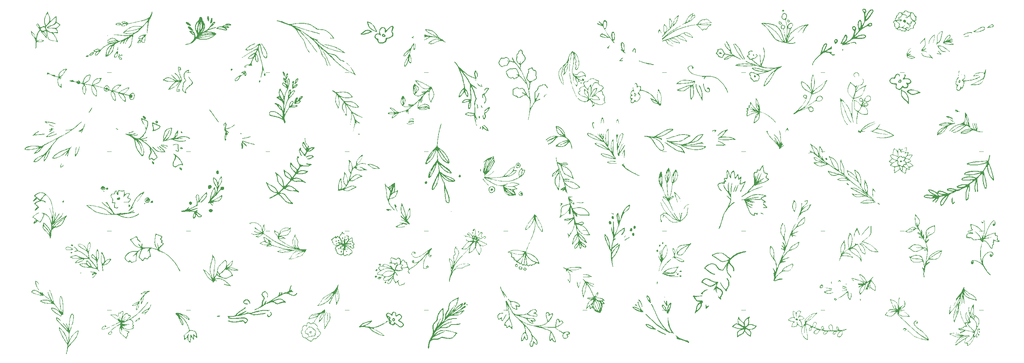
<source format=gbr>
%TF.GenerationSoftware,KiCad,Pcbnew,(5.99.0-8803-gb07c8110c8)*%
%TF.CreationDate,2021-05-08T13:19:11+01:00*%
%TF.ProjectId,Inflorescent,496e666c-6f72-4657-9363-656e742e6b69,rev?*%
%TF.SameCoordinates,PXf42400PY8954400*%
%TF.FileFunction,Legend,Bot*%
%TF.FilePolarity,Positive*%
%FSLAX46Y46*%
G04 Gerber Fmt 4.6, Leading zero omitted, Abs format (unit mm)*
G04 Created by KiCad (PCBNEW (5.99.0-8803-gb07c8110c8)) date 2021-05-08 13:19:11*
%MOMM*%
%LPD*%
G01*
G04 APERTURE LIST*
%ADD10C,0.120000*%
%ADD11C,3.000000*%
%ADD12C,3.987800*%
%ADD13R,2.550000X2.500000*%
%ADD14C,2.286000*%
%ADD15C,3.200000*%
%ADD16C,2.082800*%
%ADD17R,1.200000X0.900000*%
G04 APERTURE END LIST*
D10*
%TO.C,D46*%
X193500000Y11000000D02*
X192500000Y11000000D01*
%TO.C,D32*%
X155500000Y30000000D02*
X154500000Y30000000D01*
%TO.C,D22*%
X193500000Y49000000D02*
X192500000Y49000000D01*
%TO.C,D37*%
X22500000Y11000000D02*
X21500000Y11000000D01*
%TO.C,D40*%
X79500000Y11000000D02*
X78500000Y11000000D01*
%TO.C,D3*%
X60500000Y68000000D02*
X59500000Y68000000D01*
%TO.C,D13*%
X22500000Y49000000D02*
X21500000Y49000000D01*
%TO.C,D31*%
X136500000Y30150000D02*
X135500000Y30150000D01*
%TO.C,D48*%
X231500000Y11000000D02*
X230500000Y11000000D01*
%TO.C,D8*%
X155500000Y68000000D02*
X154500000Y68000000D01*
%TO.C,D20*%
X155500000Y49000000D02*
X154500000Y49000000D01*
%TO.C,D21*%
X174500000Y49000000D02*
X173500000Y49000000D01*
%TO.C,D38*%
X41500000Y11000000D02*
X40500000Y11000000D01*
%TO.C,D33*%
X174500000Y30000000D02*
X173500000Y30000000D01*
%TO.C,D4*%
X79500000Y68000000D02*
X78500000Y68000000D01*
%TO.C,D41*%
X98500000Y11000000D02*
X97500000Y11000000D01*
%TO.C,D27*%
X60500000Y30000000D02*
X59500000Y30000000D01*
%TO.C,S2*%
G36*
X176794265Y67268572D02*
G01*
X176881063Y67221480D01*
X176951918Y67153934D01*
X176995337Y67073563D01*
X176999827Y66987998D01*
X176973833Y66925104D01*
X176910786Y66847818D01*
X176833467Y66798389D01*
X176757479Y66794285D01*
X176672098Y66826122D01*
X176595034Y66885560D01*
X176542180Y66963587D01*
X176527753Y67015208D01*
X176526586Y67109222D01*
X176550291Y67196574D01*
X176595148Y67256683D01*
X176618804Y67270872D01*
X176703014Y67287580D01*
X176794265Y67268572D01*
G37*
G36*
X107491171Y12893329D02*
G01*
X107534489Y12846895D01*
X107547985Y12768300D01*
X107529518Y12661734D01*
X107476945Y12531387D01*
X107463236Y12504812D01*
X107392491Y12398176D01*
X107305223Y12323265D01*
X107184242Y12264399D01*
X107139199Y12248004D01*
X107059876Y12224407D01*
X107004373Y12214617D01*
X106945698Y12229095D01*
X106891252Y12275174D01*
X106868937Y12336591D01*
X106881027Y12381722D01*
X106923694Y12459082D01*
X106989035Y12551378D01*
X107068528Y12648336D01*
X107153652Y12739679D01*
X107235883Y12815133D01*
X107306702Y12864421D01*
X107323639Y12872950D01*
X107420174Y12903410D01*
X107491171Y12893329D01*
G37*
G36*
X27164089Y37473910D02*
G01*
X27130513Y37401436D01*
X27075890Y37304067D01*
X27007113Y37192416D01*
X26931078Y37077095D01*
X26854681Y36968716D01*
X26784816Y36877890D01*
X26728379Y36815231D01*
X26651676Y36742386D01*
X26248834Y36744676D01*
X26173908Y36744772D01*
X26033047Y36743183D01*
X25909436Y36739565D01*
X25814290Y36734305D01*
X25758823Y36727790D01*
X25671655Y36708614D01*
X25857979Y36570486D01*
X25905683Y36534003D01*
X26012899Y36436593D01*
X26084267Y36337636D01*
X26128492Y36222642D01*
X26154276Y36077116D01*
X26159755Y36024752D01*
X26160648Y35957667D01*
X26146725Y35912586D01*
X26114480Y35871375D01*
X26077906Y35842944D01*
X26001447Y35797148D01*
X25900250Y35744250D01*
X25786374Y35690882D01*
X25709938Y35655436D01*
X25563928Y35581092D01*
X25420779Y35501176D01*
X25302743Y35427793D01*
X25245794Y35389611D01*
X25153933Y35328844D01*
X25079774Y35280792D01*
X25035509Y35253413D01*
X24998454Y35237438D01*
X24956016Y35235885D01*
X24905888Y35255351D01*
X24841190Y35299772D01*
X24755040Y35373080D01*
X24640558Y35479211D01*
X24636090Y35483429D01*
X24539745Y35570664D01*
X24454866Y35640842D01*
X24389585Y35687608D01*
X24352037Y35704609D01*
X24349260Y35704429D01*
X24305111Y35683798D01*
X24241213Y35635621D01*
X24170396Y35569446D01*
X24111434Y35511270D01*
X24016138Y35434167D01*
X23927499Y35392307D01*
X23832299Y35380564D01*
X23717320Y35393816D01*
X23675156Y35402509D01*
X23535548Y35442903D01*
X23409425Y35495899D01*
X23309175Y35555633D01*
X23247192Y35616244D01*
X23231922Y35643309D01*
X23198451Y35760099D01*
X23191738Y35913797D01*
X23211380Y36099734D01*
X23256972Y36313243D01*
X23328110Y36549656D01*
X23389191Y36729241D01*
X23281419Y36712957D01*
X23279129Y36712612D01*
X23115061Y36691939D01*
X22965391Y36680641D01*
X22839001Y36678848D01*
X22744775Y36686690D01*
X22691597Y36704297D01*
X22688996Y36706279D01*
X22667622Y36725904D01*
X22659371Y36749930D01*
X22665852Y36789007D01*
X22688672Y36853782D01*
X22729438Y36954905D01*
X22756324Y37022960D01*
X22792804Y37133957D01*
X22811116Y37230790D01*
X22815827Y37333467D01*
X22812969Y37410298D01*
X22801593Y37485875D01*
X22777502Y37561630D01*
X22736477Y37647874D01*
X22674296Y37754915D01*
X22586740Y37893061D01*
X22577380Y37907685D01*
X22517782Y38007504D01*
X22466786Y38103316D01*
X22434567Y38176192D01*
X22407993Y38288534D01*
X22401217Y38396289D01*
X22522741Y38396289D01*
X22531874Y38292285D01*
X22567431Y38182616D01*
X22632279Y38056858D01*
X22729284Y37904589D01*
X22751185Y37871618D01*
X22860242Y37683063D01*
X22927509Y37511215D01*
X22954512Y37347809D01*
X22942776Y37184577D01*
X22893827Y37013254D01*
X22891754Y37007713D01*
X22862810Y36921960D01*
X22845829Y36855313D01*
X22844428Y36821791D01*
X22873142Y36804852D01*
X22950248Y36799820D01*
X23070940Y36812825D01*
X23233078Y36843612D01*
X23434519Y36891926D01*
X23466811Y36897084D01*
X23487321Y36880450D01*
X23491783Y36825577D01*
X23488804Y36787626D01*
X23476075Y36702550D01*
X23455636Y36592769D01*
X23430004Y36472660D01*
X23388174Y36277401D01*
X23360706Y36119393D01*
X23347674Y35994892D01*
X23348301Y35896424D01*
X23361809Y35816514D01*
X23363515Y35810401D01*
X23421876Y35695024D01*
X23518144Y35605307D01*
X23643618Y35547150D01*
X23789595Y35526453D01*
X23818652Y35528262D01*
X23861745Y35541350D01*
X23910118Y35572798D01*
X23973194Y35629245D01*
X24060395Y35717334D01*
X24090445Y35747978D01*
X24181975Y35834064D01*
X24253004Y35888944D01*
X24298050Y35908216D01*
X24318498Y35904488D01*
X24384635Y35873133D01*
X24472820Y35815596D01*
X24573695Y35738789D01*
X24677906Y35649624D01*
X24776097Y35555015D01*
X24780978Y35549999D01*
X24846272Y35487052D01*
X24899234Y35443071D01*
X24928802Y35427306D01*
X24931058Y35427809D01*
X24968560Y35443573D01*
X25041709Y35478271D01*
X25142488Y35527799D01*
X25262876Y35588056D01*
X25394857Y35654938D01*
X25530411Y35724345D01*
X25661519Y35792173D01*
X25780164Y35854321D01*
X25878327Y35906687D01*
X25947989Y35945168D01*
X25981132Y35965663D01*
X26019938Y36010328D01*
X26046116Y36097891D01*
X26027261Y36195756D01*
X26010035Y36231527D01*
X25968130Y36291588D01*
X25905880Y36350003D01*
X25814601Y36414301D01*
X25685611Y36492009D01*
X25676641Y36497221D01*
X25546012Y36585943D01*
X25464812Y36670880D01*
X25431927Y36753632D01*
X25446245Y36835798D01*
X25480567Y36880826D01*
X25540555Y36915795D01*
X25558656Y36918312D01*
X25627612Y36920497D01*
X25731400Y36919065D01*
X25859407Y36914237D01*
X26001022Y36906233D01*
X26128184Y36898858D01*
X26292818Y36893424D01*
X26412908Y36895455D01*
X26485550Y36904957D01*
X26531638Y36922979D01*
X26631217Y36987515D01*
X26736847Y37082537D01*
X26838725Y37197574D01*
X26927049Y37322159D01*
X26992015Y37445823D01*
X27000612Y37466685D01*
X27016885Y37519978D01*
X27007516Y37556622D01*
X26969046Y37599800D01*
X26931275Y37628399D01*
X26850770Y37670243D01*
X26758495Y37703907D01*
X26697849Y37722305D01*
X26584973Y37760552D01*
X26488627Y37797596D01*
X26444786Y37816889D01*
X26393857Y37847204D01*
X26372235Y37882121D01*
X26367735Y37935543D01*
X26374778Y37994497D01*
X26403536Y38082379D01*
X26456915Y38193494D01*
X26537528Y38333168D01*
X26647988Y38506726D01*
X26705743Y38597767D01*
X26770152Y38716045D01*
X26798404Y38802580D01*
X26789425Y38860924D01*
X26742142Y38894631D01*
X26655479Y38907255D01*
X26528361Y38902350D01*
X26515996Y38901242D01*
X26343332Y38872364D01*
X26196768Y38823084D01*
X26111080Y38774944D01*
X25982110Y38677965D01*
X25849029Y38554397D01*
X25723058Y38414912D01*
X25615419Y38270181D01*
X25599846Y38246718D01*
X25538093Y38159520D01*
X25494575Y38111737D01*
X25464306Y38098951D01*
X25442301Y38116743D01*
X25441819Y38132293D01*
X25449317Y38191214D01*
X25465267Y38285157D01*
X25488144Y38405356D01*
X25516424Y38543046D01*
X25534512Y38630024D01*
X25567260Y38804368D01*
X25588400Y38951096D01*
X25599838Y39085061D01*
X25603480Y39221115D01*
X25602997Y39307435D01*
X25600316Y39411729D01*
X25595795Y39489959D01*
X25589980Y39529708D01*
X25589743Y39530315D01*
X25575135Y39546642D01*
X25542912Y39548854D01*
X25483019Y39535802D01*
X25385403Y39506339D01*
X25320454Y39486939D01*
X25184719Y39457739D01*
X25054015Y39449818D01*
X24911136Y39462921D01*
X24738877Y39496793D01*
X24713659Y39502403D01*
X24595763Y39524880D01*
X24484923Y39540809D01*
X24402240Y39547042D01*
X24323102Y39542789D01*
X24275075Y39523884D01*
X24239424Y39482815D01*
X24237142Y39479272D01*
X24220066Y39444835D01*
X24210139Y39400669D01*
X24206752Y39336536D01*
X24209301Y39242197D01*
X24217178Y39107414D01*
X24227126Y38949690D01*
X24233073Y38813128D01*
X24230929Y38715239D01*
X24218168Y38649586D01*
X24192262Y38609730D01*
X24150685Y38589233D01*
X24090910Y38581656D01*
X24010410Y38580561D01*
X23848096Y38580561D01*
X23848024Y38714178D01*
X23845135Y38807640D01*
X23834931Y38939816D01*
X23819182Y39078293D01*
X23799801Y39208780D01*
X23778699Y39316988D01*
X23757787Y39388627D01*
X23738953Y39425479D01*
X23691993Y39467459D01*
X23636836Y39462689D01*
X23575507Y39413141D01*
X23510031Y39320787D01*
X23442432Y39187599D01*
X23374736Y39015550D01*
X23353197Y38962111D01*
X23306121Y38871813D01*
X23258332Y38804997D01*
X23238453Y38784178D01*
X23208437Y38759126D01*
X23172443Y38743999D01*
X23119241Y38736507D01*
X23037602Y38734361D01*
X22916297Y38735273D01*
X22799716Y38735679D01*
X22703859Y38730514D01*
X22640709Y38714756D01*
X22600515Y38683642D01*
X22573531Y38632406D01*
X22550006Y38556286D01*
X22537163Y38505050D01*
X22522741Y38396289D01*
X22401217Y38396289D01*
X22398768Y38435244D01*
X22411894Y38579639D01*
X22446855Y38699765D01*
X22447814Y38701867D01*
X22492281Y38778639D01*
X22549446Y38831500D01*
X22628692Y38864386D01*
X22739408Y38881231D01*
X22890980Y38885972D01*
X22907084Y38885956D01*
X23005921Y38886363D01*
X23077963Y38892508D01*
X23131182Y38911159D01*
X23173550Y38949085D01*
X23213041Y39013055D01*
X23257626Y39109837D01*
X23315279Y39246200D01*
X23377432Y39381836D01*
X23451884Y39508460D01*
X23526535Y39591792D01*
X23605151Y39635819D01*
X23691495Y39644525D01*
X23748429Y39634840D01*
X23792906Y39604957D01*
X23831254Y39541017D01*
X23833522Y39536143D01*
X23856516Y39469745D01*
X23883975Y39367640D01*
X23912649Y39242839D01*
X23939290Y39108352D01*
X23940890Y39099549D01*
X23969819Y38941341D01*
X23991556Y38826117D01*
X24007787Y38747082D01*
X24020200Y38697440D01*
X24030484Y38670395D01*
X24040327Y38659151D01*
X24051416Y38656914D01*
X24054797Y38660026D01*
X24062780Y38700987D01*
X24068160Y38784850D01*
X24070664Y38905736D01*
X24070019Y39057765D01*
X24068829Y39149815D01*
X24068166Y39277485D01*
X24070266Y39369384D01*
X24076217Y39435159D01*
X24087107Y39484454D01*
X24104023Y39526915D01*
X24128056Y39572188D01*
X24150635Y39608493D01*
X24207095Y39679050D01*
X24260621Y39724435D01*
X24287243Y39737942D01*
X24323381Y39747107D01*
X24369195Y39743230D01*
X24437367Y39724757D01*
X24540581Y39690134D01*
X24704772Y39642542D01*
X24968419Y39605044D01*
X25033839Y39601835D01*
X25127439Y39601577D01*
X25204943Y39611523D01*
X25287231Y39635141D01*
X25395184Y39675897D01*
X25439276Y39692924D01*
X25526856Y39724117D01*
X25590238Y39743001D01*
X25618008Y39745986D01*
X25626441Y39732045D01*
X25645432Y39670534D01*
X25665529Y39572869D01*
X25685256Y39448884D01*
X25703135Y39308413D01*
X25717690Y39161289D01*
X25727443Y39017347D01*
X25744188Y38677881D01*
X25955654Y38821988D01*
X26002635Y38852956D01*
X26115561Y38920781D01*
X26223937Y38978139D01*
X26309588Y39015112D01*
X26373923Y39033769D01*
X26506217Y39056425D01*
X26640720Y39063074D01*
X26760714Y39053352D01*
X26849482Y39026893D01*
X26882967Y39007225D01*
X26927261Y38965694D01*
X26948872Y38912642D01*
X26946611Y38843114D01*
X26919285Y38752156D01*
X26865704Y38634815D01*
X26784676Y38486135D01*
X26675012Y38301163D01*
X26622676Y38213499D01*
X26561750Y38100639D01*
X26531468Y38018275D01*
X26532780Y37959438D01*
X26566631Y37917160D01*
X26633968Y37884474D01*
X26735739Y37854410D01*
X26805660Y37833631D01*
X26924793Y37787606D01*
X27032035Y37734144D01*
X27114884Y37679813D01*
X27160834Y37631178D01*
X27161868Y37629151D01*
X27174524Y37569541D01*
X27171836Y37519978D01*
X27170520Y37495712D01*
X27164089Y37473910D01*
G37*
G36*
X21396144Y76360083D02*
G01*
X21329741Y76263361D01*
X21273918Y76187445D01*
X21234628Y76141700D01*
X21180664Y76095779D01*
X21098890Y76033265D01*
X21010320Y75970658D01*
X20938672Y75924366D01*
X20866725Y75888037D01*
X20798839Y75871199D01*
X20715036Y75866827D01*
X20704077Y75866889D01*
X20569778Y75887415D01*
X20457418Y75940719D01*
X20379051Y76021261D01*
X20371170Y76036274D01*
X20364172Y76111862D01*
X20368624Y76122646D01*
X20494749Y76122646D01*
X20501774Y76075498D01*
X20545142Y76033006D01*
X20585338Y76011850D01*
X20690308Y75996083D01*
X20818164Y76018140D01*
X20962168Y76077306D01*
X21007058Y76105020D01*
X21085881Y76172752D01*
X21159153Y76256241D01*
X21220416Y76345525D01*
X21263214Y76430642D01*
X21281090Y76501630D01*
X21267588Y76548529D01*
X21257443Y76556241D01*
X21227698Y76562114D01*
X21177940Y76553613D01*
X21099276Y76528774D01*
X20982811Y76485633D01*
X20889423Y76448264D01*
X20775788Y76394550D01*
X20687517Y76338730D01*
X20609904Y76272394D01*
X20597743Y76260562D01*
X20526070Y76181864D01*
X20494749Y76122646D01*
X20368624Y76122646D01*
X20399827Y76198233D01*
X20473501Y76291131D01*
X20580562Y76386298D01*
X20716374Y76479479D01*
X20876304Y76566417D01*
X21055718Y76642856D01*
X21100196Y76661652D01*
X21151927Y76692302D01*
X21168182Y76716160D01*
X21151875Y76726477D01*
X21093697Y76742727D01*
X21003985Y76759564D01*
X20893726Y76774645D01*
X20831627Y76782017D01*
X20676567Y76803803D01*
X20563391Y76826654D01*
X20485356Y76852613D01*
X20435718Y76883727D01*
X20407731Y76922041D01*
X20398193Y76990939D01*
X20414748Y77034761D01*
X20563480Y77034761D01*
X20578953Y76995523D01*
X20622574Y76956796D01*
X20682180Y76931718D01*
X20711773Y76926781D01*
X20790544Y76919586D01*
X20889816Y76915042D01*
X20997698Y76913145D01*
X21102302Y76913890D01*
X21191739Y76917273D01*
X21254119Y76923290D01*
X21277555Y76931936D01*
X21274918Y76938520D01*
X21239140Y76965476D01*
X21171649Y76999016D01*
X21085417Y77033750D01*
X20993417Y77064288D01*
X20908621Y77085239D01*
X20883418Y77089104D01*
X20791910Y77093674D01*
X20697461Y77087762D01*
X20617932Y77073148D01*
X20571183Y77051611D01*
X20563480Y77034761D01*
X20414748Y77034761D01*
X20427525Y77068584D01*
X20490412Y77137514D01*
X20578956Y77185573D01*
X20641470Y77200330D01*
X20770659Y77209363D01*
X20920849Y77201240D01*
X21075881Y77177154D01*
X21219597Y77138297D01*
X21317830Y77098525D01*
X21422268Y77046588D01*
X21521553Y76989267D01*
X21605314Y76933005D01*
X21606582Y76931936D01*
X21663176Y76884241D01*
X21684769Y76849419D01*
X21678397Y76828101D01*
X21648432Y76767787D01*
X21599269Y76681465D01*
X21536863Y76578499D01*
X21488270Y76501630D01*
X21467169Y76468250D01*
X21396144Y76360083D01*
G37*
G36*
X230398963Y5286004D02*
G01*
X230421947Y5272393D01*
X230478846Y5205617D01*
X230502914Y5118696D01*
X230491994Y5027768D01*
X230443935Y4948974D01*
X230398060Y4917629D01*
X230330772Y4917041D01*
X230262859Y4966282D01*
X230230987Y5007583D01*
X230194373Y5107494D01*
X230208064Y5215124D01*
X230249810Y5282085D01*
X230314961Y5307316D01*
X230398963Y5286004D01*
G37*
G36*
X71506136Y5481663D02*
G01*
X71471210Y5399792D01*
X71443118Y5293861D01*
X71436610Y5179140D01*
X71434503Y5095555D01*
X71409559Y4968274D01*
X71353299Y4869906D01*
X71261051Y4790094D01*
X71218861Y4763719D01*
X71173871Y4742367D01*
X71120959Y4727719D01*
X71049385Y4717724D01*
X70948410Y4710333D01*
X70807294Y4703497D01*
X70730640Y4699793D01*
X70590741Y4690066D01*
X70485508Y4677020D01*
X70403722Y4659016D01*
X70334168Y4634416D01*
X70208621Y4594913D01*
X70080084Y4579671D01*
X69966842Y4590701D01*
X69882929Y4628195D01*
X69840478Y4669292D01*
X69799830Y4735526D01*
X69766679Y4830123D01*
X69736114Y4964327D01*
X69721662Y5026243D01*
X69698664Y5095940D01*
X69677409Y5132669D01*
X69665149Y5139699D01*
X69609647Y5162916D01*
X69524251Y5193767D01*
X69421716Y5227519D01*
X69356560Y5249006D01*
X69208777Y5310018D01*
X69102214Y5379463D01*
X69029789Y5464768D01*
X68984417Y5573361D01*
X68959015Y5712669D01*
X68954504Y5758488D01*
X68954177Y5781328D01*
X69048897Y5781328D01*
X69051438Y5717294D01*
X69081246Y5579021D01*
X69146520Y5472516D01*
X69249707Y5395662D01*
X69393254Y5346344D01*
X69579609Y5322446D01*
X69799699Y5309897D01*
X69799699Y5115820D01*
X69802142Y5043753D01*
X69831633Y4881363D01*
X69894468Y4757135D01*
X69990544Y4671305D01*
X70012591Y4658284D01*
X70049571Y4639767D01*
X70084207Y4634624D01*
X70128692Y4644724D01*
X70195222Y4671939D01*
X70295992Y4718136D01*
X70366817Y4749927D01*
X70447300Y4780339D01*
X70522175Y4797386D01*
X70610266Y4804908D01*
X70730400Y4806745D01*
X70897570Y4813211D01*
X71074317Y4839789D01*
X71205232Y4886800D01*
X71289871Y4954128D01*
X71290428Y4954831D01*
X71318891Y4997192D01*
X71333120Y5042669D01*
X71335538Y5107030D01*
X71328567Y5206045D01*
X71324414Y5255312D01*
X71321541Y5337023D01*
X71330663Y5400913D01*
X71356113Y5467701D01*
X71402228Y5558109D01*
X71407129Y5567426D01*
X71450167Y5656756D01*
X71480626Y5733223D01*
X71492184Y5781152D01*
X71481355Y5849767D01*
X71430969Y5959654D01*
X71346392Y6074466D01*
X71235280Y6185754D01*
X71105290Y6285068D01*
X70964078Y6363960D01*
X70923273Y6382732D01*
X70856121Y6417031D01*
X70820876Y6446584D01*
X70807264Y6482494D01*
X70805010Y6535866D01*
X70803712Y6570320D01*
X70783683Y6639449D01*
X70729303Y6698857D01*
X70664347Y6744917D01*
X70536132Y6798627D01*
X70372344Y6827873D01*
X70328603Y6832402D01*
X70221236Y6844405D01*
X70115135Y6857158D01*
X69991939Y6862028D01*
X69835218Y6829612D01*
X69691506Y6749743D01*
X69689789Y6748453D01*
X69609543Y6669290D01*
X69553523Y6577606D01*
X69532465Y6490874D01*
X69531624Y6479606D01*
X69521270Y6452099D01*
X69494345Y6417529D01*
X69444898Y6369915D01*
X69366975Y6303273D01*
X69254626Y6211622D01*
X69241096Y6200453D01*
X69132050Y6081210D01*
X69069118Y5943874D01*
X69048897Y5781328D01*
X68954177Y5781328D01*
X68952842Y5874610D01*
X68972069Y5974566D01*
X69017121Y6070058D01*
X69092938Y6172792D01*
X69204456Y6294473D01*
X69267982Y6361888D01*
X69360687Y6466396D01*
X69441764Y6564543D01*
X69498829Y6641717D01*
X69566459Y6738155D01*
X69679068Y6868678D01*
X69789508Y6953509D01*
X69903183Y6995243D01*
X70025499Y6996473D01*
X70161859Y6959791D01*
X70230529Y6941021D01*
X70332456Y6923392D01*
X70440275Y6912434D01*
X70488484Y6908728D01*
X70617778Y6886018D01*
X70719956Y6840324D01*
X70809554Y6763255D01*
X70901107Y6646420D01*
X70925245Y6613609D01*
X71040180Y6485894D01*
X71169638Y6376539D01*
X71200081Y6354354D01*
X71352316Y6227596D01*
X71474369Y6098122D01*
X71557178Y5975313D01*
X71579846Y5913069D01*
X71589523Y5785954D01*
X71588710Y5781152D01*
X71564613Y5638857D01*
X71506136Y5481663D01*
G37*
G36*
X42096392Y65532703D02*
G01*
X42089952Y65492053D01*
X42064532Y65413804D01*
X42026402Y65327660D01*
X42025686Y65326249D01*
X41981776Y65251430D01*
X41926806Y65184644D01*
X41849875Y65114551D01*
X41740080Y65029808D01*
X41642551Y64957548D01*
X41471736Y64828875D01*
X41328291Y64716896D01*
X41202469Y64613477D01*
X41084519Y64510485D01*
X40964693Y64399786D01*
X40833241Y64273246D01*
X40701528Y64141887D01*
X40592194Y64023732D01*
X40513105Y63922972D01*
X40459685Y63831673D01*
X40427357Y63741897D01*
X40411545Y63645708D01*
X40407674Y63535170D01*
X40412082Y63445040D01*
X40428113Y63312649D01*
X40451689Y63197028D01*
X40470570Y63117031D01*
X40481296Y63048135D01*
X40479693Y63012509D01*
X40477818Y63009608D01*
X40455911Y62992134D01*
X40419532Y62994097D01*
X40359043Y63017892D01*
X40264807Y63065913D01*
X40167722Y63122995D01*
X40037663Y63212012D01*
X39907381Y63312598D01*
X39788002Y63415583D01*
X39690650Y63511797D01*
X39626450Y63592071D01*
X39598803Y63639733D01*
X39560698Y63743265D01*
X39553936Y63855968D01*
X39576412Y63994789D01*
X39577065Y63997714D01*
X39583893Y64037722D01*
X39744466Y64037722D01*
X39744644Y63885331D01*
X39749671Y63756465D01*
X39759663Y63660160D01*
X39774735Y63605455D01*
X39779898Y63597642D01*
X39823259Y63550356D01*
X39892687Y63487659D01*
X39975775Y63420936D01*
X40001111Y63402029D01*
X40080086Y63346631D01*
X40142603Y63307937D01*
X40176930Y63293387D01*
X40190050Y63294894D01*
X40205541Y63306166D01*
X40219444Y63335414D01*
X40234289Y63390688D01*
X40252607Y63480041D01*
X40276929Y63611523D01*
X40277825Y63616449D01*
X40301721Y63738395D01*
X40327569Y63839244D01*
X40360414Y63926965D01*
X40405299Y64009525D01*
X40467269Y64094892D01*
X40551367Y64191036D01*
X40662636Y64305923D01*
X40806121Y64447522D01*
X40820817Y64461847D01*
X40949336Y64584283D01*
X41077471Y64701830D01*
X41196368Y64806663D01*
X41297176Y64890956D01*
X41371042Y64946885D01*
X41518176Y65055412D01*
X41663902Y65190577D01*
X41764473Y65325312D01*
X41822787Y65463698D01*
X41841741Y65609816D01*
X41841529Y65623687D01*
X41834251Y65681476D01*
X41813496Y65741995D01*
X41775031Y65812156D01*
X41714620Y65898869D01*
X41628028Y66009046D01*
X41511022Y66149600D01*
X41333168Y66367036D01*
X41172299Y66584400D01*
X41047093Y66784212D01*
X40955233Y66973745D01*
X40894405Y67160273D01*
X40862294Y67351068D01*
X40856585Y67553403D01*
X40874963Y67774553D01*
X40915113Y68021790D01*
X40932446Y68117782D01*
X40947895Y68231483D01*
X40948980Y68305637D01*
X40935573Y68345947D01*
X40907548Y68358116D01*
X40883482Y68354172D01*
X40812612Y68328516D01*
X40717673Y68284417D01*
X40610536Y68228241D01*
X40503073Y68166353D01*
X40407157Y68105121D01*
X40334659Y68050910D01*
X40287273Y68005776D01*
X40215680Y67921388D01*
X40165870Y67842668D01*
X40150289Y67805683D01*
X40113047Y67672794D01*
X40084198Y67497984D01*
X40064604Y67287452D01*
X40055129Y67047395D01*
X40050557Y66767435D01*
X40247383Y66433924D01*
X40279490Y66378683D01*
X40345163Y66260007D01*
X40398607Y66155648D01*
X40434997Y66075278D01*
X40449509Y66028572D01*
X40449474Y66005828D01*
X40438196Y65969693D01*
X40406654Y65929227D01*
X40347701Y65876145D01*
X40254190Y65802163D01*
X40208337Y65766049D01*
X40116651Y65685976D01*
X40042108Y65604598D01*
X39981741Y65514849D01*
X39932584Y65409661D01*
X39891672Y65281967D01*
X39856037Y65124702D01*
X39822715Y64930797D01*
X39788739Y64693186D01*
X39771859Y64545674D01*
X39758190Y64376931D01*
X39749020Y64204601D01*
X39744466Y64037722D01*
X39583893Y64037722D01*
X39587470Y64058679D01*
X39601552Y64159723D01*
X39618077Y64291075D01*
X39635812Y64442961D01*
X39653523Y64605611D01*
X39663203Y64696449D01*
X39692055Y64945088D01*
X39720995Y65150724D01*
X39752087Y65319267D01*
X39787397Y65456632D01*
X39828987Y65568728D01*
X39878924Y65661470D01*
X39939270Y65740768D01*
X40012091Y65812535D01*
X40099450Y65882683D01*
X40277608Y66015967D01*
X40105265Y66366250D01*
X40087938Y66401657D01*
X40006844Y66576119D01*
X39949074Y66722689D01*
X39911616Y66854359D01*
X39891455Y66984121D01*
X39885576Y67124965D01*
X39890966Y67289882D01*
X39897161Y67379829D01*
X39924555Y67588759D01*
X39969883Y67760110D01*
X40035757Y67902067D01*
X40124787Y68022813D01*
X40181613Y68082307D01*
X40340584Y68221529D01*
X40519944Y68348040D01*
X40707399Y68454523D01*
X40890659Y68533657D01*
X41057432Y68578125D01*
X41079166Y68581484D01*
X41115772Y68584018D01*
X41139570Y68575052D01*
X41150818Y68548230D01*
X41149777Y68497194D01*
X41136705Y68415588D01*
X41111862Y68297053D01*
X41075507Y68135233D01*
X41035254Y67942562D01*
X40995558Y67687189D01*
X40980500Y67468033D01*
X40989830Y67280240D01*
X41023299Y67118953D01*
X41039071Y67070377D01*
X41078868Y66970898D01*
X41131535Y66868726D01*
X41201527Y66757036D01*
X41293299Y66629001D01*
X41411305Y66477795D01*
X41560000Y66296593D01*
X41721567Y66100053D01*
X41859993Y65924736D01*
X41965380Y65782206D01*
X42039037Y65670599D01*
X42070873Y65609816D01*
X42082272Y65588053D01*
X42096392Y65532703D01*
G37*
G36*
X39419549Y53838860D02*
G01*
X39493617Y53793710D01*
X39549125Y53702596D01*
X39587139Y53564411D01*
X39594853Y53502592D01*
X39583623Y53467030D01*
X39546162Y53445133D01*
X39542008Y53443478D01*
X39474942Y53423480D01*
X39414838Y53426763D01*
X39336201Y53454458D01*
X39262458Y53502391D01*
X39210968Y53575066D01*
X39190873Y53657022D01*
X39202584Y53736256D01*
X39246512Y53800768D01*
X39323067Y53838557D01*
X39325854Y53839155D01*
X39419549Y53838860D01*
G37*
G36*
X39487506Y44758284D02*
G01*
X39479489Y44650977D01*
X39452795Y44566339D01*
X39426326Y44528922D01*
X39401938Y44515437D01*
X39393581Y44518917D01*
X39346037Y44538516D01*
X39268427Y44570411D01*
X39172575Y44609740D01*
X39085222Y44647593D01*
X38998390Y44695633D01*
X38946580Y44745435D01*
X38921542Y44805837D01*
X38915030Y44885675D01*
X38914939Y44887299D01*
X39131280Y44887299D01*
X39147425Y44850187D01*
X39160217Y44837071D01*
X39210293Y44816263D01*
X39253165Y44833460D01*
X39271342Y44883901D01*
X39264415Y44898357D01*
X39226206Y44915077D01*
X39175344Y44917003D01*
X39135825Y44901089D01*
X39131280Y44887299D01*
X38914939Y44887299D01*
X38914230Y44900027D01*
X38891586Y44968417D01*
X38847828Y45022872D01*
X38796556Y45045090D01*
X38770228Y45052785D01*
X38762923Y45081949D01*
X38785302Y45119195D01*
X38832314Y45149744D01*
X38840391Y45152719D01*
X38959836Y45172745D01*
X39095339Y45161426D01*
X39230615Y45123235D01*
X39349375Y45062646D01*
X39435330Y44984133D01*
X39450988Y44957518D01*
X39472824Y44883901D01*
X39477715Y44867412D01*
X39487506Y44758284D01*
G37*
G36*
X33698324Y55920596D02*
G01*
X33614588Y55821854D01*
X33578278Y55793844D01*
X33517339Y55767147D01*
X33445956Y55769314D01*
X33438219Y55770709D01*
X33373080Y55793336D01*
X33333686Y55825299D01*
X33307919Y55860240D01*
X33258409Y55908820D01*
X33217059Y55943128D01*
X33152148Y56006567D01*
X33112785Y56067218D01*
X33086798Y56141592D01*
X33079907Y56169403D01*
X33077533Y56195831D01*
X33282396Y56195831D01*
X33314128Y56143386D01*
X33368048Y56106014D01*
X33427751Y56090768D01*
X33474862Y56101181D01*
X33493988Y56137739D01*
X33484051Y56175647D01*
X33447444Y56226817D01*
X33440467Y56232824D01*
X33380492Y56263445D01*
X33326724Y56262836D01*
X33290310Y56237973D01*
X33282396Y56195831D01*
X33077533Y56195831D01*
X33071284Y56265390D01*
X33098172Y56333590D01*
X33163666Y56383746D01*
X33166629Y56385258D01*
X33287833Y56419557D01*
X33417758Y56411237D01*
X33542906Y56363221D01*
X33649777Y56278435D01*
X33669068Y56255601D01*
X33726230Y56146110D01*
X33726926Y56137739D01*
X33735759Y56031561D01*
X33698324Y55920596D01*
G37*
G36*
X51259953Y79318931D02*
G01*
X51212120Y79257465D01*
X51203170Y79251727D01*
X51135260Y79234272D01*
X51017634Y79226878D01*
X50850440Y79229542D01*
X50633825Y79242264D01*
X50367935Y79265041D01*
X50306948Y79270882D01*
X50134341Y79287629D01*
X50004495Y79301063D01*
X49911324Y79312354D01*
X49848740Y79322674D01*
X49810659Y79333193D01*
X49790994Y79345083D01*
X49783658Y79359514D01*
X49782565Y79377657D01*
X49787270Y79399733D01*
X49827344Y79456810D01*
X49870578Y79493640D01*
X50351499Y79493640D01*
X50376945Y79465082D01*
X50441979Y79435388D01*
X50541671Y79407946D01*
X50555405Y79405051D01*
X50656816Y79388922D01*
X50757018Y79380515D01*
X50843760Y79379984D01*
X50904790Y79387479D01*
X50927855Y79403154D01*
X50927740Y79405326D01*
X50901353Y79437931D01*
X50837164Y79469523D01*
X50747415Y79497484D01*
X50644349Y79519199D01*
X50540208Y79532053D01*
X50447235Y79533429D01*
X50377673Y79520712D01*
X50370573Y79517671D01*
X50351499Y79493640D01*
X49870578Y79493640D01*
X49898964Y79517821D01*
X49990733Y79573952D01*
X50091252Y79616388D01*
X50133335Y79628950D01*
X50296009Y79661794D01*
X50469265Y79676126D01*
X50644450Y79673230D01*
X50812908Y79654387D01*
X50965983Y79620881D01*
X51095022Y79573994D01*
X51191370Y79515009D01*
X51246371Y79445208D01*
X51260203Y79403154D01*
X51262875Y79395031D01*
X51259953Y79318931D01*
G37*
G36*
X76610359Y27057601D02*
G01*
X76631255Y27009065D01*
X76616569Y26938520D01*
X76567316Y26855113D01*
X76531260Y26813043D01*
X76483667Y26782132D01*
X76451414Y26799692D01*
X76434635Y26865712D01*
X76434405Y26889800D01*
X76453392Y26960161D01*
X76492985Y27022794D01*
X76542457Y27063752D01*
X76591079Y27069089D01*
X76610359Y27057601D01*
G37*
G36*
X142773798Y34437254D02*
G01*
X142862006Y34393723D01*
X142919992Y34330547D01*
X142946286Y34255683D01*
X142957118Y34160612D01*
X142947763Y34073566D01*
X142918322Y34013942D01*
X142871323Y33984967D01*
X142786427Y33974175D01*
X142689071Y33991689D01*
X142591696Y34031971D01*
X142506740Y34089483D01*
X142446644Y34158689D01*
X142423847Y34234050D01*
X142426266Y34258898D01*
X142461916Y34338105D01*
X142529402Y34405997D01*
X142614843Y34447092D01*
X142674536Y34453822D01*
X142773798Y34437254D01*
G37*
G36*
X30850741Y57033531D02*
G01*
X30856983Y56933021D01*
X30828369Y56854083D01*
X30764749Y56804337D01*
X30734887Y56793254D01*
X30674194Y56781902D01*
X30611502Y56793454D01*
X30526342Y56830124D01*
X30443833Y56881166D01*
X30337633Y56975652D01*
X30239858Y57091213D01*
X30163872Y57208572D01*
X30442197Y57208572D01*
X30456233Y57164861D01*
X30480494Y57136520D01*
X30521765Y57113753D01*
X30554645Y57116857D01*
X30563082Y57148317D01*
X30557923Y57164508D01*
X30525821Y57207162D01*
X30483046Y57232511D01*
X30448363Y57227588D01*
X30442197Y57208572D01*
X30163872Y57208572D01*
X30159182Y57215815D01*
X30104276Y57337428D01*
X30083815Y57444020D01*
X30084573Y57463593D01*
X30103175Y57506396D01*
X30157790Y57528290D01*
X30180966Y57532118D01*
X30295402Y57525486D01*
X30423708Y57486261D01*
X30552322Y57421008D01*
X30667678Y57336291D01*
X30756211Y57238676D01*
X30809601Y57148317D01*
X30809793Y57147992D01*
X30850741Y57033531D01*
G37*
G36*
X206297874Y24983577D02*
G01*
X206324920Y24932328D01*
X206326648Y24900435D01*
X206305762Y24883734D01*
X206302852Y24882932D01*
X206253549Y24879242D01*
X206164598Y24879853D01*
X206045774Y24884136D01*
X205906854Y24891459D01*
X205757611Y24901193D01*
X205607822Y24912706D01*
X205467260Y24925370D01*
X205345700Y24938553D01*
X205252918Y24951625D01*
X205100330Y24980525D01*
X204919671Y25024756D01*
X204750371Y25080251D01*
X204586839Y25150408D01*
X204423485Y25238624D01*
X204254720Y25348296D01*
X204074953Y25482823D01*
X203878595Y25645602D01*
X203660055Y25840031D01*
X203413744Y26069507D01*
X203241345Y26231791D01*
X203078491Y26382281D01*
X202941887Y26504493D01*
X202826464Y26602566D01*
X202727156Y26680640D01*
X202638895Y26742854D01*
X202556616Y26793349D01*
X202475250Y26836264D01*
X202469240Y26839180D01*
X202372593Y26879413D01*
X202269092Y26912619D01*
X202169631Y26936602D01*
X202085102Y26949165D01*
X202026397Y26948109D01*
X202004408Y26931240D01*
X202004468Y26930476D01*
X202025810Y26903077D01*
X202078171Y26857459D01*
X202150751Y26803079D01*
X202230551Y26741657D01*
X202359317Y26627077D01*
X202493070Y26493445D01*
X202618232Y26354542D01*
X202721223Y26224148D01*
X202743494Y26192346D01*
X202871969Y25975851D01*
X202988041Y25725747D01*
X203087075Y25456037D01*
X203164440Y25180726D01*
X203215502Y24913817D01*
X203228789Y24752391D01*
X203235627Y24669317D01*
X203234455Y24550157D01*
X203223710Y24453162D01*
X203199914Y24392927D01*
X203159944Y24362144D01*
X203100678Y24353507D01*
X203003988Y24373438D01*
X202886224Y24429949D01*
X202755767Y24516857D01*
X202620161Y24627977D01*
X202486945Y24757124D01*
X202363660Y24898114D01*
X202257848Y25044760D01*
X202194922Y25149429D01*
X202119806Y25284833D01*
X202042869Y25431975D01*
X201973558Y25573292D01*
X201929060Y25667583D01*
X201838218Y25857244D01*
X201762247Y26010686D01*
X201697272Y26135194D01*
X201639416Y26238055D01*
X201584804Y26326554D01*
X201529561Y26407977D01*
X201509676Y26435561D01*
X201405417Y26562147D01*
X201311862Y26644441D01*
X201230740Y26681578D01*
X201163778Y26672691D01*
X201112704Y26616913D01*
X201084497Y26586810D01*
X201019930Y26567735D01*
X201003325Y26566054D01*
X200928990Y26532605D01*
X200836306Y26458564D01*
X200831245Y26453926D01*
X200760528Y26396439D01*
X200659933Y26322976D01*
X200542125Y26242496D01*
X200419774Y26163958D01*
X200383603Y26141317D01*
X200281743Y26074728D01*
X200201371Y26017917D01*
X200149900Y25976310D01*
X200134744Y25955334D01*
X200136359Y25953417D01*
X200172271Y25933920D01*
X200242027Y25907028D01*
X200332303Y25877959D01*
X200489241Y25827516D01*
X200671228Y25752760D01*
X200829814Y25662826D01*
X200980881Y25548315D01*
X201140312Y25399831D01*
X201263635Y25269687D01*
X201490157Y24993261D01*
X201698092Y24691186D01*
X201877790Y24378076D01*
X202019599Y24068545D01*
X202020362Y24066609D01*
X202067659Y23931633D01*
X202116790Y23765879D01*
X202165247Y23580660D01*
X202210526Y23387292D01*
X202213531Y23372859D01*
X202250121Y23197086D01*
X202281525Y23021357D01*
X202302232Y22871418D01*
X202309738Y22758584D01*
X202309236Y22738070D01*
X202298733Y22672009D01*
X202278006Y22639701D01*
X202236912Y22629379D01*
X202202727Y22640700D01*
X202171113Y22680829D01*
X202136776Y22756539D01*
X202094422Y22874604D01*
X202031137Y23047695D01*
X201957086Y23211741D01*
X201872624Y23353640D01*
X201768594Y23488509D01*
X201635835Y23631461D01*
X201629409Y23637950D01*
X201490883Y23769319D01*
X201367589Y23869894D01*
X201266332Y23934100D01*
X201259276Y23937678D01*
X201164896Y23989680D01*
X201053670Y24056370D01*
X200948196Y24124243D01*
X200946592Y24125322D01*
X200830896Y24200234D01*
X200699006Y24281454D01*
X200579158Y24351585D01*
X200560237Y24362403D01*
X200441133Y24435530D01*
X200311913Y24521337D01*
X200197394Y24603449D01*
X200139438Y24648758D01*
X200014329Y24754512D01*
X199884019Y24873481D01*
X199755941Y24998088D01*
X199637525Y25120757D01*
X199536205Y25233915D01*
X199459411Y25329984D01*
X199414577Y25401389D01*
X199377971Y25466145D01*
X199598626Y25466145D01*
X199612607Y25382831D01*
X199663083Y25277625D01*
X199751710Y25145612D01*
X199806644Y25081980D01*
X199907802Y24985123D01*
X200040230Y24871587D01*
X200197046Y24746429D01*
X200371363Y24614705D01*
X200556297Y24481471D01*
X200744963Y24351783D01*
X200930478Y24230698D01*
X201105955Y24123273D01*
X201264511Y24034563D01*
X201464447Y23913399D01*
X201690790Y23728638D01*
X201900166Y23499920D01*
X201948892Y23440153D01*
X202012727Y23364529D01*
X202060579Y23311121D01*
X202084686Y23288811D01*
X202091939Y23287485D01*
X202107391Y23310804D01*
X202107404Y23372859D01*
X202093864Y23466651D01*
X202068661Y23585184D01*
X202033684Y23721458D01*
X201990822Y23868477D01*
X201941962Y24019242D01*
X201888994Y24166756D01*
X201833807Y24304021D01*
X201778289Y24424039D01*
X201735555Y24503783D01*
X201650557Y24646311D01*
X201552499Y24796742D01*
X201450499Y24941800D01*
X201353671Y25068209D01*
X201271131Y25162692D01*
X201220164Y25213064D01*
X201074545Y25341575D01*
X200917270Y25461938D01*
X200757560Y25568289D01*
X200604639Y25654762D01*
X200467727Y25715494D01*
X200356046Y25744621D01*
X200346247Y25745704D01*
X200209376Y25747905D01*
X200062707Y25730506D01*
X199918369Y25696975D01*
X199788494Y25650783D01*
X199685211Y25595398D01*
X199620650Y25534290D01*
X199619483Y25532480D01*
X199598626Y25466145D01*
X199377971Y25466145D01*
X199368295Y25483262D01*
X199314126Y25528870D01*
X199242737Y25536223D01*
X199141556Y25510339D01*
X199095640Y25492728D01*
X198986537Y25440547D01*
X198859797Y25369724D01*
X198722281Y25285156D01*
X198580847Y25191740D01*
X198442354Y25094373D01*
X198313662Y24997951D01*
X198201628Y24907371D01*
X198113111Y24827530D01*
X198054972Y24763326D01*
X198034068Y24719655D01*
X198034568Y24718056D01*
X198066142Y24708132D01*
X198143960Y24700923D01*
X198263988Y24696677D01*
X198422194Y24695644D01*
X198561558Y24694627D01*
X198768515Y24684006D01*
X198944229Y24658993D01*
X199100674Y24615907D01*
X199249824Y24551066D01*
X199403653Y24460787D01*
X199574135Y24341388D01*
X199594853Y24325847D01*
X199707855Y24235374D01*
X199822691Y24135820D01*
X199917415Y24046064D01*
X199988387Y23968917D01*
X200071282Y23866391D01*
X200093956Y23834386D01*
X200143807Y23764018D01*
X200199922Y23671108D01*
X200233584Y23596970D01*
X200238752Y23550915D01*
X200226291Y23532954D01*
X200176754Y23515312D01*
X200109666Y23524957D01*
X200041759Y23561031D01*
X200015249Y23580828D01*
X199844513Y23678599D01*
X199626625Y23762052D01*
X199363107Y23830846D01*
X199055485Y23884642D01*
X198705284Y23923100D01*
X198314028Y23945881D01*
X198228625Y23948913D01*
X198060351Y23954303D01*
X197932416Y23957010D01*
X197837443Y23956755D01*
X197768051Y23953262D01*
X197716863Y23946255D01*
X197676498Y23935457D01*
X197639579Y23920590D01*
X197617996Y23911036D01*
X197540010Y23878987D01*
X197479916Y23857666D01*
X197478829Y23857335D01*
X197433562Y23824763D01*
X197381663Y23752179D01*
X197321888Y23637196D01*
X197252991Y23477427D01*
X197173728Y23270486D01*
X197152704Y23213273D01*
X197094545Y23056602D01*
X197050264Y22940754D01*
X197017547Y22860226D01*
X196994081Y22809517D01*
X196977554Y22783125D01*
X196965652Y22775551D01*
X196960522Y22782292D01*
X196961443Y22828405D01*
X196974545Y22912087D01*
X196997982Y23026117D01*
X197029906Y23163277D01*
X197068471Y23316350D01*
X197111830Y23478117D01*
X197158136Y23641359D01*
X197205543Y23798858D01*
X197252202Y23943396D01*
X197296268Y24067755D01*
X197329348Y24160271D01*
X197626853Y24160271D01*
X197627375Y24157281D01*
X197659915Y24136843D01*
X197742420Y24117228D01*
X197874077Y24098533D01*
X198054071Y24080856D01*
X198281587Y24064295D01*
X198555811Y24048946D01*
X198773785Y24036382D01*
X198976615Y24019480D01*
X199152040Y23997543D01*
X199312369Y23968678D01*
X199469915Y23930990D01*
X199636988Y23882585D01*
X199647626Y23879309D01*
X199751841Y23848415D01*
X199846072Y23822358D01*
X199911072Y23806482D01*
X199925627Y23803807D01*
X199982060Y23805238D01*
X199996019Y23834386D01*
X199967580Y23891083D01*
X199896821Y23975162D01*
X199783817Y24086453D01*
X199722329Y24142306D01*
X199598065Y24243112D01*
X199471264Y24325500D01*
X199319338Y24404956D01*
X199288518Y24419667D01*
X199064100Y24512929D01*
X198852469Y24572158D01*
X198635419Y24601279D01*
X198394745Y24604214D01*
X198271290Y24598766D01*
X198177294Y24589855D01*
X198102781Y24574292D01*
X198031721Y24548684D01*
X197948085Y24509635D01*
X197925110Y24498143D01*
X197826196Y24440984D01*
X197756903Y24381922D01*
X197700921Y24307628D01*
X197672597Y24260630D01*
X197639679Y24197633D01*
X197626853Y24160271D01*
X197329348Y24160271D01*
X197329381Y24160362D01*
X197364767Y24272250D01*
X197388883Y24364519D01*
X197397795Y24423393D01*
X197397727Y24428140D01*
X197392728Y24491038D01*
X197380957Y24589908D01*
X197364034Y24712143D01*
X197343579Y24845136D01*
X197320265Y25011859D01*
X197296757Y25265024D01*
X197285826Y25518865D01*
X197285865Y25524248D01*
X197370875Y25524248D01*
X197370885Y25519205D01*
X197374499Y25398506D01*
X197383766Y25257494D01*
X197397450Y25106331D01*
X197414315Y24955177D01*
X197433126Y24814194D01*
X197452647Y24693541D01*
X197471642Y24603380D01*
X197488877Y24553872D01*
X197491853Y24549596D01*
X197520189Y24531916D01*
X197526450Y24535994D01*
X197556678Y24573791D01*
X197605047Y24644893D01*
X197666866Y24741529D01*
X197737448Y24855930D01*
X197812101Y24980326D01*
X197886137Y25106945D01*
X197954866Y25228018D01*
X198013599Y25335775D01*
X198057645Y25422445D01*
X198099088Y25512442D01*
X198182127Y25728349D01*
X198233310Y25934422D01*
X198256333Y26148789D01*
X198254895Y26389579D01*
X198252162Y26437616D01*
X198240769Y26574024D01*
X198224432Y26718898D01*
X198204709Y26862374D01*
X198183154Y26994590D01*
X198161325Y27105682D01*
X198140777Y27185788D01*
X198123068Y27225045D01*
X198116696Y27227426D01*
X198083257Y27207083D01*
X198031418Y27151237D01*
X197965709Y27066703D01*
X197890660Y26960297D01*
X197810801Y26838831D01*
X197730662Y26709122D01*
X197654772Y26577983D01*
X197587663Y26452230D01*
X197533863Y26338677D01*
X197472817Y26189003D01*
X197422722Y26035024D01*
X197391442Y25884944D01*
X197375364Y25720704D01*
X197370875Y25524248D01*
X197285865Y25524248D01*
X197287601Y25760915D01*
X197302213Y25978708D01*
X197329794Y26159779D01*
X197345792Y26229913D01*
X197376803Y26341523D01*
X197415643Y26447422D01*
X197466849Y26556901D01*
X197534959Y26679250D01*
X197624511Y26823758D01*
X197740042Y26999717D01*
X197785916Y27069672D01*
X197868302Y27201378D01*
X197941249Y27325463D01*
X197998183Y27430559D01*
X198032528Y27505303D01*
X198063458Y27578995D01*
X198103347Y27655361D01*
X198137130Y27701440D01*
X198162718Y27723127D01*
X198184214Y27725490D01*
X198196377Y27684069D01*
X198200471Y27659699D01*
X198210684Y27586143D01*
X198223371Y27484684D01*
X198236694Y27369653D01*
X198247798Y27281616D01*
X198271108Y27126460D01*
X198299324Y26961315D01*
X198328581Y26809733D01*
X198351594Y26686046D01*
X198381973Y26442055D01*
X198392309Y26207700D01*
X198389538Y26148789D01*
X198382317Y25995240D01*
X198351711Y25816934D01*
X198323803Y25730409D01*
X198276381Y25609368D01*
X198216677Y25471482D01*
X198150707Y25329656D01*
X198084489Y25196797D01*
X198024039Y25085814D01*
X197975373Y25009611D01*
X197968703Y25000329D01*
X197930044Y24937709D01*
X197886743Y24857514D01*
X197846403Y24775115D01*
X197816625Y24705878D01*
X197805010Y24665172D01*
X197813256Y24669237D01*
X197851017Y24700405D01*
X197912389Y24755417D01*
X197989638Y24827476D01*
X198067293Y24895248D01*
X198179666Y24984744D01*
X198314102Y25086022D01*
X198460015Y25191115D01*
X198606823Y25292057D01*
X198629496Y25307253D01*
X198763273Y25397695D01*
X198884623Y25480992D01*
X198986040Y25551909D01*
X199060021Y25605205D01*
X199099061Y25635644D01*
X199122095Y25657580D01*
X199175887Y25723941D01*
X199210258Y25799860D01*
X199225961Y25893113D01*
X199223746Y26011474D01*
X199204365Y26162718D01*
X199168569Y26354619D01*
X199122836Y26589863D01*
X199077111Y26862855D01*
X199045875Y27107993D01*
X199027738Y27336681D01*
X199025698Y27407615D01*
X199141480Y27407615D01*
X199141743Y27324676D01*
X199145262Y27123522D01*
X199154412Y26951954D01*
X199171146Y26794374D01*
X199197414Y26635186D01*
X199235168Y26458793D01*
X199286359Y26249599D01*
X199318695Y26127058D01*
X199350223Y26016324D01*
X199377013Y25930803D01*
X199395459Y25882628D01*
X199427065Y25821069D01*
X199471416Y25888757D01*
X199471730Y25889236D01*
X199515422Y25967827D01*
X199569108Y26081831D01*
X199627444Y26218249D01*
X199685088Y26364083D01*
X199736697Y26506334D01*
X199776926Y26632003D01*
X199800722Y26718420D01*
X199850765Y26928214D01*
X199896525Y27156339D01*
X199935856Y27389403D01*
X199966608Y27614012D01*
X199986634Y27816772D01*
X199993787Y27984291D01*
X199986325Y28122116D01*
X199949424Y28350370D01*
X199884689Y28596489D01*
X199795516Y28848266D01*
X199685297Y29093498D01*
X199580474Y29301982D01*
X199453895Y28946532D01*
X199403430Y28804246D01*
X199329830Y28592373D01*
X199271404Y28414621D01*
X199226415Y28262443D01*
X199193128Y28127287D01*
X199169808Y28000604D01*
X199154719Y27873845D01*
X199146125Y27738461D01*
X199142290Y27585900D01*
X199141480Y27407615D01*
X199025698Y27407615D01*
X199021307Y27560320D01*
X199021576Y27663259D01*
X199029079Y27877128D01*
X199048448Y28068864D01*
X199082463Y28255356D01*
X199133900Y28453492D01*
X199205540Y28680160D01*
X199215226Y28709237D01*
X199266135Y28867280D01*
X199316117Y29030046D01*
X199359872Y29179947D01*
X199392103Y29299395D01*
X199410910Y29372146D01*
X199437417Y29467453D01*
X199458850Y29536020D01*
X199471811Y29566467D01*
X199490693Y29566419D01*
X199531660Y29530876D01*
X199587105Y29461262D01*
X199652778Y29364299D01*
X199724430Y29246708D01*
X199797811Y29115212D01*
X199868672Y28976530D01*
X199932763Y28837385D01*
X200028677Y28581317D01*
X200097816Y28297000D01*
X200121042Y28029426D01*
X200120957Y28011132D01*
X200119736Y27984291D01*
X200111837Y27810691D01*
X200089065Y27575350D01*
X200054627Y27317317D01*
X200010512Y27048800D01*
X199958705Y26782006D01*
X199901193Y26529142D01*
X199839964Y26302417D01*
X199817837Y26226549D01*
X199790437Y26127301D01*
X199771682Y26052525D01*
X199764729Y26014313D01*
X199764805Y26013067D01*
X199786668Y26007253D01*
X199842571Y26026315D01*
X199925481Y26065917D01*
X200028366Y26121721D01*
X200144193Y26189389D01*
X200265928Y26264585D01*
X200386540Y26342971D01*
X200498995Y26420210D01*
X200596261Y26491964D01*
X200671305Y26553896D01*
X200717094Y26601668D01*
X200733964Y26627011D01*
X200752426Y26669673D01*
X200762815Y26726712D01*
X200766952Y26810280D01*
X200766657Y26932530D01*
X200764866Y27004972D01*
X200758252Y27106772D01*
X200745196Y27210339D01*
X200723748Y27327450D01*
X200691957Y27469878D01*
X200647871Y27649399D01*
X200598552Y27849914D01*
X200551767Y28056522D01*
X200517897Y28232634D01*
X200495574Y28388121D01*
X200483428Y28532851D01*
X200483263Y28539974D01*
X200584954Y28539974D01*
X200602491Y28285671D01*
X200610400Y28235387D01*
X200632884Y28120105D01*
X200665257Y27972119D01*
X200705197Y27801541D01*
X200750379Y27618486D01*
X200798477Y27433066D01*
X200836682Y27290845D01*
X200879881Y27133269D01*
X200918006Y26997691D01*
X200949107Y26890924D01*
X200971230Y26819780D01*
X200982425Y26791068D01*
X200984033Y26790114D01*
X201008229Y26806218D01*
X201011041Y26809519D01*
X201414585Y26809519D01*
X201418638Y26795981D01*
X201446048Y26739231D01*
X201492555Y26658889D01*
X201550953Y26567735D01*
X201576956Y26526807D01*
X201635734Y26426328D01*
X201708752Y26294611D01*
X201791049Y26140837D01*
X201877663Y25974190D01*
X201963636Y25803851D01*
X202017888Y25695460D01*
X202101141Y25532184D01*
X202179882Y25381188D01*
X202249672Y25250845D01*
X202306068Y25149527D01*
X202344631Y25085606D01*
X202436437Y24965526D01*
X202562118Y24832277D01*
X202698069Y24712486D01*
X202827645Y24622122D01*
X202880181Y24593386D01*
X202975909Y24552479D01*
X203046586Y24538986D01*
X203084689Y24554876D01*
X203092626Y24576685D01*
X203101277Y24649013D01*
X203102693Y24752391D01*
X203097530Y24874379D01*
X203086447Y25002534D01*
X203070100Y25124417D01*
X203049146Y25227585D01*
X203027658Y25307115D01*
X202928315Y25603306D01*
X202805587Y25878455D01*
X202663197Y26126633D01*
X202504871Y26341914D01*
X202334331Y26518370D01*
X202155304Y26650076D01*
X202061596Y26701282D01*
X201927053Y26762826D01*
X201794329Y26811640D01*
X201670755Y26846145D01*
X201563662Y26864764D01*
X201480382Y26865917D01*
X201428246Y26848029D01*
X201414585Y26809519D01*
X201011041Y26809519D01*
X201050167Y26855452D01*
X201103143Y26928195D01*
X201160454Y27014829D01*
X201215397Y27105731D01*
X201261271Y27191282D01*
X201295074Y27267860D01*
X201349111Y27414055D01*
X201407078Y27593890D01*
X201466299Y27797593D01*
X201524098Y28015396D01*
X201577803Y28237529D01*
X201624737Y28454221D01*
X201662225Y28655704D01*
X201682482Y28800684D01*
X201692285Y28964277D01*
X201684004Y29122342D01*
X201655846Y29284608D01*
X201606020Y29460807D01*
X201532735Y29660669D01*
X201434197Y29893924D01*
X201382758Y30010213D01*
X201333040Y30121106D01*
X201297453Y30197107D01*
X201272494Y30244786D01*
X201254659Y30270710D01*
X201240444Y30281447D01*
X201226346Y30283567D01*
X201214414Y30276993D01*
X201176255Y30234494D01*
X201120857Y30158772D01*
X201053007Y30057111D01*
X200977493Y29936792D01*
X200899102Y29805101D01*
X200822621Y29669321D01*
X200766648Y29553027D01*
X200687639Y29326727D01*
X200629624Y29073672D01*
X200594697Y28807031D01*
X200584954Y28539974D01*
X200483263Y28539974D01*
X200480090Y28676695D01*
X200484193Y28829521D01*
X200497547Y29007676D01*
X200524643Y29185905D01*
X200568204Y29360973D01*
X200631580Y29543974D01*
X200718123Y29746004D01*
X200831186Y29978156D01*
X200874971Y30066102D01*
X200944499Y30212657D01*
X201006503Y30351440D01*
X201055520Y30470063D01*
X201086085Y30556140D01*
X201090385Y30570418D01*
X201119555Y30658493D01*
X201145682Y30724053D01*
X201163560Y30753810D01*
X201190582Y30750199D01*
X201229292Y30703699D01*
X201273226Y30616387D01*
X201319505Y30493076D01*
X201343361Y30428734D01*
X201390980Y30315693D01*
X201449437Y30187911D01*
X201511070Y30062610D01*
X201585827Y29911902D01*
X201694324Y29665370D01*
X201770602Y29445340D01*
X201816438Y29245080D01*
X201833608Y29057852D01*
X201828583Y28964277D01*
X201823891Y28876921D01*
X201800412Y28713317D01*
X201759220Y28478574D01*
X201708026Y28225804D01*
X201649560Y27966428D01*
X201586547Y27711868D01*
X201521716Y27473546D01*
X201457793Y27262883D01*
X201397506Y27091301D01*
X201385998Y27061242D01*
X201356168Y26978255D01*
X201338340Y26920354D01*
X201336041Y26898597D01*
X201353282Y26903959D01*
X201400178Y26929546D01*
X201455474Y26965727D01*
X201501565Y27000685D01*
X201520841Y27022606D01*
X201524668Y27033045D01*
X201549756Y27079802D01*
X201571444Y27116572D01*
X202258917Y27116572D01*
X202263569Y27111693D01*
X202300734Y27084878D01*
X202366992Y27041056D01*
X202452618Y26986745D01*
X202519600Y26944086D01*
X202645592Y26858123D01*
X202772964Y26762658D01*
X202908387Y26652150D01*
X203058530Y26521055D01*
X203230064Y26363832D01*
X203429659Y26174939D01*
X203452496Y26153102D01*
X203651778Y25964552D01*
X203822279Y25807852D01*
X203969735Y25678485D01*
X204099887Y25571936D01*
X204218472Y25483686D01*
X204331231Y25409219D01*
X204443902Y25344019D01*
X204562224Y25283568D01*
X204604302Y25263376D01*
X204778588Y25185415D01*
X204933041Y25129022D01*
X205085331Y25089397D01*
X205253128Y25061738D01*
X205454101Y25041245D01*
X205563786Y25032511D01*
X205752090Y25020991D01*
X205893587Y25020479D01*
X205989560Y25034031D01*
X206041293Y25064699D01*
X206050070Y25115539D01*
X206017175Y25189603D01*
X205943891Y25289947D01*
X205831503Y25419623D01*
X205681294Y25581686D01*
X205618681Y25646506D01*
X205446873Y25811560D01*
X205253694Y25982484D01*
X205048408Y26152019D01*
X204840277Y26312904D01*
X204638565Y26457879D01*
X204452535Y26579682D01*
X204291451Y26671054D01*
X204188460Y26720966D01*
X204029595Y26793157D01*
X203847513Y26872177D01*
X203655825Y26952354D01*
X203468138Y27028014D01*
X203298061Y27093483D01*
X203159201Y27143089D01*
X203079322Y27169222D01*
X202968689Y27200787D01*
X202871939Y27219032D01*
X202768024Y27227431D01*
X202635894Y27229459D01*
X202539181Y27228837D01*
X202447238Y27225168D01*
X202386603Y27216602D01*
X202346115Y27201335D01*
X202314618Y27177565D01*
X202275410Y27138386D01*
X202258917Y27116572D01*
X201571444Y27116572D01*
X201593092Y27153274D01*
X201622224Y27200356D01*
X201892136Y27200356D01*
X201898551Y27193068D01*
X201938646Y27178557D01*
X201956088Y27184772D01*
X202013424Y27216392D01*
X202103043Y27271510D01*
X202219428Y27346461D01*
X202357061Y27437577D01*
X202510425Y27541192D01*
X202674000Y27653638D01*
X202842271Y27771249D01*
X203009719Y27890358D01*
X203301829Y28103148D01*
X203561476Y28300736D01*
X203782867Y28481661D01*
X203968806Y28650635D01*
X204122095Y28812367D01*
X204245537Y28971569D01*
X204341934Y29132951D01*
X204414090Y29301224D01*
X204464806Y29481099D01*
X204496886Y29677285D01*
X204513132Y29894494D01*
X204516348Y30137436D01*
X204509335Y30410821D01*
X204508246Y30439285D01*
X204501824Y30616699D01*
X204496153Y30789101D01*
X204491573Y30945030D01*
X204488426Y31073025D01*
X204487050Y31161623D01*
X204487047Y31162155D01*
X204483135Y31276777D01*
X204472785Y31343567D01*
X204455578Y31365230D01*
X204441297Y31357951D01*
X204397642Y31319133D01*
X204335955Y31254357D01*
X204264696Y31172179D01*
X204240092Y31143166D01*
X204161827Y31054311D01*
X204059109Y30940847D01*
X203939571Y30811084D01*
X203810841Y30673333D01*
X203680551Y30535907D01*
X203414012Y30252867D01*
X203160444Y29973358D01*
X202942474Y29720493D01*
X202757988Y29491528D01*
X202604872Y29283717D01*
X202481012Y29094317D01*
X202384296Y28920584D01*
X202312610Y28759772D01*
X202302032Y28730937D01*
X202271550Y28638825D01*
X202233915Y28516221D01*
X202191073Y28370341D01*
X202144969Y28208399D01*
X202097548Y28037609D01*
X202050756Y27865186D01*
X202006537Y27698344D01*
X201966838Y27544297D01*
X201933603Y27410261D01*
X201908777Y27303449D01*
X201894307Y27231076D01*
X201892136Y27200356D01*
X201622224Y27200356D01*
X201648615Y27243007D01*
X201660518Y27262028D01*
X201746273Y27412094D01*
X201820354Y27569593D01*
X201886910Y27745332D01*
X201950090Y27950120D01*
X202014045Y28194763D01*
X202069113Y28393007D01*
X202184464Y28708207D01*
X202335156Y29023310D01*
X202523551Y29342175D01*
X202752008Y29668659D01*
X203022889Y30006621D01*
X203338552Y30359920D01*
X203446989Y30475998D01*
X203634469Y30677661D01*
X203793198Y30850000D01*
X203927522Y30997865D01*
X204041786Y31126106D01*
X204140335Y31239573D01*
X204227515Y31343115D01*
X204307670Y31441583D01*
X204373545Y31522646D01*
X204447967Y31611329D01*
X204508855Y31680758D01*
X204547275Y31720531D01*
X204569550Y31738064D01*
X204610081Y31749966D01*
X204633570Y31718407D01*
X204640750Y31641644D01*
X204632350Y31517936D01*
X204624589Y31432959D01*
X204618627Y31326334D01*
X204615843Y31203416D01*
X204616268Y31057306D01*
X204619932Y30881104D01*
X204626864Y30667909D01*
X204637093Y30410821D01*
X204643074Y30255279D01*
X204645921Y30137436D01*
X204646929Y30095705D01*
X204646374Y29964852D01*
X204641063Y29850443D01*
X204630647Y29740199D01*
X204614781Y29621843D01*
X204607445Y29573653D01*
X204577033Y29408718D01*
X204540091Y29275592D01*
X204490441Y29159021D01*
X204421906Y29043756D01*
X204328309Y28914544D01*
X204289563Y28865883D01*
X204144435Y28704982D01*
X203956860Y28522233D01*
X203728674Y28319232D01*
X203461716Y28097573D01*
X203157824Y27858853D01*
X202818837Y27604666D01*
X202750430Y27552860D01*
X202675460Y27491550D01*
X202625503Y27444946D01*
X202608867Y27420340D01*
X202613257Y27410882D01*
X202638448Y27392572D01*
X202691400Y27375278D01*
X202779729Y27356854D01*
X202911053Y27335152D01*
X202974202Y27320772D01*
X203089594Y27284548D01*
X203235310Y27231716D01*
X203402834Y27165845D01*
X203583651Y27090503D01*
X203769246Y27009261D01*
X203951102Y26925686D01*
X204120705Y26843348D01*
X204269539Y26765815D01*
X204545181Y26604817D01*
X204840896Y26405667D01*
X205132271Y26179813D01*
X205425362Y25922218D01*
X205726224Y25627842D01*
X206040911Y25291646D01*
X206157017Y25160798D01*
X206194915Y25115539D01*
X206242808Y25058345D01*
X206297874Y24983577D01*
G37*
G36*
X189067783Y50211370D02*
G01*
X189129403Y50197623D01*
X189216160Y50162906D01*
X189311677Y50115362D01*
X189399575Y50063137D01*
X189463477Y50014374D01*
X189465896Y50012039D01*
X189520610Y49932172D01*
X189529464Y49849831D01*
X189491346Y49774599D01*
X189463636Y49752428D01*
X189383992Y49730095D01*
X189284760Y49737314D01*
X189178145Y49770911D01*
X189076350Y49827712D01*
X188991582Y49904543D01*
X188941928Y49982570D01*
X188921132Y50068642D01*
X188936679Y50141874D01*
X188986197Y50192656D01*
X189067314Y50211374D01*
X189067783Y50211370D01*
G37*
G36*
X224411705Y76000517D02*
G01*
X224350477Y75926942D01*
X224324236Y75882477D01*
X224331212Y75864663D01*
X224352378Y75862779D01*
X224415037Y75857930D01*
X224508772Y75850952D01*
X224623146Y75842632D01*
X224651407Y75840509D01*
X224805597Y75824195D01*
X224915597Y75801642D01*
X224987108Y75770518D01*
X225025833Y75728492D01*
X225037475Y75673232D01*
X225035271Y75660757D01*
X225030515Y75633835D01*
X224997575Y75597022D01*
X224926847Y75559825D01*
X224891204Y75545493D01*
X224782919Y75509620D01*
X224639519Y75468805D01*
X224471256Y75425616D01*
X224288382Y75382622D01*
X224101147Y75342392D01*
X223919802Y75307494D01*
X223811189Y75287359D01*
X223713954Y75267960D01*
X223646121Y75252845D01*
X223618070Y75244189D01*
X223617874Y75243858D01*
X223637327Y75227521D01*
X223693555Y75193618D01*
X223778258Y75146910D01*
X223883138Y75092157D01*
X223948280Y75058885D01*
X224060738Y75000225D01*
X224140529Y74954930D01*
X224196431Y74916508D01*
X224237226Y74878467D01*
X224271694Y74834316D01*
X224308614Y74777562D01*
X224315764Y74766079D01*
X224335249Y74734788D01*
X224355850Y74690367D01*
X224346085Y74663163D01*
X224299670Y74643110D01*
X224210320Y74620144D01*
X224180024Y74614077D01*
X224063313Y74603624D01*
X223907294Y74602664D01*
X223719749Y74610533D01*
X223508458Y74626568D01*
X223281203Y74650105D01*
X223045764Y74680479D01*
X222809924Y74717028D01*
X222581463Y74759088D01*
X222413424Y74794586D01*
X222261315Y74832057D01*
X222144498Y74868612D01*
X222054819Y74906848D01*
X221984119Y74949364D01*
X221979536Y74952571D01*
X221918846Y74986741D01*
X221871271Y75000801D01*
X221864384Y75003066D01*
X222147397Y75003066D01*
X222168639Y74985416D01*
X222239126Y74955725D01*
X222350918Y74923265D01*
X222498379Y74889193D01*
X222675878Y74854664D01*
X222877781Y74820835D01*
X223098454Y74788862D01*
X223332264Y74759900D01*
X223430824Y74749558D01*
X223609122Y74734892D01*
X223778247Y74725781D01*
X223929928Y74722343D01*
X224055893Y74724701D01*
X224147873Y74732974D01*
X224197595Y74747284D01*
X224215669Y74766079D01*
X224206202Y74792680D01*
X224159418Y74835753D01*
X224093978Y74882194D01*
X223972258Y74951057D01*
X223826311Y75020167D01*
X223670705Y75082773D01*
X223520006Y75132123D01*
X223473084Y75144813D01*
X223389243Y75163527D01*
X223301790Y75176270D01*
X223198909Y75184135D01*
X223068784Y75188219D01*
X222899599Y75189615D01*
X222743842Y75188396D01*
X222572304Y75182448D01*
X222438181Y75171938D01*
X222348146Y75157257D01*
X222264425Y75129173D01*
X222190224Y75087939D01*
X222148289Y75043657D01*
X222147397Y75003066D01*
X221864384Y75003066D01*
X221849346Y75008012D01*
X221830661Y75046058D01*
X221840070Y75092603D01*
X221876244Y75183893D01*
X221925721Y75284721D01*
X222034268Y75284721D01*
X222035307Y75275226D01*
X222053356Y75256297D01*
X222063767Y75261527D01*
X222109876Y75291672D01*
X222185673Y75344186D01*
X222284149Y75413976D01*
X222346009Y75458400D01*
X223383166Y75458400D01*
X223383553Y75457326D01*
X223412872Y75449616D01*
X223481553Y75443694D01*
X223579356Y75439657D01*
X223696036Y75437603D01*
X223821353Y75437628D01*
X223945062Y75439830D01*
X224056923Y75444305D01*
X224146693Y75451152D01*
X224237700Y75462394D01*
X224394233Y75488366D01*
X224540284Y75520317D01*
X224667836Y75555890D01*
X224768870Y75592726D01*
X224835370Y75628468D01*
X224859318Y75660757D01*
X224859317Y75660854D01*
X224835204Y75675248D01*
X224770020Y75687934D01*
X224673523Y75698298D01*
X224555469Y75705724D01*
X224425617Y75709598D01*
X224293722Y75709305D01*
X224169542Y75704229D01*
X224113271Y75699466D01*
X223972571Y75679795D01*
X223829282Y75650600D01*
X223692237Y75614640D01*
X223570269Y75574679D01*
X223472212Y75533478D01*
X223406900Y75493798D01*
X223383166Y75458400D01*
X222346009Y75458400D01*
X222398298Y75495951D01*
X222521109Y75585019D01*
X222645577Y75676087D01*
X222764691Y75764064D01*
X222871444Y75843857D01*
X222958829Y75910375D01*
X223019835Y75958525D01*
X223101937Y76034929D01*
X223196530Y76140581D01*
X223284833Y76254987D01*
X223356105Y76364134D01*
X223399606Y76454009D01*
X223406951Y76477264D01*
X223420456Y76570496D01*
X223408433Y76681531D01*
X223405853Y76695035D01*
X223386707Y76782768D01*
X223367610Y76832128D01*
X223342246Y76853861D01*
X223304297Y76858717D01*
X223245251Y76848923D01*
X223142125Y76801203D01*
X223027288Y76719901D01*
X222908008Y76611827D01*
X222791551Y76483791D01*
X222685183Y76342604D01*
X222596170Y76195074D01*
X222581970Y76168631D01*
X222518682Y76058221D01*
X222437808Y75924898D01*
X222348259Y75783133D01*
X222258946Y75647396D01*
X222212828Y75578363D01*
X222142045Y75469674D01*
X222085430Y75379240D01*
X222047874Y75314957D01*
X222034268Y75284721D01*
X221925721Y75284721D01*
X221937183Y75308078D01*
X222020361Y75460355D01*
X222123246Y75635921D01*
X222243312Y75829970D01*
X222304163Y75926883D01*
X222383603Y76056071D01*
X222453026Y76171949D01*
X222506573Y76264696D01*
X222538384Y76324493D01*
X222540285Y76328436D01*
X222593586Y76415831D01*
X222672323Y76519239D01*
X222765794Y76626964D01*
X222863297Y76727311D01*
X222954132Y76808587D01*
X223027596Y76859096D01*
X223053347Y76871643D01*
X223127531Y76904629D01*
X223216254Y76941367D01*
X223307248Y76977109D01*
X223388242Y77007102D01*
X223446967Y77026597D01*
X223471153Y77030842D01*
X223472878Y77027722D01*
X223498396Y76970340D01*
X223529014Y76888771D01*
X223556626Y76805794D01*
X223573130Y76744188D01*
X223576639Y76704171D01*
X223565725Y76598722D01*
X223558579Y76570496D01*
X223534487Y76475335D01*
X223487694Y76350756D01*
X223430112Y76241731D01*
X223369009Y76160979D01*
X223278686Y76060273D01*
X223170009Y75950203D01*
X223053233Y75840408D01*
X222938613Y75740525D01*
X222836404Y75660191D01*
X222756861Y75609043D01*
X222756500Y75608857D01*
X222678472Y75562517D01*
X222632873Y75522711D01*
X222624069Y75494857D01*
X222656420Y75484369D01*
X222689808Y75490966D01*
X222765172Y75520961D01*
X222876934Y75575908D01*
X223026602Y75656597D01*
X223215684Y75763822D01*
X223260056Y75789779D01*
X223501548Y75789779D01*
X223639601Y75791148D01*
X223715156Y75795906D01*
X223883828Y75829009D01*
X224054388Y75887916D01*
X224209346Y75965921D01*
X224331212Y76056320D01*
X224382207Y76111979D01*
X224401834Y76158326D01*
X224376314Y76181984D01*
X224306006Y76182686D01*
X224191267Y76160168D01*
X224108484Y76135677D01*
X223981286Y76087964D01*
X223849947Y76029657D01*
X223727660Y75967160D01*
X223627619Y75906877D01*
X223563019Y75855213D01*
X223501548Y75789779D01*
X223260056Y75789779D01*
X223445689Y75898372D01*
X223562345Y75967157D01*
X223736910Y76068462D01*
X223878902Y76147540D01*
X223995139Y76207303D01*
X224092437Y76250665D01*
X224177614Y76280539D01*
X224257487Y76299837D01*
X224338874Y76311473D01*
X224428591Y76318359D01*
X224444330Y76319239D01*
X224549843Y76323473D01*
X224614451Y76321471D01*
X224646844Y76312350D01*
X224655711Y76295223D01*
X224650956Y76281650D01*
X224618614Y76233548D01*
X224562410Y76164764D01*
X224556561Y76158326D01*
X224490280Y76085364D01*
X224411705Y76000517D01*
G37*
G36*
X228749693Y77245073D02*
G01*
X228677494Y77155039D01*
X228567093Y77045029D01*
X228497337Y76982714D01*
X228421160Y76924610D01*
X228336324Y76873095D01*
X228229719Y76820320D01*
X228088231Y76758439D01*
X227978332Y76712265D01*
X227808853Y76643401D01*
X227668057Y76591177D01*
X227544597Y76552668D01*
X227427127Y76524950D01*
X227304300Y76505101D01*
X227164772Y76490196D01*
X226997194Y76477313D01*
X226951874Y76473984D01*
X226768064Y76457557D01*
X226573377Y76436381D01*
X226388386Y76412830D01*
X226233667Y76389275D01*
X226220509Y76387034D01*
X226078471Y76364663D01*
X225941340Y76345985D01*
X225824159Y76332897D01*
X225741967Y76327294D01*
X225663062Y76326865D01*
X225617665Y76332717D01*
X225601094Y76349364D01*
X225601987Y76381180D01*
X225609706Y76404182D01*
X225660959Y76467917D01*
X225735543Y76528987D01*
X226017334Y76528987D01*
X226144589Y76531525D01*
X226187944Y76533167D01*
X226302447Y76541778D01*
X226411823Y76554573D01*
X226457746Y76560623D01*
X226558616Y76572287D01*
X226690056Y76586339D01*
X226840203Y76601522D01*
X226997194Y76616580D01*
X227174274Y76633800D01*
X227383513Y76657748D01*
X227557352Y76684330D01*
X227704782Y76716500D01*
X227834792Y76757211D01*
X227956373Y76809419D01*
X228078514Y76876078D01*
X228210204Y76960141D01*
X228360434Y77064564D01*
X228481293Y77153038D01*
X228581764Y77234820D01*
X228644546Y77299801D01*
X228673074Y77352575D01*
X228670785Y77397737D01*
X228641113Y77439879D01*
X228632342Y77447586D01*
X228597744Y77464734D01*
X228541690Y77475351D01*
X228454386Y77480756D01*
X228326040Y77482264D01*
X228299968Y77482164D01*
X228135430Y77475468D01*
X227983519Y77456020D01*
X227830052Y77420655D01*
X227660845Y77366211D01*
X227461713Y77289525D01*
X227376858Y77252592D01*
X227259215Y77197625D01*
X227118510Y77129403D01*
X226962396Y77051863D01*
X226798526Y76968943D01*
X226634551Y76884582D01*
X226478125Y76802717D01*
X226336901Y76727287D01*
X226218530Y76662230D01*
X226130666Y76611483D01*
X226080962Y76578985D01*
X226017334Y76528987D01*
X225735543Y76528987D01*
X225757594Y76547043D01*
X225897782Y76640517D01*
X226079696Y76747295D01*
X226301510Y76866335D01*
X226561397Y76996594D01*
X226857527Y77137027D01*
X227188076Y77286594D01*
X227229786Y77305030D01*
X227433620Y77393376D01*
X227602651Y77462549D01*
X227746012Y77515452D01*
X227872839Y77554985D01*
X227992268Y77584049D01*
X228113432Y77605545D01*
X228245469Y77622374D01*
X228261782Y77624143D01*
X228435110Y77638069D01*
X228566124Y77636390D01*
X228661151Y77616874D01*
X228726523Y77577287D01*
X228768566Y77515397D01*
X228793611Y77428969D01*
X228797608Y77395937D01*
X228792042Y77352575D01*
X228788221Y77322812D01*
X228749693Y77245073D01*
G37*
G36*
X92531151Y7204771D02*
G01*
X92419516Y7078536D01*
X92284288Y6970781D01*
X92145591Y6899972D01*
X92100265Y6888856D01*
X92006388Y6877511D01*
X91894130Y6871878D01*
X91780697Y6872222D01*
X91683298Y6878808D01*
X91619141Y6891898D01*
X91582766Y6912365D01*
X91516899Y6961317D01*
X91445691Y7023593D01*
X91425073Y7042793D01*
X91325223Y7130582D01*
X91199363Y7235621D01*
X91059685Y7348192D01*
X90918386Y7458580D01*
X90787658Y7557068D01*
X90679697Y7633940D01*
X90624941Y7669593D01*
X90542799Y7712232D01*
X90489874Y7718768D01*
X90461524Y7688968D01*
X90453106Y7622600D01*
X90444034Y7565272D01*
X90391436Y7484089D01*
X90294505Y7420486D01*
X90156149Y7376869D01*
X90051821Y7360270D01*
X89946075Y7359840D01*
X89841185Y7381991D01*
X89723592Y7429764D01*
X89579738Y7506201D01*
X89516383Y7542203D01*
X89404928Y7605520D01*
X89306020Y7661690D01*
X89235512Y7701709D01*
X89221261Y7709999D01*
X89157386Y7755702D01*
X89110302Y7810843D01*
X89077164Y7883702D01*
X89055131Y7982558D01*
X89041358Y8115691D01*
X89034260Y8264922D01*
X89208227Y8264922D01*
X89213061Y8170748D01*
X89219307Y8107021D01*
X89235265Y8021050D01*
X89256937Y7984476D01*
X89285134Y7996433D01*
X89320664Y8056059D01*
X89348379Y8124528D01*
X89374933Y8238205D01*
X89375156Y8337502D01*
X89347972Y8408517D01*
X89343910Y8413652D01*
X89316072Y8442655D01*
X89292184Y8437527D01*
X89253962Y8395791D01*
X89234801Y8370809D01*
X89214438Y8325911D01*
X89208227Y8264922D01*
X89034260Y8264922D01*
X89033001Y8291381D01*
X89021740Y8632362D01*
X88782893Y8953105D01*
X88759021Y8985301D01*
X88611846Y9192253D01*
X88558819Y9275500D01*
X88852896Y9275500D01*
X88881957Y9195645D01*
X88945268Y9097608D01*
X88997673Y9032502D01*
X89058061Y8973761D01*
X89099018Y8960302D01*
X89122276Y8991847D01*
X89129564Y9068119D01*
X89129419Y9075668D01*
X89110817Y9162644D01*
X89067659Y9244972D01*
X89009448Y9311540D01*
X88945689Y9351239D01*
X88885887Y9352959D01*
X88859444Y9331328D01*
X88852896Y9275500D01*
X88558819Y9275500D01*
X88498914Y9369545D01*
X88418242Y9522257D01*
X88367845Y9655474D01*
X88345738Y9774277D01*
X88349938Y9883750D01*
X88363588Y9934109D01*
X88584540Y9934109D01*
X88595429Y9833042D01*
X88601347Y9816640D01*
X88635603Y9754132D01*
X88691272Y9694104D01*
X88774913Y9631461D01*
X88893085Y9561104D01*
X89052345Y9477937D01*
X89150613Y9427304D01*
X89253428Y9367156D01*
X89321165Y9312858D01*
X89360851Y9256544D01*
X89379510Y9190347D01*
X89384168Y9106402D01*
X89384092Y9099833D01*
X89380142Y9068119D01*
X89372144Y9003904D01*
X89345992Y8913609D01*
X89341780Y8903162D01*
X89317660Y8825738D01*
X89307815Y8761721D01*
X89324059Y8712795D01*
X89371116Y8644184D01*
X89436932Y8572355D01*
X89509313Y8510486D01*
X89576066Y8471758D01*
X89579237Y8470532D01*
X89617283Y8447472D01*
X89634585Y8407215D01*
X89638432Y8337502D01*
X89638677Y8333067D01*
X89635909Y8288492D01*
X89617592Y8184617D01*
X89587788Y8084291D01*
X89568413Y8029270D01*
X89545731Y7950215D01*
X89536886Y7896955D01*
X89540053Y7873444D01*
X89572026Y7800746D01*
X89628303Y7721545D01*
X89696302Y7651893D01*
X89763444Y7607844D01*
X89792928Y7597892D01*
X89905268Y7586645D01*
X90022605Y7605741D01*
X90120041Y7652093D01*
X90145330Y7673249D01*
X90172126Y7711904D01*
X90186377Y7769878D01*
X90193588Y7862951D01*
X90194607Y7883261D01*
X90204155Y7988555D01*
X90224202Y8048223D01*
X90262492Y8066822D01*
X90326765Y8048909D01*
X90424763Y7999043D01*
X90430514Y7995886D01*
X90562223Y7919100D01*
X90694957Y7832108D01*
X90837519Y7728526D01*
X90998715Y7601969D01*
X91187347Y7446052D01*
X91222110Y7416906D01*
X91333030Y7325182D01*
X91435756Y7241991D01*
X91520115Y7175507D01*
X91575934Y7133901D01*
X91595085Y7121467D01*
X91725982Y7068425D01*
X91870310Y7054023D01*
X92008607Y7080655D01*
X92153565Y7149078D01*
X92274348Y7240956D01*
X92353097Y7346210D01*
X92387636Y7460460D01*
X92375792Y7579329D01*
X92315389Y7698436D01*
X92254348Y7776331D01*
X92186847Y7847377D01*
X92106638Y7915643D01*
X92006984Y7985875D01*
X91881148Y8062817D01*
X91722393Y8151214D01*
X91523982Y8255811D01*
X91421166Y8310784D01*
X91311573Y8378440D01*
X91244253Y8439173D01*
X91219461Y8498460D01*
X91237449Y8561779D01*
X91298473Y8634605D01*
X91402786Y8722416D01*
X91550642Y8830689D01*
X91642858Y8898664D01*
X91740767Y8976594D01*
X91819300Y9045309D01*
X91867010Y9095237D01*
X91922112Y9192909D01*
X91951047Y9329213D01*
X91936402Y9473233D01*
X91879276Y9616626D01*
X91780764Y9751052D01*
X91712279Y9818165D01*
X91650390Y9859723D01*
X91594068Y9871944D01*
X91576970Y9870911D01*
X91491148Y9848893D01*
X91391521Y9805479D01*
X91297716Y9750299D01*
X91229358Y9692984D01*
X91225901Y9689340D01*
X91176668Y9651659D01*
X91099252Y9604172D01*
X91007877Y9554308D01*
X90916768Y9509494D01*
X90840149Y9477158D01*
X90792246Y9464729D01*
X90784840Y9465034D01*
X90719613Y9483633D01*
X90654619Y9521127D01*
X90614799Y9563617D01*
X90613392Y9567401D01*
X90605035Y9615326D01*
X90596312Y9701240D01*
X90588178Y9814240D01*
X90581585Y9943421D01*
X90575689Y10075680D01*
X90569311Y10173575D01*
X90560957Y10238598D01*
X90548818Y10279968D01*
X90531082Y10306907D01*
X90505938Y10328638D01*
X90405692Y10386367D01*
X90291022Y10412879D01*
X90186386Y10395543D01*
X90149312Y10377761D01*
X90085663Y10330859D01*
X90032188Y10262541D01*
X89984922Y10165517D01*
X89939900Y10032493D01*
X89893159Y9856178D01*
X89888893Y9840283D01*
X89855665Y9754056D01*
X89814607Y9684012D01*
X89761651Y9616690D01*
X89648685Y9742336D01*
X89581997Y9810002D01*
X89467898Y9910658D01*
X89339957Y10011559D01*
X89214299Y10100154D01*
X89107046Y10163898D01*
X89047455Y10187429D01*
X88970698Y10194064D01*
X88879826Y10173490D01*
X88761443Y10124167D01*
X88709989Y10096727D01*
X88622770Y10022080D01*
X88584540Y9934109D01*
X88363588Y9934109D01*
X88378460Y9988974D01*
X88390712Y10018540D01*
X88461355Y10141336D01*
X88551845Y10246890D01*
X88648606Y10318635D01*
X88708688Y10340361D01*
X88834872Y10350524D01*
X88986085Y10329463D01*
X89154501Y10279170D01*
X89332298Y10201638D01*
X89511649Y10098860D01*
X89524785Y10090410D01*
X89599420Y10044054D01*
X89653517Y10013230D01*
X89676131Y10004233D01*
X89680614Y10011919D01*
X89704082Y10055747D01*
X89742442Y10128976D01*
X89790190Y10221140D01*
X89795373Y10231089D01*
X89863314Y10347460D01*
X89935701Y10450436D01*
X90000756Y10523124D01*
X90038091Y10555861D01*
X90093151Y10593918D01*
X90145301Y10607094D01*
X90215613Y10603247D01*
X90246283Y10598363D01*
X90346061Y10569972D01*
X90455917Y10525453D01*
X90561018Y10472054D01*
X90646535Y10417025D01*
X90697635Y10367618D01*
X90700139Y10363516D01*
X90723189Y10294878D01*
X90742385Y10177216D01*
X90757457Y10012120D01*
X90766030Y9901513D01*
X90775770Y9802063D01*
X90784954Y9732122D01*
X90792379Y9702343D01*
X90823222Y9693534D01*
X90891153Y9715187D01*
X90992478Y9773340D01*
X91127884Y9868332D01*
X91132239Y9871565D01*
X91271208Y9968137D01*
X91384645Y10030350D01*
X91481420Y10061053D01*
X91570406Y10063094D01*
X91660471Y10039320D01*
X91771498Y9983449D01*
X91910976Y9874105D01*
X92030516Y9736451D01*
X92120020Y9582676D01*
X92169392Y9424967D01*
X92171289Y9412063D01*
X92164849Y9275936D01*
X92115747Y9132077D01*
X92028875Y8988740D01*
X91909125Y8854179D01*
X91761389Y8736646D01*
X91745950Y8726262D01*
X91638189Y8643307D01*
X91570791Y8569807D01*
X91547495Y8509729D01*
X91556347Y8495116D01*
X91599915Y8461626D01*
X91667626Y8423923D01*
X91719489Y8397567D01*
X91870166Y8309988D01*
X92025423Y8205939D01*
X92177020Y8092172D01*
X92316714Y7975437D01*
X92436265Y7862486D01*
X92527429Y7760069D01*
X92581966Y7674939D01*
X92607651Y7609250D01*
X92631067Y7470105D01*
X92629228Y7460460D01*
X92605835Y7337758D01*
X92531151Y7204771D01*
G37*
G36*
X176402648Y72325356D02*
G01*
X176494590Y72289854D01*
X176556363Y72221326D01*
X176578958Y72128092D01*
X176578724Y72116129D01*
X176568687Y72047013D01*
X176548416Y72002685D01*
X176532520Y71989459D01*
X176470841Y71973944D01*
X176403803Y72000951D01*
X176339067Y72065806D01*
X176284294Y72163834D01*
X176270741Y72200349D01*
X176261625Y72273193D01*
X176291623Y72315059D01*
X176361916Y72328457D01*
X176402648Y72325356D01*
G37*
G36*
X48260467Y40349463D02*
G01*
X48202464Y40232889D01*
X48160782Y40140038D01*
X48131954Y40062943D01*
X48112515Y39993636D01*
X48098998Y39924150D01*
X48091360Y39883601D01*
X48061111Y39761742D01*
X48019665Y39625231D01*
X47973656Y39496692D01*
X47930561Y39382869D01*
X47886087Y39250435D01*
X47859752Y39150049D01*
X47852720Y39086388D01*
X47866153Y39064128D01*
X47867627Y39064190D01*
X47908060Y39088469D01*
X47970868Y39155133D01*
X48054185Y39261978D01*
X48156145Y39406797D01*
X48192595Y39457923D01*
X48286297Y39576800D01*
X48392945Y39700115D01*
X48495828Y39808125D01*
X48697968Y40006765D01*
X48712906Y40216258D01*
X48714879Y40241259D01*
X48726943Y40344892D01*
X48742727Y40430694D01*
X48759345Y40482151D01*
X48766544Y40493233D01*
X48829909Y40541651D01*
X48926899Y40572333D01*
X49045485Y40584799D01*
X49173642Y40578570D01*
X49299341Y40553167D01*
X49410556Y40508110D01*
X49412329Y40507128D01*
X49505049Y40430562D01*
X49558271Y40332672D01*
X49573555Y40222053D01*
X49552459Y40107303D01*
X49496543Y39997017D01*
X49407367Y39899790D01*
X49286490Y39824219D01*
X49217242Y39800665D01*
X49126937Y39783678D01*
X49038481Y39777625D01*
X48967585Y39783477D01*
X48929960Y39802204D01*
X48910315Y39817884D01*
X48852466Y39826874D01*
X48780172Y39815644D01*
X48712927Y39785679D01*
X48629991Y39723905D01*
X48535841Y39637442D01*
X48435252Y39527110D01*
X48323803Y39387668D01*
X48197076Y39213878D01*
X48050652Y39000501D01*
X48032878Y38974137D01*
X47925577Y38821090D01*
X47824409Y38690605D01*
X47719738Y38572427D01*
X47601931Y38456305D01*
X47461355Y38331985D01*
X47288376Y38189215D01*
X47168107Y38090640D01*
X46984214Y37932023D01*
X46836994Y37792489D01*
X46722008Y37667418D01*
X46634819Y37552187D01*
X46570986Y37442175D01*
X46537351Y37371426D01*
X46513761Y37310236D01*
X46511029Y37275020D01*
X46526699Y37255433D01*
X46555863Y37240821D01*
X46595060Y37234975D01*
X46649976Y37242697D01*
X46731181Y37265625D01*
X46849246Y37305396D01*
X46930016Y37335769D01*
X47104871Y37411668D01*
X47307812Y37509846D01*
X47530312Y37625456D01*
X47763845Y37753649D01*
X47999885Y37889578D01*
X48229904Y38028395D01*
X48445378Y38165252D01*
X48637778Y38295302D01*
X48798578Y38413697D01*
X48890321Y38478354D01*
X48982458Y38521352D01*
X49050024Y38521934D01*
X49094495Y38480430D01*
X49112505Y38420852D01*
X49112304Y38309584D01*
X49093388Y38210702D01*
X49085447Y38169194D01*
X49033442Y38006860D01*
X48957798Y37829759D01*
X48956295Y37826616D01*
X48869999Y37662734D01*
X48780977Y37532814D01*
X48676714Y37421174D01*
X48544694Y37312130D01*
X48461284Y37251918D01*
X48361286Y37189222D01*
X48259179Y37138842D01*
X48146835Y37098417D01*
X48016130Y37065588D01*
X47858936Y37037994D01*
X47667127Y37013273D01*
X47432576Y36989066D01*
X47338542Y36979961D01*
X47182535Y36963950D01*
X47066647Y36950202D01*
X46983768Y36937533D01*
X46926786Y36924761D01*
X46888592Y36910703D01*
X46862074Y36894176D01*
X46856325Y36889451D01*
X46835909Y36862930D01*
X46840926Y36835705D01*
X46875929Y36804643D01*
X46945471Y36766607D01*
X47054102Y36718464D01*
X47206377Y36657078D01*
X47229181Y36647904D01*
X47401977Y36566152D01*
X47578619Y36463315D01*
X47753687Y36344396D01*
X47921761Y36214395D01*
X48077423Y36078314D01*
X48215254Y35941154D01*
X48329835Y35807917D01*
X48415745Y35683604D01*
X48425366Y35663110D01*
X48467567Y35573216D01*
X48479881Y35481754D01*
X48476648Y35461185D01*
X48453059Y35419645D01*
X48396326Y35403337D01*
X48319370Y35402433D01*
X48181917Y35421082D01*
X48015759Y35459861D01*
X47829735Y35515592D01*
X47632687Y35585096D01*
X47433454Y35665196D01*
X47240879Y35752713D01*
X47063802Y35844470D01*
X46911063Y35937287D01*
X46864190Y35973411D01*
X46784023Y36043188D01*
X46684136Y36135520D01*
X46572809Y36242728D01*
X46458324Y36357133D01*
X46382676Y36433932D01*
X46281720Y36534571D01*
X46206177Y36606028D01*
X46151365Y36652053D01*
X46431462Y36652053D01*
X46452880Y36593903D01*
X46510036Y36511660D01*
X46599702Y36409643D01*
X46718650Y36292175D01*
X46949587Y36095369D01*
X47215105Y35916146D01*
X47497099Y35775675D01*
X47806604Y35667622D01*
X47907733Y35640059D01*
X48045162Y35610585D01*
X48138913Y35604093D01*
X48190455Y35621347D01*
X48201259Y35663110D01*
X48172798Y35730145D01*
X48106542Y35823215D01*
X47972576Y35975227D01*
X47739100Y36186610D01*
X47475587Y36371858D01*
X47193786Y36521976D01*
X47077371Y36570013D01*
X46933796Y36618986D01*
X46793044Y36657448D01*
X46663975Y36683652D01*
X46555452Y36695856D01*
X46476335Y36692313D01*
X46435484Y36671279D01*
X46431462Y36652053D01*
X46151365Y36652053D01*
X46150061Y36653148D01*
X46107382Y36680778D01*
X46072152Y36693762D01*
X46038384Y36696946D01*
X45993371Y36693111D01*
X45917301Y36673199D01*
X45822986Y36633824D01*
X45750239Y36595909D01*
X45704799Y36572226D01*
X45557112Y36485648D01*
X45374299Y36371328D01*
X45329933Y36343124D01*
X45208427Y36267010D01*
X45097390Y36198973D01*
X45007572Y36145547D01*
X44949724Y36113267D01*
X44923255Y36099082D01*
X44862852Y36061034D01*
X44830042Y36031713D01*
X44829308Y36030470D01*
X44829883Y36023702D01*
X44832554Y35992249D01*
X44875700Y35952993D01*
X44948676Y35919117D01*
X45041415Y35897037D01*
X45113546Y35885814D01*
X45281201Y35851882D01*
X45434667Y35810381D01*
X45566679Y35764070D01*
X45669970Y35715705D01*
X45737273Y35668044D01*
X45761322Y35623845D01*
X45761212Y35617036D01*
X45752766Y35588848D01*
X45721239Y35579735D01*
X45653156Y35584837D01*
X45605563Y35592773D01*
X45504787Y35617703D01*
X45405010Y35650197D01*
X45326343Y35672938D01*
X45194325Y35694375D01*
X45047273Y35704862D01*
X44901287Y35704028D01*
X44772463Y35691505D01*
X44676902Y35666921D01*
X44625071Y35650256D01*
X44531295Y35639482D01*
X44404123Y35644452D01*
X44318344Y35649662D01*
X44229266Y35646164D01*
X44141277Y35628205D01*
X44030661Y35592487D01*
X43899525Y35547558D01*
X43721659Y35488704D01*
X43513294Y35421268D01*
X43283880Y35348200D01*
X43042868Y35272452D01*
X42799707Y35196975D01*
X42563848Y35124717D01*
X42344742Y35058631D01*
X42151839Y35001667D01*
X41994589Y34956775D01*
X41937405Y34939120D01*
X41856582Y34908223D01*
X41803707Y34880477D01*
X41801779Y34879059D01*
X41771417Y34852814D01*
X41778875Y34835415D01*
X41829158Y34813732D01*
X41849578Y34807030D01*
X41929198Y34788571D01*
X42038026Y34769417D01*
X42162855Y34751237D01*
X42290475Y34735699D01*
X42407678Y34724472D01*
X42501257Y34719226D01*
X42558003Y34721630D01*
X42575255Y34727497D01*
X42993794Y34727497D01*
X43010869Y34687347D01*
X43076291Y34657740D01*
X43106285Y34652532D01*
X43192571Y34644740D01*
X43316138Y34638348D01*
X43468435Y34633495D01*
X43640908Y34630318D01*
X43825005Y34628953D01*
X44012175Y34629538D01*
X44193865Y34632210D01*
X44361523Y34637107D01*
X44429325Y34639939D01*
X44577196Y34648669D01*
X44684988Y34659963D01*
X44760550Y34674817D01*
X44811731Y34694227D01*
X44853297Y34719104D01*
X44934167Y34796344D01*
X44969203Y34883856D01*
X44956966Y34975314D01*
X44896015Y35064397D01*
X44827100Y35121798D01*
X44725691Y35169726D01*
X44600326Y35190533D01*
X44439821Y35187230D01*
X44384568Y35181067D01*
X44247149Y35157317D01*
X44079512Y35120682D01*
X43893121Y35074353D01*
X43699436Y35021520D01*
X43509920Y34965376D01*
X43336035Y34909109D01*
X43189243Y34855912D01*
X43081006Y34808974D01*
X43024912Y34773279D01*
X42993794Y34727497D01*
X42575255Y34727497D01*
X42602316Y34736700D01*
X42679714Y34774049D01*
X42763611Y34823026D01*
X42995357Y34949832D01*
X43280381Y35058018D01*
X43572545Y35121941D01*
X43604398Y35126627D01*
X43730065Y35148719D01*
X43872011Y35177685D01*
X44005210Y35208518D01*
X44171570Y35247367D01*
X44378357Y35286792D01*
X44554312Y35309323D01*
X44693950Y35314315D01*
X44791784Y35301122D01*
X44871744Y35262693D01*
X44968170Y35182626D01*
X45049373Y35080609D01*
X45100986Y34971940D01*
X45103995Y34961690D01*
X45117071Y34894966D01*
X45115702Y34883856D01*
X45109645Y34834689D01*
X45079174Y34755636D01*
X45077784Y34752507D01*
X45049096Y34695401D01*
X45015417Y34648302D01*
X44971647Y34609979D01*
X44912685Y34579200D01*
X44833433Y34554733D01*
X44728789Y34535346D01*
X44593655Y34519809D01*
X44422930Y34506890D01*
X44211514Y34495356D01*
X43954308Y34483976D01*
X43828888Y34478602D01*
X43659176Y34470333D01*
X43531203Y34462119D01*
X43439272Y34453150D01*
X43377686Y34442615D01*
X43340749Y34429706D01*
X43322765Y34413612D01*
X43318036Y34393523D01*
X43325367Y34373006D01*
X43369030Y34319346D01*
X43447426Y34245796D01*
X43555275Y34156851D01*
X43687298Y34057004D01*
X43838216Y33950749D01*
X43902924Y33906071D01*
X44027634Y33813755D01*
X44115108Y33736479D01*
X44170816Y33668078D01*
X44200229Y33602391D01*
X44201228Y33594347D01*
X44208817Y33533253D01*
X44205321Y33497342D01*
X44162513Y33410287D01*
X44072226Y33336613D01*
X43936010Y33277774D01*
X43881436Y33261603D01*
X43712796Y33233087D01*
X43563444Y33246431D01*
X43427393Y33303844D01*
X43298658Y33407531D01*
X43171251Y33559700D01*
X43125463Y33622690D01*
X43025598Y33758815D01*
X42950432Y33856349D01*
X42896099Y33917097D01*
X42858735Y33942860D01*
X42834477Y33935442D01*
X42819460Y33896646D01*
X42814519Y33861605D01*
X42809819Y33828275D01*
X42801691Y33732133D01*
X42789678Y33633021D01*
X42739400Y33433038D01*
X42659234Y33252377D01*
X42554065Y33100786D01*
X42428780Y32988016D01*
X42374247Y32954021D01*
X42316423Y32934769D01*
X42268551Y32952129D01*
X42214162Y33007604D01*
X42170780Y33070168D01*
X42115697Y33212564D01*
X42096534Y33380848D01*
X42099656Y33432211D01*
X42100169Y33435546D01*
X42279094Y33435546D01*
X42283308Y33381039D01*
X42301140Y33278288D01*
X42328920Y33221495D01*
X42334620Y33215929D01*
X42362221Y33198992D01*
X42391030Y33212157D01*
X42435631Y33260796D01*
X42459722Y33292827D01*
X42524203Y33423966D01*
X42570139Y33597333D01*
X42596237Y33808517D01*
X42598837Y33861605D01*
X42595351Y33994895D01*
X42578018Y34105612D01*
X42548769Y34184527D01*
X42509540Y34222410D01*
X42499234Y34222854D01*
X42464988Y34193876D01*
X42427299Y34126737D01*
X42388849Y34030598D01*
X42352321Y33914620D01*
X42320398Y33787965D01*
X42295764Y33659793D01*
X42281102Y33539266D01*
X42279094Y33435546D01*
X42100169Y33435546D01*
X42116901Y33544341D01*
X42146190Y33680785D01*
X42184052Y33829133D01*
X42227015Y33976977D01*
X42271609Y34111908D01*
X42314362Y34221517D01*
X42351805Y34293397D01*
X42355650Y34299028D01*
X42371254Y34327229D01*
X42893722Y34327229D01*
X42913903Y34267974D01*
X42956116Y34181919D01*
X43015386Y34076844D01*
X43086739Y33960526D01*
X43165200Y33840745D01*
X43245796Y33725280D01*
X43323553Y33621910D01*
X43393496Y33538414D01*
X43450651Y33482571D01*
X43520267Y33436786D01*
X43643187Y33395479D01*
X43766219Y33397693D01*
X43877955Y33444448D01*
X43919677Y33475882D01*
X43968368Y33534134D01*
X43976101Y33594347D01*
X43941317Y33660803D01*
X43862461Y33737787D01*
X43737976Y33829579D01*
X43735951Y33830959D01*
X43636126Y33901099D01*
X43521473Y33984702D01*
X43416408Y34063971D01*
X43387403Y34085882D01*
X43287054Y34155854D01*
X43181635Y34222263D01*
X43080496Y34279977D01*
X42992984Y34323862D01*
X42928448Y34348784D01*
X42896236Y34349610D01*
X42893722Y34327229D01*
X42371254Y34327229D01*
X42411537Y34400033D01*
X42424687Y34475877D01*
X42395440Y34528400D01*
X42358369Y34547089D01*
X42269223Y34570706D01*
X42139920Y34592247D01*
X41976572Y34610742D01*
X41785291Y34625222D01*
X41744327Y34627622D01*
X41628448Y34633055D01*
X41547239Y34632850D01*
X41488186Y34625783D01*
X41438774Y34610627D01*
X41386488Y34586158D01*
X41276114Y34529849D01*
X41119971Y34589123D01*
X41094375Y34598278D01*
X40985652Y34626041D01*
X40857950Y34641200D01*
X40705223Y34643672D01*
X40521426Y34633372D01*
X40300513Y34610218D01*
X40036438Y34574125D01*
X39890501Y34552753D01*
X39719736Y34529474D01*
X39589366Y34515729D01*
X39493570Y34512427D01*
X39426529Y34520474D01*
X39382422Y34540777D01*
X39355429Y34574243D01*
X39339729Y34621779D01*
X39329503Y34684292D01*
X39324429Y34722700D01*
X39324650Y34756156D01*
X39338619Y34779502D01*
X39373700Y34795920D01*
X39437257Y34808592D01*
X39536656Y34820700D01*
X39679261Y34835428D01*
X39714260Y34839195D01*
X39887144Y34864831D01*
X40039844Y34902851D01*
X40180937Y34957885D01*
X40319001Y35034560D01*
X40451840Y35129786D01*
X41415163Y35129786D01*
X41428145Y35090131D01*
X41464066Y35070407D01*
X41535569Y35055262D01*
X41612135Y35053758D01*
X41668486Y35068199D01*
X41670490Y35069292D01*
X41713132Y35084197D01*
X41796065Y35107831D01*
X41910923Y35137990D01*
X42049342Y35172469D01*
X42202955Y35209064D01*
X42334400Y35240289D01*
X42734401Y35344074D01*
X43096820Y35453177D01*
X43431850Y35571104D01*
X43749687Y35701358D01*
X44060525Y35847441D01*
X44126932Y35881276D01*
X44234156Y35941803D01*
X44293639Y35988357D01*
X44305289Y36023702D01*
X44269011Y36050603D01*
X44184713Y36071823D01*
X44052300Y36090127D01*
X43859616Y36101322D01*
X43572545Y36086932D01*
X43523709Y36081887D01*
X43363268Y36063578D01*
X43233980Y36043685D01*
X43123332Y36018184D01*
X43018812Y35983051D01*
X42907908Y35934264D01*
X42778105Y35867798D01*
X42616894Y35779629D01*
X42499243Y35715215D01*
X42367722Y35645060D01*
X42252410Y35585494D01*
X42162673Y35541341D01*
X42107876Y35517425D01*
X42056316Y35496986D01*
X41964676Y35457276D01*
X41852768Y35406518D01*
X41734366Y35350856D01*
X41651997Y35310034D01*
X41525943Y35238762D01*
X41447381Y35179005D01*
X41415163Y35129786D01*
X40451840Y35129786D01*
X40462611Y35137507D01*
X40620346Y35271354D01*
X40800781Y35440731D01*
X40800832Y35440779D01*
X40925195Y35559292D01*
X41019607Y35643757D01*
X41088810Y35697375D01*
X41137542Y35723344D01*
X41170545Y35724864D01*
X41192560Y35705135D01*
X41192709Y35704894D01*
X41198379Y35682715D01*
X41189047Y35649973D01*
X41160587Y35599311D01*
X41108876Y35523375D01*
X41029791Y35414808D01*
X41006858Y35383444D01*
X40952345Y35305677D01*
X40914422Y35246775D01*
X40900200Y35217563D01*
X40921930Y35197410D01*
X40985420Y35200662D01*
X41087818Y35226337D01*
X41226275Y35273385D01*
X41397938Y35340753D01*
X41599959Y35427390D01*
X41829485Y35532244D01*
X42083667Y35654262D01*
X42171751Y35697653D01*
X42380310Y35802977D01*
X42548948Y35894001D01*
X42682577Y35975159D01*
X42786108Y36050886D01*
X42864454Y36125614D01*
X42922528Y36203779D01*
X42965240Y36289813D01*
X42988008Y36359208D01*
X43727763Y36359208D01*
X43755374Y36330950D01*
X43832274Y36307625D01*
X43958264Y36288414D01*
X44072934Y36277752D01*
X44226433Y36269511D01*
X44384139Y36266400D01*
X44535066Y36268250D01*
X44668230Y36274892D01*
X44772643Y36286159D01*
X44837322Y36301882D01*
X44860756Y36313420D01*
X44934345Y36361419D01*
X45011634Y36424482D01*
X45081102Y36491795D01*
X45131231Y36552543D01*
X45150501Y36595909D01*
X45145033Y36620669D01*
X45110702Y36656119D01*
X45099535Y36658852D01*
X45036124Y36661129D01*
X44935673Y36655458D01*
X44807890Y36643170D01*
X44662487Y36625598D01*
X44509172Y36604077D01*
X44357656Y36579938D01*
X44217649Y36554515D01*
X44098859Y36529140D01*
X44010998Y36505147D01*
X43942663Y36481796D01*
X43821208Y36433811D01*
X43749641Y36393222D01*
X43727763Y36359208D01*
X42988008Y36359208D01*
X42997505Y36388152D01*
X43024234Y36503227D01*
X43036369Y36570206D01*
X43048952Y36699355D01*
X43046604Y36781407D01*
X43623446Y36781407D01*
X43631237Y36736625D01*
X43658488Y36726491D01*
X43701942Y36763404D01*
X43734050Y36792839D01*
X43798158Y36841197D01*
X43876852Y36894326D01*
X43879640Y36896111D01*
X44043926Y37012557D01*
X44224795Y37159469D01*
X44412323Y37327218D01*
X44596587Y37506173D01*
X44767666Y37686705D01*
X44915635Y37859184D01*
X45030573Y38013982D01*
X45109260Y38138805D01*
X45219914Y38350532D01*
X45289689Y38542938D01*
X45317781Y38713537D01*
X45303389Y38859841D01*
X45296073Y38884863D01*
X45274462Y38940234D01*
X45256718Y38962324D01*
X45238741Y38955462D01*
X45185282Y38919894D01*
X45107804Y38859862D01*
X45014035Y38781997D01*
X44911700Y38692931D01*
X44808524Y38599296D01*
X44712234Y38507724D01*
X44630556Y38424845D01*
X44572358Y38360374D01*
X44431595Y38187038D01*
X44285448Y37986435D01*
X44143304Y37772413D01*
X44014547Y37558822D01*
X43908565Y37359511D01*
X43878875Y37299531D01*
X43816245Y37177462D01*
X43755762Y37064551D01*
X43707194Y36979244D01*
X43669480Y36910280D01*
X43636244Y36833783D01*
X43623446Y36781407D01*
X43046604Y36781407D01*
X43045151Y36832174D01*
X43023710Y36979289D01*
X42983367Y37151329D01*
X42922866Y37358918D01*
X42903483Y37424438D01*
X42862388Y37584932D01*
X42830229Y37740730D01*
X42811664Y37870421D01*
X42811001Y37877588D01*
X42799992Y38065848D01*
X42941971Y38065848D01*
X42949289Y37940914D01*
X42975029Y37783291D01*
X43019946Y37589608D01*
X43084793Y37356496D01*
X43170321Y37080586D01*
X43200617Y36990988D01*
X43235739Y36897963D01*
X43264705Y36832965D01*
X43283251Y36806351D01*
X43303971Y36820956D01*
X43329588Y36877809D01*
X43357105Y36969083D01*
X43384889Y37086378D01*
X43411304Y37221295D01*
X43434716Y37365432D01*
X43453491Y37510389D01*
X43465994Y37647766D01*
X43470591Y37769161D01*
X43469439Y37830023D01*
X43457154Y37989622D01*
X43433445Y38154050D01*
X43400828Y38312164D01*
X43361819Y38452820D01*
X43318931Y38564875D01*
X43274681Y38637185D01*
X43258277Y38654294D01*
X43233046Y38666833D01*
X43201840Y38651175D01*
X43149788Y38603282D01*
X43116824Y38567742D01*
X43032291Y38435226D01*
X42972506Y38273606D01*
X42943225Y38096994D01*
X42941971Y38065848D01*
X42799992Y38065848D01*
X42799068Y38081645D01*
X42806640Y38245768D01*
X42836472Y38377870D01*
X42891321Y38485865D01*
X42973944Y38577668D01*
X43087097Y38661192D01*
X43146516Y38695262D01*
X43246496Y38729379D01*
X43327126Y38719645D01*
X43392603Y38666128D01*
X43441791Y38582466D01*
X43492056Y38447097D01*
X43534810Y38276752D01*
X43568351Y38079801D01*
X43590983Y37864609D01*
X43595234Y37769161D01*
X43601007Y37639545D01*
X43605765Y37494643D01*
X43617666Y37370098D01*
X43636312Y37294991D01*
X43661616Y37269839D01*
X43679626Y37286858D01*
X43716684Y37340856D01*
X43766085Y37423038D01*
X43822119Y37524348D01*
X43854923Y37583698D01*
X43942874Y37730149D01*
X44040401Y37879739D01*
X44131782Y38007916D01*
X44238111Y38142823D01*
X44360858Y38289968D01*
X44493837Y38442565D01*
X44632267Y38595682D01*
X44771371Y38744387D01*
X44906368Y38883747D01*
X45032479Y39008830D01*
X45144925Y39114702D01*
X45238927Y39196432D01*
X45309705Y39249087D01*
X45352481Y39267735D01*
X45366249Y39266509D01*
X45397706Y39248162D01*
X45419635Y39203120D01*
X45433301Y39125379D01*
X45439966Y39008939D01*
X45440896Y38847795D01*
X45436042Y38713537D01*
X45434897Y38681876D01*
X45408343Y38470493D01*
X45357398Y38277907D01*
X45278434Y38087132D01*
X45236439Y38013623D01*
X45151544Y37893821D01*
X45039138Y37754749D01*
X44905887Y37603885D01*
X44758457Y37448706D01*
X44603513Y37296689D01*
X44447722Y37155310D01*
X44432340Y37141966D01*
X44283348Y37012301D01*
X44168868Y36911417D01*
X44085048Y36835400D01*
X44028036Y36780339D01*
X43993982Y36742320D01*
X43979032Y36717430D01*
X43979335Y36701757D01*
X43991040Y36691387D01*
X44018754Y36684648D01*
X44090443Y36685071D01*
X44184553Y36697409D01*
X44193290Y36698982D01*
X44341972Y36723105D01*
X44509514Y36746306D01*
X44682112Y36767041D01*
X44845961Y36783765D01*
X44987257Y36794932D01*
X45092195Y36798998D01*
X45176044Y36797062D01*
X45240208Y36785970D01*
X45292516Y36758479D01*
X45353585Y36707365D01*
X45455012Y36615731D01*
X45614885Y36729814D01*
X45705350Y36799432D01*
X45805140Y36885397D01*
X45884849Y36963333D01*
X45914732Y36996675D01*
X45967719Y37062820D01*
X46014010Y37133813D01*
X46045259Y37195233D01*
X47053401Y37195233D01*
X47058056Y37171775D01*
X47073730Y37163465D01*
X47136364Y37150876D01*
X47232833Y37142455D01*
X47352075Y37138286D01*
X47483030Y37138455D01*
X47614638Y37143045D01*
X47735838Y37152142D01*
X47835571Y37165829D01*
X47918918Y37183671D01*
X48149177Y37257292D01*
X48355398Y37359720D01*
X48529371Y37486326D01*
X48662887Y37632477D01*
X48669520Y37641956D01*
X48721194Y37727068D01*
X48776398Y37833524D01*
X48829368Y37948218D01*
X48874340Y38058048D01*
X48905550Y38149911D01*
X48917234Y38210702D01*
X48910196Y38231602D01*
X48872350Y38249699D01*
X48858904Y38245624D01*
X48804189Y38220327D01*
X48714942Y38174807D01*
X48597209Y38112442D01*
X48457032Y38036610D01*
X48300456Y37950688D01*
X48133526Y37858054D01*
X47962285Y37762087D01*
X47792777Y37666165D01*
X47631046Y37573664D01*
X47483137Y37487963D01*
X47355094Y37412441D01*
X47252961Y37350474D01*
X47182781Y37305441D01*
X47148284Y37281574D01*
X47081810Y37230046D01*
X47053401Y37195233D01*
X46045259Y37195233D01*
X46055483Y37215327D01*
X46094012Y37313031D01*
X46131475Y37432599D01*
X46169746Y37579699D01*
X46210704Y37760005D01*
X46247870Y37938963D01*
X46440957Y37938963D01*
X46441975Y37874054D01*
X46450286Y37834157D01*
X46468204Y37821630D01*
X46498042Y37838831D01*
X46542114Y37888119D01*
X46602733Y37971853D01*
X46682213Y38092389D01*
X46782866Y38252088D01*
X46907007Y38453306D01*
X46936554Y38501599D01*
X47058515Y38704723D01*
X47154621Y38872857D01*
X47227481Y39011633D01*
X47279701Y39126684D01*
X47313888Y39223643D01*
X47332648Y39308143D01*
X47338590Y39385816D01*
X47335252Y39462265D01*
X47322223Y39580152D01*
X47301965Y39708525D01*
X47277272Y39832076D01*
X47250941Y39935496D01*
X47225769Y40003477D01*
X47192609Y40066765D01*
X47106875Y39945364D01*
X47037969Y39842830D01*
X46948098Y39696796D01*
X46860847Y39543175D01*
X46782880Y39394273D01*
X46720862Y39262396D01*
X46681458Y39159852D01*
X46664973Y39102851D01*
X46632972Y38978033D01*
X46597800Y38827208D01*
X46561642Y38661156D01*
X46526680Y38490655D01*
X46495096Y38326482D01*
X46469073Y38179415D01*
X46450795Y38060232D01*
X46442445Y37979712D01*
X46440957Y37938963D01*
X46247870Y37938963D01*
X46256223Y37979186D01*
X46308180Y38242915D01*
X46324709Y38326615D01*
X46387007Y38611619D01*
X46454574Y38867241D01*
X46532313Y39107614D01*
X46625127Y39346869D01*
X46737918Y39599139D01*
X46875589Y39878557D01*
X46876993Y39881311D01*
X46970832Y40064498D01*
X47045302Y40207103D01*
X47103550Y40314105D01*
X47148723Y40390484D01*
X47183969Y40441220D01*
X47212435Y40471295D01*
X47237268Y40485688D01*
X47261616Y40489379D01*
X47265707Y40489314D01*
X47279699Y40486328D01*
X47292296Y40474571D01*
X47305171Y40448177D01*
X47320000Y40401278D01*
X47338457Y40328007D01*
X47362219Y40222496D01*
X47392959Y40078877D01*
X47432353Y39891282D01*
X47446192Y39822488D01*
X47480883Y39595403D01*
X47488881Y39398511D01*
X47487400Y39385816D01*
X47468082Y39220275D01*
X47416381Y39049157D01*
X47331677Y38873620D01*
X47211863Y38682129D01*
X47140644Y38569909D01*
X47075874Y38453336D01*
X47025464Y38347205D01*
X46994349Y38261941D01*
X46987462Y38207971D01*
X46989405Y38204573D01*
X47013960Y38217636D01*
X47064043Y38269820D01*
X47137427Y38358630D01*
X47231880Y38481569D01*
X47327904Y38614778D01*
X47485679Y38859631D01*
X47617693Y39100329D01*
X47721442Y39330993D01*
X47794420Y39545746D01*
X47834123Y39738711D01*
X47838046Y39904008D01*
X47823260Y40021208D01*
X47789223Y40185200D01*
X47737100Y40346855D01*
X47662876Y40516198D01*
X47562541Y40703251D01*
X47432080Y40918037D01*
X47322209Y41095883D01*
X47204614Y41302320D01*
X47113327Y41488009D01*
X47044482Y41663105D01*
X46994212Y41837760D01*
X46958652Y42022127D01*
X46933936Y42226359D01*
X46927827Y42313620D01*
X46926198Y42388009D01*
X47088750Y42388009D01*
X47097007Y42237376D01*
X47112243Y42105116D01*
X47159780Y41855523D01*
X47233472Y41616825D01*
X47337311Y41379156D01*
X47475290Y41132649D01*
X47651402Y40867436D01*
X47670956Y40839837D01*
X47752607Y40725605D01*
X47828085Y40621483D01*
X47889714Y40537996D01*
X47929817Y40485672D01*
X47998611Y40400300D01*
X47999806Y40583125D01*
X47999061Y40628551D01*
X47987525Y40778027D01*
X47966703Y40936346D01*
X48211369Y40936346D01*
X48214966Y40848332D01*
X48223488Y40796918D01*
X48247042Y40735419D01*
X48299869Y40788246D01*
X48319306Y40810396D01*
X48372988Y40885084D01*
X48440554Y40990935D01*
X48516377Y41118124D01*
X48594830Y41256821D01*
X48670285Y41397201D01*
X48737117Y41529436D01*
X48789698Y41643699D01*
X48840426Y41765679D01*
X48900672Y41927397D01*
X48939413Y42062875D01*
X48958899Y42183096D01*
X48961381Y42299042D01*
X48949108Y42421697D01*
X48945755Y42443857D01*
X48927167Y42546407D01*
X48907079Y42631586D01*
X48889291Y42682812D01*
X48859389Y42738685D01*
X48789072Y42659987D01*
X48781903Y42651674D01*
X48731829Y42585097D01*
X48670903Y42494259D01*
X48610711Y42396292D01*
X48602882Y42382843D01*
X48466640Y42128885D01*
X48364682Y41890908D01*
X48292214Y41653348D01*
X48244439Y41400642D01*
X48216561Y41117228D01*
X48213002Y41046868D01*
X48211369Y40936346D01*
X47966703Y40936346D01*
X47963968Y40957142D01*
X47930769Y41154419D01*
X47890310Y41358383D01*
X47844970Y41557560D01*
X47797131Y41740473D01*
X47749173Y41895647D01*
X47703476Y42011607D01*
X47676730Y42059559D01*
X47616081Y42146212D01*
X47538104Y42242606D01*
X47450779Y42340330D01*
X47362085Y42430976D01*
X47280001Y42506135D01*
X47212508Y42557396D01*
X47167585Y42576352D01*
X47164569Y42576289D01*
X47121977Y42554803D01*
X47096889Y42492930D01*
X47088750Y42388009D01*
X46926198Y42388009D01*
X46925027Y42441503D01*
X46928286Y42565705D01*
X46936912Y42674445D01*
X46950214Y42755946D01*
X46967502Y42798431D01*
X46971963Y42801797D01*
X47017724Y42802076D01*
X47092897Y42773254D01*
X47190363Y42719595D01*
X47303003Y42645365D01*
X47423698Y42554829D01*
X47545330Y42452251D01*
X47618540Y42378893D01*
X47733576Y42224980D01*
X47837939Y42031044D01*
X47934783Y41791741D01*
X47965237Y41708073D01*
X48005543Y41606250D01*
X48035864Y41545014D01*
X48058935Y41519231D01*
X48077488Y41523770D01*
X48082196Y41530470D01*
X48105384Y41576848D01*
X48138835Y41653939D01*
X48177011Y41749198D01*
X48211436Y41831762D01*
X48270809Y41960952D01*
X48339685Y42100822D01*
X48409133Y42232765D01*
X48416850Y42246857D01*
X48535008Y42467161D01*
X48626899Y42648440D01*
X48694076Y42794043D01*
X48738088Y42907320D01*
X48760486Y42991620D01*
X48762768Y43003941D01*
X48786310Y43074953D01*
X48818265Y43105297D01*
X48847444Y43097271D01*
X48895661Y43052623D01*
X48947789Y42979274D01*
X48996315Y42888206D01*
X49033725Y42790397D01*
X49050222Y42707910D01*
X49062836Y42584032D01*
X49070154Y42437027D01*
X49071805Y42299042D01*
X49072020Y42281103D01*
X49068281Y42130468D01*
X49058782Y41999332D01*
X49043370Y41901904D01*
X49036981Y41877856D01*
X48998614Y41765029D01*
X48942571Y41627647D01*
X48875616Y41480749D01*
X48804515Y41339378D01*
X48736031Y41218573D01*
X48728570Y41206237D01*
X48687007Y41134416D01*
X48627727Y41028956D01*
X48555662Y40898754D01*
X48475745Y40752706D01*
X48392908Y40599707D01*
X48384022Y40583125D01*
X48338257Y40497725D01*
X48260467Y40349463D01*
G37*
G36*
X142021040Y32342084D02*
G01*
X142129127Y32295446D01*
X142193252Y32244205D01*
X142267132Y32142030D01*
X142312476Y32020344D01*
X142328325Y31890742D01*
X142313714Y31764819D01*
X142267684Y31654168D01*
X142189272Y31570382D01*
X142119826Y31538487D01*
X142027516Y31540519D01*
X141937529Y31588639D01*
X141856505Y31680646D01*
X141798258Y31786368D01*
X141754064Y31917826D01*
X141739692Y32042035D01*
X141752452Y32152929D01*
X141789656Y32244446D01*
X141848615Y32310520D01*
X141926639Y32345087D01*
X142021040Y32342084D01*
G37*
G36*
X119924782Y21615851D02*
G01*
X119910683Y21512786D01*
X119872383Y21441821D01*
X119803718Y21389973D01*
X119761195Y21371844D01*
X119646381Y21357085D01*
X119524252Y21379150D01*
X119409552Y21434154D01*
X119317024Y21518213D01*
X119285408Y21572472D01*
X119273388Y21650973D01*
X119276002Y21664088D01*
X119416232Y21664088D01*
X119432148Y21614447D01*
X119473497Y21560231D01*
X119486426Y21548616D01*
X119575018Y21494890D01*
X119657626Y21491180D01*
X119733088Y21537588D01*
X119777178Y21598443D01*
X119797900Y21673643D01*
X119796975Y21689905D01*
X119778237Y21761630D01*
X119742659Y21833219D01*
X119699860Y21888230D01*
X119659461Y21910220D01*
X119652518Y21909435D01*
X119603531Y21884141D01*
X119541880Y21833269D01*
X119481095Y21770510D01*
X119434702Y21709553D01*
X119416232Y21664088D01*
X119276002Y21664088D01*
X119293028Y21749498D01*
X119345052Y21877364D01*
X119351917Y21891598D01*
X119416256Y21990798D01*
X119492510Y22045898D01*
X119588590Y22062926D01*
X119667073Y22052866D01*
X119772029Y22001342D01*
X119853598Y21911955D01*
X119906448Y21791308D01*
X119921673Y21673643D01*
X119925250Y21646003D01*
X119924782Y21615851D01*
G37*
G36*
X143198519Y76300086D02*
G01*
X143154903Y76054797D01*
X143084176Y75843079D01*
X143069458Y75811427D01*
X143012733Y75718877D01*
X142948528Y75646931D01*
X142885889Y75604372D01*
X142833861Y75599984D01*
X142812949Y75608434D01*
X142761072Y75629513D01*
X142758175Y75630637D01*
X142731942Y75626669D01*
X142736500Y75585955D01*
X142770925Y75511323D01*
X142834292Y75405599D01*
X142841576Y75394764D01*
X142898321Y75321978D01*
X142988605Y75217733D01*
X143109653Y75085028D01*
X143258690Y74926861D01*
X143432942Y74746231D01*
X143629633Y74546136D01*
X143808690Y74366468D01*
X144044589Y74133556D01*
X144132682Y74048804D01*
X144248532Y73937347D01*
X144421535Y73776962D01*
X144564613Y73651520D01*
X144678783Y73560141D01*
X144765060Y73501944D01*
X144824460Y73476050D01*
X144857998Y73481579D01*
X144859162Y73486017D01*
X144853072Y73528405D01*
X144834133Y73606948D01*
X144804707Y73712437D01*
X144767158Y73835663D01*
X144719068Y74003081D01*
X144668855Y74230509D01*
X144637537Y74447648D01*
X144631787Y74542685D01*
X144830809Y74542685D01*
X144830909Y74510249D01*
X144833160Y74384763D01*
X144840707Y74287224D01*
X144856739Y74198750D01*
X144884450Y74100463D01*
X144927030Y73973484D01*
X144953605Y73898422D01*
X145010217Y73745954D01*
X145069367Y73594175D01*
X145121882Y73466935D01*
X145156511Y73387383D01*
X145200285Y73292384D01*
X145232236Y73235317D01*
X145256809Y73210426D01*
X145278450Y73211953D01*
X145301604Y73234138D01*
X145312809Y73255978D01*
X145325001Y73310763D01*
X145334348Y73399744D01*
X145341385Y73528486D01*
X145346648Y73702551D01*
X145347860Y73935449D01*
X145336564Y74211232D01*
X145311191Y74450812D01*
X145272344Y74651920D01*
X145220628Y74812287D01*
X145156647Y74929644D01*
X145081005Y75001722D01*
X144994305Y75026252D01*
X144967820Y75024178D01*
X144913919Y74999800D01*
X144874871Y74944207D01*
X144849074Y74852655D01*
X144834921Y74720396D01*
X144830809Y74542685D01*
X144631787Y74542685D01*
X144625460Y74647249D01*
X144632971Y74822063D01*
X144660418Y74964840D01*
X144708147Y75068333D01*
X144771979Y75142476D01*
X144871704Y75207926D01*
X144977296Y75224615D01*
X145085363Y75193011D01*
X145192511Y75113587D01*
X145295347Y74986813D01*
X145316147Y74954090D01*
X145371906Y74848000D01*
X145416307Y74728501D01*
X145450364Y74589390D01*
X145475090Y74424462D01*
X145491496Y74227517D01*
X145500598Y73992350D01*
X145501169Y73935449D01*
X145503406Y73712758D01*
X145503090Y73596931D01*
X145500885Y73438102D01*
X145496069Y73316574D01*
X145488047Y73223841D01*
X145476227Y73151395D01*
X145460016Y73090732D01*
X145416625Y72956380D01*
X145542731Y72844339D01*
X145576176Y72815801D01*
X145666455Y72743544D01*
X145786782Y72651056D01*
X145929444Y72543965D01*
X146086730Y72427902D01*
X146250928Y72308497D01*
X146414326Y72191379D01*
X146569212Y72082177D01*
X146707874Y71986522D01*
X146822601Y71910042D01*
X146966192Y71819399D01*
X147131565Y71722556D01*
X147270193Y71650615D01*
X147377691Y71605812D01*
X147449675Y71590381D01*
X147472085Y71591181D01*
X147500111Y71602585D01*
X147511703Y71638170D01*
X147513951Y71711272D01*
X147512130Y71752223D01*
X147501850Y71850933D01*
X147484532Y71971589D01*
X147462510Y72096718D01*
X147459804Y72110749D01*
X147416391Y72378602D01*
X147405862Y72501346D01*
X147583350Y72501346D01*
X147593065Y72315014D01*
X147614455Y72143938D01*
X147618873Y72119048D01*
X147637173Y72031320D01*
X147654356Y71969856D01*
X147667204Y71946693D01*
X147679981Y71952205D01*
X147719061Y71991636D01*
X147769938Y72059888D01*
X147824857Y72146092D01*
X147876063Y72239379D01*
X147905277Y72301520D01*
X147960170Y72451729D01*
X147999706Y72620715D01*
X148025994Y72818918D01*
X148041142Y73056776D01*
X148042269Y73085607D01*
X148046943Y73219963D01*
X148048169Y73314148D01*
X148045065Y73377220D01*
X148036754Y73418238D01*
X148022355Y73446263D01*
X148000989Y73470353D01*
X147985449Y73484061D01*
X147905393Y73519496D01*
X147818462Y73516627D01*
X147744428Y73475090D01*
X147722065Y73446431D01*
X147679793Y73353541D01*
X147644035Y73223056D01*
X147615651Y73063787D01*
X147595503Y72884540D01*
X147584449Y72694123D01*
X147583350Y72501346D01*
X147405862Y72501346D01*
X147395988Y72616463D01*
X147397987Y72838716D01*
X147421778Y73059746D01*
X147427345Y73094832D01*
X147464615Y73273437D01*
X147514064Y73413203D01*
X147581542Y73524195D01*
X147672900Y73616477D01*
X147793988Y73700115D01*
X147848545Y73728576D01*
X147935767Y73748904D01*
X148012293Y73726403D01*
X148083968Y73658536D01*
X148156641Y73542766D01*
X148164220Y73528267D01*
X148186246Y73478130D01*
X148200557Y73423599D01*
X148208675Y73353053D01*
X148210042Y73314148D01*
X148212126Y73254871D01*
X148212435Y73117435D01*
X148208411Y72965782D01*
X148186573Y72741193D01*
X148142594Y72526327D01*
X148072827Y72305049D01*
X147973623Y72061222D01*
X147895090Y71876019D01*
X147824668Y71686822D01*
X147782541Y71538773D01*
X147768537Y71431343D01*
X147768623Y71424182D01*
X147772911Y71395575D01*
X147788713Y71369685D01*
X147822964Y71341691D01*
X147882599Y71306770D01*
X147974553Y71260101D01*
X148105761Y71196862D01*
X148420955Y71052746D01*
X148857602Y70870847D01*
X149316384Y70697605D01*
X149788105Y70535838D01*
X150263565Y70388365D01*
X150733566Y70258005D01*
X151188911Y70147575D01*
X151620401Y70059895D01*
X152018837Y69997784D01*
X152122421Y69984536D01*
X152263716Y69966161D01*
X152365379Y69952032D01*
X152434267Y69940761D01*
X152477236Y69930959D01*
X152501142Y69921239D01*
X152512841Y69910212D01*
X152519190Y69896491D01*
X152523857Y69875363D01*
X152517516Y69818584D01*
X152517128Y69817594D01*
X152501604Y69797536D01*
X152468308Y69787859D01*
X152406346Y69787343D01*
X152304823Y69794767D01*
X152260350Y69798828D01*
X151949108Y69835502D01*
X151625071Y69888335D01*
X151282881Y69958619D01*
X150917180Y70047642D01*
X150522611Y70156696D01*
X150093816Y70287070D01*
X149625438Y70440055D01*
X149245762Y70570712D01*
X148887474Y70701449D01*
X148561465Y70829622D01*
X148258755Y70959265D01*
X147970360Y71094408D01*
X147687300Y71239084D01*
X147400592Y71397325D01*
X147101255Y71573163D01*
X147062756Y71596340D01*
X146930793Y71675454D01*
X146816031Y71743752D01*
X146725055Y71797349D01*
X146664451Y71832357D01*
X146640805Y71844890D01*
X146638235Y71842852D01*
X146622848Y71809904D01*
X146602335Y71749449D01*
X146570268Y71671473D01*
X146558883Y71653998D01*
X146483614Y71538471D01*
X146359668Y71401302D01*
X146205449Y71266537D01*
X146027976Y71140746D01*
X145834268Y71030499D01*
X145730896Y70980847D01*
X145527740Y70895405D01*
X145323270Y70823727D01*
X145122831Y70766508D01*
X144931770Y70724441D01*
X144755434Y70698220D01*
X144599170Y70688538D01*
X144468325Y70696090D01*
X144368244Y70721568D01*
X144304274Y70765666D01*
X144281763Y70829079D01*
X144292830Y70862773D01*
X144340005Y70929554D01*
X144346960Y70937193D01*
X144591508Y70937193D01*
X144594995Y70925025D01*
X144616394Y70903052D01*
X144665096Y70891331D01*
X144752860Y70886140D01*
X144851599Y70889195D01*
X145042134Y70918371D01*
X145256345Y70975222D01*
X145484368Y71056938D01*
X145716342Y71160708D01*
X145737194Y71171142D01*
X145885768Y71253516D01*
X146022852Y71342701D01*
X146141524Y71433018D01*
X146234859Y71518792D01*
X146295938Y71594344D01*
X146317835Y71653998D01*
X146314761Y71672035D01*
X146276266Y71714449D01*
X146201463Y71743396D01*
X146100195Y71757194D01*
X145982305Y71754162D01*
X145857637Y71732617D01*
X145778441Y71709800D01*
X145631908Y71655906D01*
X145474505Y71586103D01*
X145312628Y71504410D01*
X145152673Y71414846D01*
X145001036Y71321429D01*
X144864115Y71228177D01*
X144748305Y71139109D01*
X144660003Y71058244D01*
X144605605Y70989599D01*
X144591508Y70937193D01*
X144346960Y70937193D01*
X144418639Y71015923D01*
X144522629Y71116664D01*
X144645873Y71226564D01*
X144782267Y71340406D01*
X144925707Y71452977D01*
X145070091Y71559062D01*
X145209315Y71653446D01*
X145337276Y71730914D01*
X145425929Y71778297D01*
X145577785Y71846328D01*
X145732067Y71895378D01*
X145904850Y71930101D01*
X146112211Y71955148D01*
X146431909Y71985392D01*
X146343058Y72047008D01*
X146309022Y72071452D01*
X146232312Y72128803D01*
X146137544Y72201362D01*
X146037875Y72279126D01*
X145971574Y72330642D01*
X145844250Y72426104D01*
X145715798Y72518578D01*
X145593156Y72603420D01*
X145483259Y72675987D01*
X145393041Y72731634D01*
X145329440Y72765718D01*
X145299390Y72773595D01*
X145286089Y72776922D01*
X145242625Y72808512D01*
X145178968Y72865838D01*
X145103634Y72941594D01*
X145033111Y73013374D01*
X144919048Y73124318D01*
X144783000Y73252862D01*
X144634203Y73390550D01*
X144481893Y73528929D01*
X144335307Y73659545D01*
X144203682Y73773943D01*
X144096254Y73863668D01*
X144048649Y73901109D01*
X143975901Y73949245D01*
X143907867Y73974682D01*
X143831225Y73979290D01*
X143732653Y73964938D01*
X143598829Y73933497D01*
X143416521Y73889458D01*
X143213560Y73843875D01*
X143003128Y73799460D01*
X142796591Y73758470D01*
X142605315Y73723158D01*
X142440665Y73695779D01*
X142314007Y73678589D01*
X142239523Y73671203D01*
X142099642Y73664050D01*
X141967542Y73669656D01*
X141814849Y73688588D01*
X141699153Y73707590D01*
X141544945Y73741346D01*
X141437769Y73778384D01*
X141375224Y73819633D01*
X141354909Y73866017D01*
X141357760Y73889963D01*
X141384450Y73957499D01*
X141654932Y73957499D01*
X141695761Y73902578D01*
X141785010Y73858765D01*
X141851906Y73843684D01*
X141965367Y73833384D01*
X142104230Y73831867D01*
X142260865Y73838134D01*
X142427643Y73851188D01*
X142596936Y73870032D01*
X142761114Y73893667D01*
X142912549Y73921097D01*
X143043611Y73951322D01*
X143146672Y73983347D01*
X143214104Y74016174D01*
X143238276Y74048804D01*
X143224021Y74075176D01*
X143168009Y74120394D01*
X143075884Y74174933D01*
X142954431Y74234869D01*
X142810435Y74296277D01*
X142757835Y74316527D01*
X142644790Y74352152D01*
X142538218Y74369939D01*
X142411122Y74375228D01*
X142304506Y74373423D01*
X142215907Y74362699D01*
X142133264Y74337982D01*
X142033248Y74294274D01*
X141958178Y74257295D01*
X141814148Y74173425D01*
X141715009Y74094470D01*
X141661643Y74021979D01*
X141654932Y73957499D01*
X141384450Y73957499D01*
X141389245Y73969632D01*
X141449161Y74065250D01*
X141529529Y74165136D01*
X141622371Y74257608D01*
X141772283Y74370087D01*
X141986013Y74477438D01*
X142215920Y74540869D01*
X142456030Y74560032D01*
X142700370Y74534576D01*
X142942964Y74464155D01*
X143177838Y74348418D01*
X143336843Y74256578D01*
X143463337Y74193937D01*
X143556747Y74161650D01*
X143620164Y74158656D01*
X143656683Y74183892D01*
X143656975Y74184402D01*
X143652635Y74211544D01*
X143622598Y74264057D01*
X143565332Y74343889D01*
X143479302Y74452987D01*
X143362975Y74593299D01*
X143214816Y74766771D01*
X143033293Y74975350D01*
X143004879Y75007863D01*
X142861476Y75174041D01*
X142708734Y75353964D01*
X142557476Y75534716D01*
X142418527Y75703381D01*
X142302713Y75847044D01*
X141984705Y76247896D01*
X141699346Y76247896D01*
X141610183Y76248662D01*
X141354987Y76258209D01*
X141091729Y76277629D01*
X140830230Y76305601D01*
X140580311Y76340804D01*
X140351794Y76381919D01*
X140154499Y76427624D01*
X139998247Y76476600D01*
X139956892Y76493581D01*
X139835131Y76560560D01*
X139737729Y76640024D01*
X139673111Y76724045D01*
X139649699Y76804692D01*
X139649716Y76807607D01*
X139651734Y76819393D01*
X139793641Y76819393D01*
X139826536Y76783693D01*
X139900725Y76736021D01*
X140007563Y76680810D01*
X140138784Y76621429D01*
X140286123Y76561249D01*
X140441313Y76503640D01*
X140596091Y76451972D01*
X140742189Y76409617D01*
X140871342Y76379944D01*
X140935542Y76368310D01*
X141101359Y76344340D01*
X141220172Y76338441D01*
X141292099Y76351090D01*
X141317258Y76382764D01*
X141295767Y76433940D01*
X141227742Y76505096D01*
X141113303Y76596708D01*
X140952566Y76709254D01*
X140842894Y76780680D01*
X140675961Y76881646D01*
X140520817Y76966431D01*
X140384673Y77031417D01*
X140274743Y77072988D01*
X140198240Y77087527D01*
X140189748Y77087356D01*
X140098851Y77071462D01*
X140003757Y77034686D01*
X139915079Y76984058D01*
X139843426Y76926612D01*
X139799410Y76869380D01*
X139793641Y76819393D01*
X139651734Y76819393D01*
X139668909Y76919677D01*
X139717292Y77037365D01*
X139784531Y77135325D01*
X139802433Y77153146D01*
X139901972Y77221870D01*
X140021331Y77271434D01*
X140135644Y77290824D01*
X140141157Y77290808D01*
X140262691Y77273283D01*
X140412928Y77225798D01*
X140583349Y77152408D01*
X140765436Y77057165D01*
X140950673Y76944124D01*
X141130540Y76817339D01*
X141230146Y76741997D01*
X141374533Y76634241D01*
X141488608Y76551700D01*
X141578430Y76490300D01*
X141650059Y76445968D01*
X141709554Y76414632D01*
X141762975Y76392218D01*
X141789331Y76382764D01*
X141801034Y76378566D01*
X141864086Y76357854D01*
X141897395Y76349699D01*
X141893582Y76367790D01*
X141865013Y76415826D01*
X141817834Y76483316D01*
X141785832Y76527881D01*
X141698450Y76657220D01*
X141592676Y76821751D01*
X141472423Y77014788D01*
X141341607Y77229643D01*
X141204143Y77459630D01*
X141063944Y77698062D01*
X140924926Y77938252D01*
X140791004Y78173513D01*
X140666091Y78397159D01*
X140554103Y78602503D01*
X140458955Y78782857D01*
X140384561Y78931535D01*
X140324148Y79057359D01*
X139827855Y79239388D01*
X139602205Y79323168D01*
X139358143Y79417197D01*
X139155424Y79500243D01*
X138989939Y79574433D01*
X138857582Y79641894D01*
X138754247Y79704753D01*
X138675827Y79765135D01*
X138618217Y79825168D01*
X138577308Y79886977D01*
X138574760Y79891818D01*
X138533465Y80023551D01*
X138536493Y80102120D01*
X138705818Y80102120D01*
X138730826Y80011562D01*
X138800298Y79920881D01*
X138805012Y79916537D01*
X138885915Y79856718D01*
X139004007Y79786733D01*
X139148914Y79711686D01*
X139310264Y79636684D01*
X139477684Y79566832D01*
X139640800Y79507233D01*
X139699114Y79488115D01*
X139797421Y79457868D01*
X139873457Y79437023D01*
X139914325Y79429258D01*
X139929627Y79430441D01*
X139952143Y79447362D01*
X139946355Y79471678D01*
X140479520Y79471678D01*
X140480813Y79447362D01*
X140494376Y79192284D01*
X140552586Y78908715D01*
X140653577Y78628353D01*
X140684477Y78564773D01*
X140718422Y78509033D01*
X140741475Y78487575D01*
X140743809Y78487825D01*
X140779958Y78509580D01*
X140836692Y78558920D01*
X140903646Y78625156D01*
X140970453Y78697597D01*
X141026750Y78765552D01*
X141062169Y78818331D01*
X141097549Y78902198D01*
X141139724Y79062400D01*
X141165839Y79246753D01*
X141174752Y79440246D01*
X141165323Y79627872D01*
X141136409Y79794623D01*
X141106388Y79889594D01*
X141058523Y80011050D01*
X141006002Y80122795D01*
X140965573Y80196736D01*
X140925121Y80257126D01*
X140890255Y80286730D01*
X140852919Y80294589D01*
X140846293Y80294411D01*
X140767208Y80265499D01*
X140690216Y80189763D01*
X140618252Y80070955D01*
X140554251Y79912825D01*
X140508587Y79739515D01*
X140479520Y79471678D01*
X139946355Y79471678D01*
X139942829Y79486493D01*
X139899991Y79550575D01*
X139821934Y79642348D01*
X139706964Y79764552D01*
X139556677Y79914681D01*
X139380588Y80075415D01*
X139226669Y80197271D01*
X139097406Y80278157D01*
X139039508Y80302647D01*
X138931438Y80320025D01*
X138838085Y80301506D01*
X138765397Y80254247D01*
X138719325Y80185400D01*
X138705818Y80102120D01*
X138536493Y80102120D01*
X138538732Y80160232D01*
X138588607Y80292031D01*
X138681137Y80409118D01*
X138744339Y80455905D01*
X138833952Y80485044D01*
X138941244Y80480943D01*
X139072772Y80443153D01*
X139235092Y80371227D01*
X139236536Y80370511D01*
X139314710Y80330065D01*
X139384144Y80289077D01*
X139452225Y80241570D01*
X139526344Y80181572D01*
X139613887Y80103107D01*
X139722245Y80000201D01*
X139858804Y79866879D01*
X139988588Y79740937D01*
X140107067Y79630179D01*
X140194570Y79553836D01*
X140249930Y79512918D01*
X140271981Y79508437D01*
X140275824Y79521342D01*
X140290324Y79579384D01*
X140310721Y79667677D01*
X140333886Y79772845D01*
X140365816Y79908549D01*
X140431578Y80122970D01*
X140505984Y80288339D01*
X140589536Y80405464D01*
X140682736Y80475147D01*
X140786087Y80498196D01*
X140900950Y80475469D01*
X141016172Y80407746D01*
X141121517Y80301057D01*
X141211048Y80161464D01*
X141278830Y79995027D01*
X141291877Y79948376D01*
X141324196Y79736023D01*
X141323162Y79502445D01*
X141315053Y79440246D01*
X141291426Y79259013D01*
X141231637Y79017101D01*
X141146445Y78788081D01*
X141038502Y78583325D01*
X140910455Y78414205D01*
X140905053Y78408385D01*
X140849201Y78343298D01*
X140822123Y78290603D01*
X140824018Y78236844D01*
X140855087Y78168565D01*
X140915529Y78072312D01*
X140938926Y78036515D01*
X140982666Y77969068D01*
X141011322Y77924176D01*
X141019899Y77910513D01*
X141075103Y77824736D01*
X141151522Y77708354D01*
X141244667Y77568005D01*
X141350050Y77410325D01*
X141463184Y77241952D01*
X141579578Y77069524D01*
X141694747Y76899677D01*
X141804200Y76739049D01*
X141903450Y76594277D01*
X141988009Y76471999D01*
X142053387Y76378852D01*
X142095098Y76321473D01*
X142157851Y76241112D01*
X142242909Y76137263D01*
X142328203Y76037751D01*
X142407332Y75949664D01*
X142473895Y75880087D01*
X142521490Y75836108D01*
X142543717Y75824813D01*
X142544168Y75825729D01*
X142541078Y75858572D01*
X142527374Y75929769D01*
X142505078Y76029624D01*
X142476214Y76148437D01*
X142446679Y76270826D01*
X142394105Y76534153D01*
X142365054Y76769397D01*
X142359244Y76960521D01*
X142551649Y76960521D01*
X142551651Y76955241D01*
X142558661Y76800050D01*
X142577517Y76628892D01*
X142605895Y76452902D01*
X142641469Y76283220D01*
X142681916Y76130984D01*
X142724910Y76007330D01*
X142768127Y75923397D01*
X142769992Y75920780D01*
X142821464Y75873708D01*
X142872286Y75877352D01*
X142923806Y75931783D01*
X142945852Y75971465D01*
X142989140Y76092208D01*
X143022615Y76247395D01*
X143045127Y76426079D01*
X143055526Y76617315D01*
X143052662Y76810156D01*
X143035384Y76993658D01*
X143026267Y77049963D01*
X142988561Y77206802D01*
X142937887Y77343110D01*
X142878539Y77448762D01*
X142814811Y77513635D01*
X142785109Y77526822D01*
X142725389Y77519186D01*
X142670344Y77469181D01*
X142622711Y77382560D01*
X142585226Y77265075D01*
X142560627Y77122478D01*
X142551649Y76960521D01*
X142359244Y76960521D01*
X142358410Y76987944D01*
X142373059Y77201181D01*
X142387440Y77314568D01*
X142409547Y77441049D01*
X142436901Y77531638D01*
X142473560Y77595183D01*
X142523582Y77640534D01*
X142591024Y77676541D01*
X142665316Y77703852D01*
X142775014Y77714913D01*
X142872707Y77679865D01*
X142968152Y77596641D01*
X143047442Y77490680D01*
X143122613Y77334171D01*
X143175033Y77143737D01*
X143205845Y76914989D01*
X143216191Y76643538D01*
X143216027Y76617315D01*
X143215816Y76583758D01*
X143198519Y76300086D01*
G37*
G36*
X133240442Y42750643D02*
G01*
X133305210Y42616693D01*
X133343266Y42518724D01*
X133352729Y42456112D01*
X133331714Y42428232D01*
X133278338Y42434462D01*
X133190718Y42474176D01*
X133066969Y42546752D01*
X132905210Y42651565D01*
X132904539Y42652012D01*
X132811448Y42713530D01*
X132728522Y42766880D01*
X132648786Y42815900D01*
X132565264Y42864430D01*
X132470982Y42916307D01*
X132358962Y42975371D01*
X132222231Y43045460D01*
X132053812Y43130413D01*
X131846730Y43234070D01*
X131698436Y43308881D01*
X131538033Y43391439D01*
X131393761Y43467392D01*
X131273012Y43532791D01*
X131183182Y43583685D01*
X131131663Y43616122D01*
X131125519Y43620673D01*
X131038381Y43697403D01*
X130953989Y43796594D01*
X130870387Y43922138D01*
X130785621Y44077929D01*
X130697736Y44267861D01*
X130604777Y44495825D01*
X130504788Y44765716D01*
X130395814Y45081426D01*
X130388701Y45102591D01*
X130317977Y45309835D01*
X130259695Y45473559D01*
X130229259Y45553218D01*
X130470564Y45553218D01*
X130479491Y45488576D01*
X130501104Y45388713D01*
X130533224Y45260970D01*
X130573669Y45112686D01*
X130620260Y44951202D01*
X130670816Y44783857D01*
X130723156Y44617992D01*
X130775101Y44460947D01*
X130824470Y44320062D01*
X130869082Y44202677D01*
X130906757Y44116132D01*
X130956619Y44025260D01*
X131101180Y43834767D01*
X131287853Y43664674D01*
X131512126Y43518724D01*
X131769485Y43400662D01*
X131883416Y43354621D01*
X132073145Y43268970D01*
X132283646Y43165426D01*
X132502350Y43050237D01*
X132716688Y42929655D01*
X132814116Y42873590D01*
X132901112Y42824975D01*
X132962943Y42792064D01*
X132990285Y42779960D01*
X132992865Y42780100D01*
X133002309Y42786937D01*
X133004079Y42808927D01*
X132996778Y42852791D01*
X132979008Y42925244D01*
X132949371Y43033006D01*
X132906470Y43182794D01*
X132899928Y43205378D01*
X132822352Y43462231D01*
X132749061Y43678726D01*
X132675269Y43863806D01*
X132596190Y44026411D01*
X132507036Y44175485D01*
X132403022Y44319968D01*
X132279360Y44468804D01*
X132131264Y44630933D01*
X132041577Y44723800D01*
X131875443Y44879869D01*
X131714219Y45005216D01*
X131544227Y45108730D01*
X131351787Y45199294D01*
X131123222Y45285796D01*
X130955623Y45348090D01*
X130736164Y45446181D01*
X130545796Y45554435D01*
X130504282Y45574261D01*
X130473613Y45574281D01*
X130470564Y45553218D01*
X130229259Y45553218D01*
X130211926Y45598585D01*
X130172740Y45689735D01*
X130140209Y45751830D01*
X130112403Y45789692D01*
X130078511Y45819332D01*
X130011128Y45869703D01*
X129922805Y45931084D01*
X129822505Y45997748D01*
X129719185Y46063969D01*
X129705951Y46072130D01*
X130008761Y46072130D01*
X130030348Y46053322D01*
X130099248Y46016126D01*
X130130734Y46002500D01*
X130213848Y45980130D01*
X130329720Y45963846D01*
X130487374Y45952161D01*
X130637769Y45944206D01*
X130891804Y45932284D01*
X131102546Y45924970D01*
X131274879Y45922394D01*
X131413688Y45924686D01*
X131523858Y45931975D01*
X131610272Y45944390D01*
X131677815Y45962060D01*
X131731372Y45985116D01*
X131776030Y46018774D01*
X131776702Y46055461D01*
X131728806Y46099859D01*
X131708701Y46109310D01*
X131634016Y46125156D01*
X131522090Y46136156D01*
X131381961Y46142411D01*
X131222665Y46144020D01*
X131053239Y46141082D01*
X130882719Y46133697D01*
X130720143Y46121964D01*
X130574546Y46105982D01*
X130454967Y46085852D01*
X130338728Y46062692D01*
X130240469Y46048879D01*
X130166615Y46047561D01*
X130104151Y46057694D01*
X130034552Y46073097D01*
X130008761Y46072130D01*
X129705951Y46072130D01*
X129621807Y46124021D01*
X129539330Y46172177D01*
X129480715Y46202711D01*
X129454920Y46209897D01*
X129459703Y46184110D01*
X129478945Y46117162D01*
X129510329Y46016012D01*
X129551523Y45887602D01*
X129600195Y45738873D01*
X129654011Y45576767D01*
X129710639Y45408226D01*
X129767748Y45240192D01*
X129823003Y45079608D01*
X129874074Y44933414D01*
X129918626Y44808554D01*
X129954329Y44711969D01*
X129978848Y44650601D01*
X129999419Y44599981D01*
X130036189Y44502596D01*
X130082024Y44376395D01*
X130133040Y44232102D01*
X130185353Y44080442D01*
X130246636Y43904278D01*
X130322380Y43694514D01*
X130402252Y43480280D01*
X130482828Y43270352D01*
X130560685Y43073505D01*
X130632399Y42898516D01*
X130694547Y42754159D01*
X130743706Y42649209D01*
X130789747Y42567711D01*
X130839962Y42509220D01*
X130897306Y42477415D01*
X130940403Y42465937D01*
X131057506Y42452294D01*
X131201207Y42451561D01*
X131356379Y42463482D01*
X131507896Y42487797D01*
X131605863Y42505441D01*
X131718333Y42513229D01*
X131822725Y42502306D01*
X131874324Y42491765D01*
X132023245Y42449560D01*
X132152537Y42395755D01*
X132254465Y42334701D01*
X132321295Y42270750D01*
X132329999Y42248080D01*
X132345290Y42208256D01*
X132339320Y42171952D01*
X132309623Y42147017D01*
X132242568Y42130806D01*
X132182923Y42124370D01*
X132078494Y42124774D01*
X131943652Y42136652D01*
X131772157Y42160608D01*
X131557766Y42197249D01*
X131432476Y42218444D01*
X131262912Y42240114D01*
X131138390Y42245669D01*
X131059601Y42235244D01*
X131027238Y42208971D01*
X131041993Y42166986D01*
X131104559Y42109423D01*
X131112172Y42103774D01*
X131181638Y42059791D01*
X131263854Y42022146D01*
X131365167Y41989337D01*
X131491924Y41959858D01*
X131650471Y41932208D01*
X131847156Y41904881D01*
X132088325Y41876376D01*
X132354427Y41842751D01*
X132724948Y41779728D01*
X133047380Y41703024D01*
X133322346Y41612454D01*
X133550467Y41507834D01*
X133732364Y41388981D01*
X133804280Y41333781D01*
X133911000Y41255538D01*
X134012324Y41184567D01*
X134073615Y41140910D01*
X134168112Y41069164D01*
X134277571Y40982704D01*
X134395121Y40887303D01*
X134513893Y40788737D01*
X134627017Y40692780D01*
X134727622Y40605206D01*
X134808839Y40531790D01*
X134863797Y40478307D01*
X134868008Y40472949D01*
X134885626Y40450531D01*
X134881615Y40430184D01*
X134847072Y40397646D01*
X134776005Y40358488D01*
X134665211Y40311238D01*
X134511484Y40254423D01*
X134311622Y40186568D01*
X134146410Y40133348D01*
X133970380Y40081480D01*
X133824525Y40046288D01*
X133699335Y40026358D01*
X133585296Y40020275D01*
X133472897Y40026626D01*
X133352626Y40043997D01*
X133327115Y40048627D01*
X133165233Y40085428D01*
X133002459Y40136787D01*
X132828807Y40206660D01*
X132634289Y40299001D01*
X132408917Y40417767D01*
X132289948Y40483561D01*
X132082235Y40604190D01*
X131907477Y40715387D01*
X131756226Y40823707D01*
X131619036Y40935705D01*
X131486460Y41057939D01*
X131407499Y41132571D01*
X131335972Y41195992D01*
X131285005Y41236418D01*
X131262302Y41247339D01*
X131263808Y41224384D01*
X131276548Y41157149D01*
X131299556Y41051436D01*
X131331417Y40912891D01*
X131370716Y40747164D01*
X131416037Y40559901D01*
X131465967Y40356752D01*
X131475763Y40317402D01*
X131519089Y40143363D01*
X131573988Y39925384D01*
X131629250Y39708461D01*
X131683459Y39498243D01*
X131735200Y39300378D01*
X131783058Y39120514D01*
X131825617Y38964298D01*
X131861463Y38837379D01*
X131889181Y38745404D01*
X131927268Y38627744D01*
X131982845Y38466719D01*
X132031608Y38345885D01*
X132077541Y38259623D01*
X132124624Y38202313D01*
X132176842Y38168334D01*
X132238176Y38152069D01*
X132312609Y38147896D01*
X132315214Y38147903D01*
X132395600Y38151374D01*
X132510750Y38160292D01*
X132645673Y38173347D01*
X132785377Y38189227D01*
X132834414Y38195114D01*
X132954076Y38207616D01*
X133064705Y38215311D01*
X133178257Y38218366D01*
X133306688Y38216948D01*
X133461955Y38211222D01*
X133656012Y38201356D01*
X133684140Y38199809D01*
X133958947Y38183086D01*
X134189116Y38164871D01*
X134380371Y38143406D01*
X134538439Y38116930D01*
X134669047Y38083683D01*
X134777920Y38041905D01*
X134870785Y37989837D01*
X134953368Y37925718D01*
X135031396Y37847787D01*
X135110593Y37754287D01*
X135189987Y37651228D01*
X135305873Y37485856D01*
X135410425Y37319177D01*
X135499301Y37159197D01*
X135568160Y37013920D01*
X135607893Y36904480D01*
X135612659Y36891353D01*
X135628456Y36799499D01*
X135628228Y36788118D01*
X135615414Y36729910D01*
X135578270Y36689305D01*
X135510270Y36663621D01*
X135404888Y36650178D01*
X135255597Y36646292D01*
X135189133Y36646672D01*
X135085081Y36649364D01*
X134981528Y36655455D01*
X134871275Y36665898D01*
X134747122Y36681645D01*
X134601871Y36703649D01*
X134428321Y36732863D01*
X134219274Y36770239D01*
X133967529Y36816729D01*
X133825434Y36842672D01*
X133665766Y36870392D01*
X133528395Y36892656D01*
X133420240Y36908404D01*
X133348218Y36916574D01*
X133319246Y36916107D01*
X133317745Y36898532D01*
X133334684Y36846716D01*
X133369251Y36776803D01*
X133402350Y36713431D01*
X133452419Y36587170D01*
X133460313Y36548474D01*
X133474719Y36477857D01*
X133469181Y36391875D01*
X133435735Y36335605D01*
X133374310Y36315431D01*
X133320319Y36321317D01*
X133201720Y36364997D01*
X133071819Y36446234D01*
X132936716Y36559040D01*
X132802515Y36697429D01*
X132675320Y36855412D01*
X132561232Y37027002D01*
X132466355Y37206212D01*
X132457383Y37224609D01*
X132621956Y37224609D01*
X132644608Y37156044D01*
X132690487Y37069536D01*
X132755327Y36971475D01*
X132834863Y36868252D01*
X132924830Y36766257D01*
X133020964Y36671880D01*
X133118999Y36591511D01*
X133145825Y36572663D01*
X133225507Y36528538D01*
X133277374Y36520597D01*
X133298404Y36548474D01*
X133285574Y36611798D01*
X133241403Y36701010D01*
X133171508Y36807137D01*
X133084596Y36918960D01*
X132988182Y37028452D01*
X132889779Y37127585D01*
X132796899Y37208334D01*
X132717056Y37262669D01*
X132657763Y37282565D01*
X132626795Y37268841D01*
X132621956Y37224609D01*
X132457383Y37224609D01*
X132436116Y37268220D01*
X132393216Y37346152D01*
X132359130Y37397094D01*
X132354956Y37401880D01*
X132329647Y37416542D01*
X132322877Y37384557D01*
X132334498Y37306550D01*
X132364361Y37183141D01*
X132412319Y37014953D01*
X132478222Y36802609D01*
X132561923Y36546729D01*
X132580027Y36492627D01*
X132673302Y36220544D01*
X132714573Y36106946D01*
X132755769Y35993552D01*
X132829288Y35808157D01*
X132895721Y35660868D01*
X132956927Y35548190D01*
X133014767Y35466632D01*
X133071101Y35412701D01*
X133127789Y35382904D01*
X133186692Y35373747D01*
X133191141Y35373924D01*
X133244335Y35381991D01*
X133336587Y35400671D01*
X133459162Y35428024D01*
X133603323Y35462114D01*
X133760335Y35501002D01*
X133936997Y35544331D01*
X134130474Y35586303D01*
X134297805Y35613835D01*
X134451407Y35627957D01*
X134603696Y35629702D01*
X134767091Y35620100D01*
X134954008Y35600185D01*
X135152727Y35570793D01*
X135500505Y35489603D01*
X135815056Y35372806D01*
X136100674Y35217879D01*
X136361650Y35022299D01*
X136602277Y34783542D01*
X136826848Y34499084D01*
X136882529Y34416234D01*
X136982612Y34230493D01*
X137041462Y34050708D01*
X137057079Y33916485D01*
X137062870Y33866719D01*
X137060402Y33749326D01*
X137043044Y33672613D01*
X137005226Y33635533D01*
X136941470Y33632838D01*
X136846296Y33659279D01*
X136842901Y33660453D01*
X136802048Y33673008D01*
X136756433Y33683098D01*
X136700289Y33690995D01*
X136627848Y33696970D01*
X136533344Y33701292D01*
X136411008Y33704233D01*
X136255073Y33706063D01*
X136059773Y33707052D01*
X135819338Y33707473D01*
X135793188Y33707495D01*
X135561105Y33707805D01*
X135372935Y33708533D01*
X135222331Y33710055D01*
X135102946Y33712748D01*
X135008431Y33716987D01*
X134932441Y33723147D01*
X134868627Y33731605D01*
X134810643Y33742736D01*
X134752140Y33756916D01*
X134686773Y33774521D01*
X134653977Y33783617D01*
X134522559Y33822822D01*
X134394521Y33866560D01*
X134253465Y33920714D01*
X134082993Y33991166D01*
X134082358Y33991414D01*
X134073658Y33975490D01*
X134084706Y33916847D01*
X134114806Y33819247D01*
X134144982Y33722505D01*
X134151463Y33691545D01*
X134172768Y33589764D01*
X134170942Y33495929D01*
X134139602Y33439498D01*
X134129609Y33432556D01*
X134067369Y33425325D01*
X133984489Y33460870D01*
X133883306Y33537196D01*
X133766155Y33652312D01*
X133635373Y33804224D01*
X133493294Y33990939D01*
X133412535Y34102598D01*
X133341939Y34199368D01*
X133319056Y34229891D01*
X133514951Y34229891D01*
X133537052Y34175471D01*
X133595605Y34091391D01*
X133689584Y33979170D01*
X133817963Y33840330D01*
X133836610Y33820980D01*
X133929340Y33729629D01*
X133991716Y33677670D01*
X134023245Y33665008D01*
X134023436Y33691545D01*
X133991796Y33757187D01*
X133927831Y33861836D01*
X133921496Y33871434D01*
X133862967Y33949594D01*
X133790040Y34034375D01*
X133711933Y34116486D01*
X133637867Y34186638D01*
X133577059Y34235542D01*
X133538730Y34253908D01*
X133530330Y34253130D01*
X133514951Y34229891D01*
X133319056Y34229891D01*
X133292787Y34264930D01*
X133260628Y34304743D01*
X133241013Y34324266D01*
X133229492Y34328961D01*
X133221614Y34324287D01*
X133220334Y34321309D01*
X133225025Y34282887D01*
X133244008Y34212436D01*
X133274015Y34122537D01*
X133297864Y34053063D01*
X133350002Y33883163D01*
X133405789Y33681432D01*
X133462163Y33460114D01*
X133516065Y33231458D01*
X133564435Y33007708D01*
X133604213Y32801112D01*
X133615264Y32740279D01*
X133662228Y32508997D01*
X133710947Y32309694D01*
X133760043Y32147067D01*
X133808137Y32025810D01*
X133853852Y31950621D01*
X133862055Y31941736D01*
X133913480Y31903813D01*
X133990814Y31873607D01*
X134106521Y31845953D01*
X134302521Y31806347D01*
X134564637Y31934618D01*
X134679346Y31988035D01*
X134852022Y32059017D01*
X135016868Y32116362D01*
X135164718Y32157300D01*
X135286406Y32179060D01*
X135372764Y32178870D01*
X135470214Y32152349D01*
X135592844Y32092047D01*
X135691505Y32011731D01*
X135757258Y31919206D01*
X135770910Y31863850D01*
X135781162Y31822279D01*
X135780687Y31808254D01*
X135750087Y31708008D01*
X135677066Y31615392D01*
X135569070Y31536065D01*
X135433545Y31475683D01*
X135277935Y31439904D01*
X135225911Y31431706D01*
X135161920Y31416953D01*
X135132087Y31403282D01*
X135143584Y31388279D01*
X135191862Y31361660D01*
X135266275Y31330959D01*
X135372811Y31287643D01*
X135583420Y31181099D01*
X135796912Y31049318D01*
X136000162Y30901449D01*
X136180044Y30746642D01*
X136323432Y30594044D01*
X136361287Y30546950D01*
X136442369Y30440686D01*
X136516440Y30333721D01*
X136589026Y30216889D01*
X136665655Y30081021D01*
X136751855Y29916952D01*
X136853152Y29715514D01*
X136944375Y29536870D01*
X137033411Y29376521D01*
X137108836Y29258218D01*
X137172515Y29178830D01*
X137174279Y29176864D01*
X137227565Y29117470D01*
X137272543Y29049807D01*
X137277473Y29003939D01*
X137243703Y28976027D01*
X137236350Y28974281D01*
X137182304Y28970792D01*
X137088709Y28970330D01*
X136964149Y28972503D01*
X136817207Y28976922D01*
X136656468Y28983195D01*
X136490514Y28990933D01*
X136327930Y28999744D01*
X136177299Y29009239D01*
X136047205Y29019027D01*
X135946233Y29028718D01*
X135882966Y29037921D01*
X135794973Y29060752D01*
X135600123Y29134324D01*
X135395659Y29237578D01*
X135194924Y29362595D01*
X135011259Y29501456D01*
X134858007Y29646243D01*
X134827567Y29680908D01*
X134754380Y29770864D01*
X134665787Y29885687D01*
X134570314Y30014227D01*
X134476482Y30145333D01*
X134445845Y30189007D01*
X134341195Y30337138D01*
X134260899Y30448574D01*
X134201615Y30527666D01*
X134160000Y30578770D01*
X134132713Y30606240D01*
X134116411Y30614429D01*
X134103951Y30594013D01*
X134103676Y30530902D01*
X134115831Y30422901D01*
X134140570Y30267813D01*
X134158893Y30165049D01*
X134185637Y30032190D01*
X134211033Y29935290D01*
X134238152Y29865319D01*
X134270066Y29813243D01*
X134309845Y29770032D01*
X134371315Y29690119D01*
X134417283Y29577371D01*
X134427766Y29538403D01*
X134447839Y29488319D01*
X134480017Y29450706D01*
X134535615Y29414173D01*
X134625945Y29367334D01*
X134765668Y29287700D01*
X134953961Y29157063D01*
X135152398Y28997814D01*
X135351978Y28818138D01*
X135543698Y28626221D01*
X135718556Y28430249D01*
X135867549Y28238406D01*
X135915702Y28168554D01*
X135995891Y28045339D01*
X136081907Y27906675D01*
X136168981Y27760882D01*
X136252345Y27616282D01*
X136316945Y27499748D01*
X136327229Y27481197D01*
X136388865Y27363947D01*
X136432484Y27272853D01*
X136453318Y27216238D01*
X136457865Y27162501D01*
X136435626Y27092649D01*
X136427582Y27082635D01*
X136408968Y27071056D01*
X136381973Y27075993D01*
X136338929Y27101480D01*
X136272167Y27151549D01*
X136174020Y27230233D01*
X136110569Y27280027D01*
X135989261Y27370534D01*
X135846574Y27473028D01*
X135695353Y27578331D01*
X135548441Y27677263D01*
X135401709Y27775400D01*
X135281798Y27859761D01*
X135185905Y27933834D01*
X135104063Y28005831D01*
X135026306Y28083965D01*
X134942669Y28176447D01*
X134857048Y28278502D01*
X134733102Y28448044D01*
X134645477Y28600528D01*
X134608049Y28677978D01*
X134576435Y28736798D01*
X134554964Y28761254D01*
X134537355Y28757840D01*
X134517326Y28733052D01*
X134496979Y28694035D01*
X134503092Y28647253D01*
X134516559Y28613791D01*
X134532352Y28542918D01*
X134545214Y28453279D01*
X134548664Y28425285D01*
X134580738Y28259618D01*
X134631914Y28075186D01*
X134695864Y27892620D01*
X134766260Y27732555D01*
X134787451Y27693563D01*
X134831352Y27628077D01*
X134889145Y27560295D01*
X134965635Y27485988D01*
X135065628Y27400930D01*
X135193931Y27300891D01*
X135355350Y27181644D01*
X135455336Y27110076D01*
X135554690Y27038960D01*
X135776135Y26877604D01*
X135967731Y26727291D01*
X136114397Y26598616D01*
X136216550Y26491214D01*
X136274602Y26404720D01*
X136289872Y26367195D01*
X136298072Y26326980D01*
X136312638Y26255547D01*
X136307259Y26146983D01*
X136273783Y26061199D01*
X136256907Y26039259D01*
X136224987Y26016141D01*
X136176292Y26009694D01*
X136094091Y26015679D01*
X135998469Y26032808D01*
X135827298Y26092902D01*
X135656403Y26185762D01*
X135501202Y26303892D01*
X135414167Y26381070D01*
X135306222Y26471049D01*
X135231391Y26524579D01*
X135188859Y26542284D01*
X135188771Y26542284D01*
X135176931Y26517540D01*
X135174105Y26446161D01*
X135180434Y26331613D01*
X135185550Y26213938D01*
X135173973Y26085856D01*
X135171851Y26062380D01*
X135129130Y25933120D01*
X135054017Y25812319D01*
X135016104Y25769143D01*
X134954228Y25733307D01*
X134893456Y25747576D01*
X134828836Y25811941D01*
X134784710Y25875424D01*
X134737179Y25967945D01*
X134702765Y26075853D01*
X134677973Y26210961D01*
X134659310Y26385088D01*
X134649446Y26494713D01*
X134638051Y26607577D01*
X134627803Y26695625D01*
X134627484Y26697707D01*
X134789936Y26697707D01*
X134790572Y26562563D01*
X134796527Y26424677D01*
X134807973Y26293334D01*
X134825080Y26177818D01*
X134827081Y26167535D01*
X134849653Y26068017D01*
X134873873Y25984377D01*
X134894830Y25933796D01*
X134899999Y25925685D01*
X134934538Y25887096D01*
X134966710Y25893124D01*
X135007694Y25944866D01*
X135019881Y25965281D01*
X135031174Y25993808D01*
X135037704Y26031710D01*
X135039327Y26085856D01*
X135035898Y26163116D01*
X135027273Y26270357D01*
X135013306Y26414450D01*
X134993854Y26602264D01*
X134974381Y26747867D01*
X134947961Y26861996D01*
X134914153Y26939488D01*
X134902721Y26957289D01*
X134865564Y27006209D01*
X134840733Y27025851D01*
X134837155Y27025160D01*
X134818229Y26993835D01*
X134803936Y26922628D01*
X134794448Y26820823D01*
X134789936Y26697707D01*
X134627484Y26697707D01*
X134620110Y26745892D01*
X134606126Y26809519D01*
X134554397Y26745892D01*
X134546687Y26735747D01*
X134508357Y26678908D01*
X134452831Y26591152D01*
X134386325Y26482429D01*
X134315054Y26362689D01*
X134270418Y26287279D01*
X134174564Y26131711D01*
X134094039Y26013312D01*
X134023667Y25926091D01*
X133958273Y25864055D01*
X133892680Y25821213D01*
X133821712Y25791572D01*
X133776195Y25778035D01*
X133694913Y25760929D01*
X133637518Y25757821D01*
X133624766Y25760812D01*
X133569569Y25802332D01*
X133524201Y25881291D01*
X133493512Y25986745D01*
X133489016Y26035517D01*
X133624709Y26035517D01*
X133641728Y25959824D01*
X133669225Y25925146D01*
X133728159Y25905933D01*
X133802172Y25928684D01*
X133887177Y25990904D01*
X133979089Y26090096D01*
X134073821Y26223764D01*
X134074458Y26224772D01*
X134145052Y26342540D01*
X134219441Y26476585D01*
X134292692Y26616883D01*
X134359869Y26753408D01*
X134416038Y26876135D01*
X134456266Y26975039D01*
X134474510Y27036374D01*
X135144889Y27036374D01*
X135156053Y26991882D01*
X135199531Y26911129D01*
X135269390Y26811017D01*
X135358733Y26699291D01*
X135460664Y26583693D01*
X135568288Y26471968D01*
X135674706Y26371860D01*
X135773024Y26291113D01*
X135856346Y26237470D01*
X135898411Y26217699D01*
X135994383Y26189028D01*
X136062920Y26195415D01*
X136099298Y26236874D01*
X136099525Y26237595D01*
X136101014Y26326980D01*
X136055050Y26429759D01*
X135962891Y26544609D01*
X135825799Y26670206D01*
X135645032Y26805227D01*
X135421851Y26948349D01*
X135418026Y26950648D01*
X135303659Y27017351D01*
X135225176Y27057364D01*
X135176563Y27072598D01*
X135151805Y27064964D01*
X135144889Y27036374D01*
X134474510Y27036374D01*
X134475617Y27040096D01*
X134479305Y27063197D01*
X134483325Y27110076D01*
X134469232Y27119413D01*
X134429707Y27100902D01*
X134392463Y27075641D01*
X134318905Y27014061D01*
X134225958Y26928421D01*
X134121692Y26826947D01*
X134014172Y26717865D01*
X133911468Y26609402D01*
X133821645Y26509785D01*
X133752774Y26427240D01*
X133712919Y26369993D01*
X133663149Y26255928D01*
X133632707Y26139160D01*
X133624709Y26035517D01*
X133489016Y26035517D01*
X133482358Y26107748D01*
X133482446Y26117405D01*
X133492822Y26218883D01*
X133522859Y26320624D01*
X133575997Y26427766D01*
X133655675Y26545448D01*
X133765334Y26678810D01*
X133908413Y26832989D01*
X134088350Y27013126D01*
X134097838Y27022408D01*
X134249100Y27177174D01*
X134363189Y27310600D01*
X134444417Y27430100D01*
X134497098Y27543085D01*
X134525544Y27656968D01*
X134534068Y27779159D01*
X134531731Y27836619D01*
X134520188Y27946665D01*
X134500729Y28076663D01*
X134475299Y28217829D01*
X134445845Y28361379D01*
X134414312Y28498526D01*
X134382646Y28620488D01*
X134352792Y28718480D01*
X134326697Y28783717D01*
X134306307Y28807415D01*
X134304382Y28807052D01*
X134287720Y28788638D01*
X134261332Y28739856D01*
X134223688Y28657211D01*
X134173258Y28537207D01*
X134108514Y28376349D01*
X134027927Y28171142D01*
X133921394Y27925274D01*
X133721049Y27558288D01*
X133482688Y27214602D01*
X133213224Y26904960D01*
X133152684Y26844884D01*
X133077583Y26779910D01*
X133025261Y26751731D01*
X132990685Y26758120D01*
X132968819Y26796850D01*
X132963499Y26846141D01*
X132968337Y26935602D01*
X132982562Y27045420D01*
X132994757Y27111663D01*
X133153988Y27111663D01*
X133162650Y27079415D01*
X133196207Y27087726D01*
X133256245Y27136870D01*
X133344348Y27227116D01*
X133350035Y27233281D01*
X133563570Y27500492D01*
X133750356Y27808778D01*
X133910967Y28159222D01*
X134045974Y28552906D01*
X134051332Y28571107D01*
X134096154Y28724050D01*
X134128202Y28836152D01*
X134149063Y28914623D01*
X134160323Y28966672D01*
X134163569Y28999508D01*
X134160386Y29020341D01*
X134152362Y29036379D01*
X134140092Y29050052D01*
X134100219Y29054836D01*
X134040382Y29023124D01*
X133957678Y28953061D01*
X133849204Y28842795D01*
X133819046Y28810134D01*
X133715705Y28690047D01*
X133629515Y28572380D01*
X133556278Y28448352D01*
X133491794Y28309183D01*
X133431863Y28146092D01*
X133372286Y27950300D01*
X133308864Y27713026D01*
X133290717Y27642351D01*
X133253541Y27499145D01*
X133219328Y27369294D01*
X133191251Y27264795D01*
X133172486Y27197645D01*
X133168638Y27184199D01*
X133153988Y27111663D01*
X132994757Y27111663D01*
X133003709Y27160291D01*
X133029314Y27264915D01*
X133056914Y27343988D01*
X133079540Y27403165D01*
X133109852Y27505306D01*
X133133908Y27610995D01*
X133147611Y27678908D01*
X133213880Y27929536D01*
X133303448Y28185967D01*
X133410375Y28434025D01*
X133528718Y28659535D01*
X133652535Y28848321D01*
X133660561Y28858690D01*
X133716684Y28923795D01*
X133793891Y29005980D01*
X133882903Y29096173D01*
X133900730Y29113531D01*
X134572166Y29113531D01*
X134594700Y29028047D01*
X134606974Y28999508D01*
X134634600Y28935274D01*
X134720572Y28771656D01*
X134827691Y28596776D01*
X134947788Y28422273D01*
X135072691Y28259785D01*
X135194228Y28120952D01*
X135304228Y28017412D01*
X135345745Y27985836D01*
X135423836Y27930571D01*
X135521788Y27864022D01*
X135631844Y27791159D01*
X135746248Y27716954D01*
X135857244Y27646376D01*
X135957076Y27584396D01*
X136037987Y27535985D01*
X136092222Y27506112D01*
X136112024Y27499748D01*
X136102608Y27523798D01*
X136075768Y27581109D01*
X136037610Y27658284D01*
X135960897Y27796114D01*
X135857502Y27960268D01*
X135739778Y28131732D01*
X135618131Y28295369D01*
X135502970Y28436038D01*
X135470744Y28473553D01*
X135405681Y28553475D01*
X135357588Y28618363D01*
X135335081Y28656885D01*
X135332604Y28663026D01*
X135296859Y28707958D01*
X135239202Y28753504D01*
X135210969Y28772693D01*
X135139336Y28825712D01*
X135049351Y28895674D01*
X134954008Y28972600D01*
X134929016Y28992941D01*
X134800138Y29089341D01*
X134698486Y29149835D01*
X134625588Y29174189D01*
X134582972Y29162166D01*
X134572166Y29113531D01*
X133900730Y29113531D01*
X133974441Y29185304D01*
X134059228Y29264301D01*
X134127984Y29324094D01*
X134171432Y29355612D01*
X134171579Y29356167D01*
X134167674Y29387167D01*
X134155706Y29460979D01*
X134136785Y29571218D01*
X134112022Y29711502D01*
X134082529Y29875447D01*
X134049416Y30056670D01*
X134027855Y30172084D01*
X133967050Y30480725D01*
X133904695Y30774435D01*
X133842461Y31046113D01*
X133782016Y31288654D01*
X133739772Y31441583D01*
X133989175Y31441583D01*
X133998722Y31367222D01*
X134038431Y31232222D01*
X134107208Y31065232D01*
X134203212Y30870584D01*
X134324601Y30652605D01*
X134455544Y30431120D01*
X134575749Y30234823D01*
X134681670Y30072091D01*
X134778120Y29937006D01*
X134869912Y29823645D01*
X134961860Y29726089D01*
X135058776Y29638415D01*
X135165474Y29554704D01*
X135286768Y29469034D01*
X135362959Y29417885D01*
X135504431Y29329205D01*
X135627609Y29264220D01*
X135746674Y29216847D01*
X135875804Y29181005D01*
X136029179Y29150612D01*
X136073170Y29143586D01*
X136193050Y29128582D01*
X136330373Y29115599D01*
X136473806Y29105269D01*
X136612012Y29098224D01*
X136733656Y29095094D01*
X136827401Y29096512D01*
X136881913Y29103108D01*
X136912912Y29126338D01*
X136925976Y29176864D01*
X136904961Y29228627D01*
X136891988Y29250471D01*
X136861808Y29311981D01*
X136821025Y29401195D01*
X136774688Y29507314D01*
X136705960Y29663333D01*
X136584755Y29917004D01*
X136463950Y30144109D01*
X136347668Y30337080D01*
X136240036Y30488348D01*
X136154077Y30587439D01*
X136000211Y30737381D01*
X135826922Y30881109D01*
X135646200Y31009638D01*
X135470031Y31113982D01*
X135310404Y31185156D01*
X135298827Y31189190D01*
X135179955Y31229009D01*
X135038562Y31274127D01*
X134882544Y31322257D01*
X134719800Y31371115D01*
X134558228Y31418415D01*
X134405724Y31461871D01*
X134270186Y31499198D01*
X134159513Y31528110D01*
X134081601Y31546321D01*
X134044349Y31551547D01*
X134009279Y31540446D01*
X133991919Y31508643D01*
X133989175Y31441583D01*
X133739772Y31441583D01*
X133725029Y31494956D01*
X133673169Y31657916D01*
X133642705Y31744746D01*
X134545416Y31744746D01*
X134574450Y31710412D01*
X134652031Y31677339D01*
X134779335Y31644905D01*
X134852050Y31631836D01*
X135000362Y31615828D01*
X135151167Y31610821D01*
X135287132Y31617098D01*
X135390925Y31634941D01*
X135460235Y31669797D01*
X135529997Y31730366D01*
X135582365Y31800207D01*
X135603006Y31863850D01*
X135602612Y31870674D01*
X135573718Y31923772D01*
X135507775Y31969650D01*
X135417095Y32001905D01*
X135313994Y32014133D01*
X135254121Y32011033D01*
X135143329Y31996506D01*
X135035506Y31974088D01*
X134966632Y31954084D01*
X134859842Y31917085D01*
X134752597Y31874496D01*
X134657137Y31831575D01*
X134585702Y31793580D01*
X134550531Y31765767D01*
X134545416Y31744746D01*
X133642705Y31744746D01*
X133624057Y31797896D01*
X133606356Y31696092D01*
X133601741Y31670146D01*
X133585868Y31580915D01*
X133536858Y31329972D01*
X133484656Y31103504D01*
X133426056Y30893210D01*
X133357850Y30690788D01*
X133276833Y30487935D01*
X133179798Y30276350D01*
X133063537Y30047731D01*
X132924846Y29793775D01*
X132760516Y29506182D01*
X132753464Y29494023D01*
X132658243Y29329204D01*
X132560663Y29159252D01*
X132467729Y28996440D01*
X132386448Y28853040D01*
X132323828Y28741325D01*
X132279644Y28662714D01*
X132206954Y28540384D01*
X132149295Y28456188D01*
X132102285Y28404866D01*
X132061542Y28381158D01*
X132022685Y28379804D01*
X132013551Y28382373D01*
X131986127Y28414924D01*
X131995934Y28474784D01*
X132042351Y28556377D01*
X132066408Y28598442D01*
X132089217Y28702660D01*
X132074088Y28830137D01*
X132020426Y28982830D01*
X131927640Y29162694D01*
X131795137Y29371683D01*
X131714116Y29492947D01*
X131592442Y29689907D01*
X131503414Y29863194D01*
X131445825Y30021687D01*
X131418473Y30174262D01*
X131419436Y30263501D01*
X131610115Y30263501D01*
X131613907Y30063849D01*
X131652913Y29888986D01*
X131658977Y29873670D01*
X131695404Y29801791D01*
X131753325Y29701394D01*
X131826467Y29582171D01*
X131908553Y29453812D01*
X131993308Y29326008D01*
X132074457Y29208450D01*
X132145725Y29110829D01*
X132200837Y29042835D01*
X132242319Y29002607D01*
X132270592Y28985571D01*
X132286768Y28997245D01*
X132327911Y29046940D01*
X132387580Y29130031D01*
X132461774Y29240391D01*
X132546489Y29371895D01*
X132637723Y29518419D01*
X132731472Y29673838D01*
X132823735Y29832025D01*
X132992488Y30141891D01*
X133148246Y30469799D01*
X133267980Y30779429D01*
X133353699Y31077931D01*
X133407412Y31372453D01*
X133431128Y31670146D01*
X133426858Y31978157D01*
X133419017Y32132283D01*
X133411684Y32302181D01*
X133405934Y32462584D01*
X133402582Y32592839D01*
X133400604Y32670933D01*
X133396111Y32768229D01*
X133390366Y32837470D01*
X133384136Y32867232D01*
X133378373Y32868365D01*
X133360459Y32859768D01*
X133327827Y32836154D01*
X133276678Y32794292D01*
X133203212Y32730950D01*
X133103630Y32642898D01*
X132974132Y32526903D01*
X132810919Y32379736D01*
X132605785Y32179978D01*
X132401375Y31952066D01*
X132211993Y31712118D01*
X132044748Y31469768D01*
X131906746Y31234650D01*
X131805096Y31016398D01*
X131709622Y30747909D01*
X131641899Y30490626D01*
X131610115Y30263501D01*
X131419436Y30263501D01*
X131420152Y30329795D01*
X131449657Y30497164D01*
X131505784Y30685245D01*
X131587328Y30902916D01*
X131730701Y31225200D01*
X131909803Y31551977D01*
X132106190Y31841593D01*
X132133555Y31875629D01*
X132204494Y31957354D01*
X132300687Y32063287D01*
X132415334Y32186090D01*
X132541633Y32318426D01*
X132672785Y32452958D01*
X132770573Y32553060D01*
X132880908Y32668503D01*
X132973550Y32768272D01*
X133043904Y32847308D01*
X133087377Y32900550D01*
X133099376Y32922935D01*
X133083569Y32921568D01*
X133028541Y32901409D01*
X132942161Y32863210D01*
X132832271Y32810488D01*
X132706709Y32746760D01*
X132643309Y32714128D01*
X132609365Y32696657D01*
X132408869Y32598426D01*
X132239349Y32524286D01*
X132092704Y32471542D01*
X131960835Y32437497D01*
X131835640Y32419456D01*
X131709018Y32414722D01*
X131687593Y32415119D01*
X131516645Y32431919D01*
X131341903Y32469681D01*
X131181457Y32523600D01*
X131053399Y32588871D01*
X131015034Y32616697D01*
X131010508Y32634176D01*
X131334539Y32634176D01*
X131349015Y32606662D01*
X131396285Y32579475D01*
X131519971Y32548748D01*
X131674242Y32538248D01*
X131831701Y32551452D01*
X131894427Y32564263D01*
X131994382Y32591620D01*
X132091621Y32624820D01*
X132174473Y32659327D01*
X132231269Y32690608D01*
X132250340Y32714128D01*
X132249712Y32716359D01*
X132217128Y32738280D01*
X132145248Y32751224D01*
X132043898Y32756048D01*
X131922903Y32753607D01*
X131792088Y32744757D01*
X131661278Y32730354D01*
X131540299Y32711255D01*
X131438974Y32688315D01*
X131367130Y32662391D01*
X131334592Y32634339D01*
X131334539Y32634176D01*
X131010508Y32634176D01*
X131008494Y32641952D01*
X131038789Y32680651D01*
X131117175Y32743569D01*
X131231310Y32803765D01*
X131365430Y32852715D01*
X131365900Y32852851D01*
X131423814Y32863363D01*
X131522498Y32874688D01*
X131651989Y32885957D01*
X131802320Y32896301D01*
X131963527Y32904853D01*
X132138891Y32913809D01*
X132307436Y32925687D01*
X132440295Y32939752D01*
X132545733Y32956911D01*
X132632016Y32978067D01*
X132746530Y33014872D01*
X132929208Y33088491D01*
X133079047Y33169325D01*
X133191591Y33254335D01*
X133262385Y33340482D01*
X133286974Y33424729D01*
X133285943Y33434262D01*
X133274632Y33490155D01*
X133252094Y33586803D01*
X133219892Y33718222D01*
X133179592Y33878427D01*
X133132760Y34061435D01*
X133080959Y34261260D01*
X133025756Y34471919D01*
X132968715Y34687428D01*
X132911401Y34901801D01*
X132855379Y35109055D01*
X132828513Y35207167D01*
X133172444Y35207167D01*
X133180474Y35133265D01*
X133189634Y35080714D01*
X133215374Y35012792D01*
X133262112Y34940471D01*
X133336072Y34854585D01*
X133443478Y34745970D01*
X133527003Y34665279D01*
X133744398Y34463918D01*
X133938891Y34298811D01*
X134115866Y34166466D01*
X134280706Y34063393D01*
X134438797Y33986102D01*
X134595522Y33931103D01*
X134756264Y33894905D01*
X134815596Y33887746D01*
X134921745Y33880240D01*
X135060316Y33873868D01*
X135224900Y33868644D01*
X135409089Y33864581D01*
X135606474Y33861691D01*
X135810648Y33859987D01*
X136015202Y33859482D01*
X136213729Y33860189D01*
X136399819Y33862120D01*
X136567065Y33865289D01*
X136709059Y33869707D01*
X136819392Y33875389D01*
X136891657Y33882346D01*
X136919444Y33890591D01*
X136923426Y33916485D01*
X136914079Y33991619D01*
X136886469Y34091956D01*
X136844391Y34204820D01*
X136791640Y34317535D01*
X136741572Y34398375D01*
X136658484Y34505232D01*
X136542557Y34635002D01*
X136390190Y34791942D01*
X136296542Y34884818D01*
X136190475Y34986154D01*
X136104311Y35061853D01*
X136029568Y35118762D01*
X135957769Y35163732D01*
X135880430Y35203609D01*
X135659027Y35295603D01*
X135354144Y35388142D01*
X135029758Y35454023D01*
X134700624Y35490385D01*
X134381495Y35494366D01*
X134339492Y35492444D01*
X134234243Y35485573D01*
X134139557Y35474728D01*
X134043640Y35457554D01*
X133934697Y35431700D01*
X133800935Y35394810D01*
X133630561Y35344534D01*
X133172444Y35207167D01*
X132828513Y35207167D01*
X132802214Y35303205D01*
X132753471Y35478267D01*
X132710715Y35628256D01*
X132687973Y35703406D01*
X132672342Y35738641D01*
X132659262Y35736973D01*
X132643248Y35704609D01*
X132635898Y35666714D01*
X132627792Y35582716D01*
X132619869Y35460364D01*
X132612485Y35306176D01*
X132605996Y35126668D01*
X132600759Y34928356D01*
X132599009Y34849380D01*
X132594273Y34653905D01*
X132592203Y34586690D01*
X132589547Y34500473D01*
X132584275Y34382513D01*
X132577903Y34293455D01*
X132569874Y34226729D01*
X132559634Y34175765D01*
X132546627Y34133992D01*
X132530297Y34094839D01*
X132497035Y34030413D01*
X132453261Y33984489D01*
X132398906Y33979704D01*
X132321730Y34011146D01*
X132301860Y34022751D01*
X132238617Y34086132D01*
X132195382Y34182303D01*
X132171366Y34315074D01*
X132169471Y34373844D01*
X132315725Y34373844D01*
X132319114Y34266733D01*
X132330297Y34198858D01*
X132350471Y34161466D01*
X132361382Y34151061D01*
X132391322Y34138559D01*
X132423829Y34167565D01*
X132434778Y34186977D01*
X132446631Y34235034D01*
X132454357Y34313023D01*
X132458553Y34427918D01*
X132459819Y34586690D01*
X132459549Y34667676D01*
X132456829Y34811530D01*
X132450710Y34910847D01*
X132440607Y34969962D01*
X132425936Y34993213D01*
X132406110Y34984935D01*
X132388234Y34946391D01*
X132368517Y34868358D01*
X132349498Y34763716D01*
X132333116Y34644778D01*
X132321312Y34523855D01*
X132316025Y34413259D01*
X132315725Y34373844D01*
X132169471Y34373844D01*
X132165781Y34488257D01*
X132177836Y34705661D01*
X132182357Y34763172D01*
X132187585Y34854596D01*
X132188500Y34917606D01*
X132184774Y34941082D01*
X132184514Y34941034D01*
X132162582Y34921287D01*
X132112478Y34869738D01*
X132039693Y34792231D01*
X131949716Y34694608D01*
X131848037Y34582712D01*
X131761820Y34487908D01*
X131613764Y34330356D01*
X131483821Y34201988D01*
X131363047Y34095759D01*
X131242499Y34004623D01*
X131113235Y33921534D01*
X130966311Y33839447D01*
X130792785Y33751314D01*
X130786532Y33748233D01*
X130643695Y33677311D01*
X130535562Y33620903D01*
X130451475Y33571523D01*
X130380777Y33521690D01*
X130312811Y33463918D01*
X130236918Y33390723D01*
X130142442Y33294623D01*
X130052941Y33204240D01*
X129966228Y33121705D01*
X129902168Y33068773D01*
X129854745Y33040581D01*
X129817943Y33032264D01*
X129792212Y33033938D01*
X129755464Y33053383D01*
X129758462Y33096233D01*
X129801806Y33164489D01*
X129886094Y33260156D01*
X129935062Y33313596D01*
X130009597Y33407718D01*
X130070026Y33506767D01*
X130118089Y33617306D01*
X130155524Y33745898D01*
X130177936Y33866180D01*
X130337586Y33866180D01*
X130338085Y33761059D01*
X130342187Y33693026D01*
X130349773Y33668931D01*
X130349841Y33668932D01*
X130388117Y33680074D01*
X130461750Y33709667D01*
X130560760Y33753115D01*
X130675169Y33805821D01*
X130794996Y33863189D01*
X130910264Y33920620D01*
X131010993Y33973519D01*
X131068689Y34006526D01*
X131163511Y34069359D01*
X131261499Y34146942D01*
X131372522Y34247344D01*
X131506445Y34378631D01*
X131658263Y34535526D01*
X131877323Y34783119D01*
X132054254Y35015562D01*
X132191330Y35237325D01*
X132290828Y35452877D01*
X132355024Y35666685D01*
X132386193Y35883218D01*
X132386611Y36106946D01*
X132382819Y36162587D01*
X132374346Y36260291D01*
X132365660Y36332333D01*
X132358143Y36366126D01*
X132346794Y36367110D01*
X132293919Y36356131D01*
X132204561Y36331630D01*
X132085764Y36295966D01*
X131944573Y36251501D01*
X131788031Y36200594D01*
X131623185Y36145607D01*
X131457078Y36088899D01*
X131296754Y36032832D01*
X131149259Y35979765D01*
X131021637Y35932060D01*
X130920933Y35892077D01*
X130854190Y35862176D01*
X130808705Y35838027D01*
X130677372Y35749257D01*
X130581747Y35644651D01*
X130513295Y35512857D01*
X130463482Y35342525D01*
X130451622Y35278865D01*
X130434273Y35156643D01*
X130416004Y35000679D01*
X130397731Y34820743D01*
X130380371Y34626604D01*
X130364838Y34428032D01*
X130352050Y34234795D01*
X130342921Y34056663D01*
X130340812Y34001536D01*
X130337586Y33866180D01*
X130177936Y33866180D01*
X130184071Y33899106D01*
X130205469Y34083491D01*
X130221457Y34305616D01*
X130233775Y34572044D01*
X130238813Y34688863D01*
X130256327Y34955393D01*
X130281699Y35179350D01*
X130316476Y35366494D01*
X130362208Y35522586D01*
X130420443Y35653385D01*
X130492729Y35764652D01*
X130580616Y35862147D01*
X130623872Y35900538D01*
X130696094Y35951462D01*
X130785371Y35998550D01*
X130899881Y36045425D01*
X131047806Y36095709D01*
X131237324Y36153027D01*
X131437548Y36212246D01*
X131711347Y36297107D01*
X131936325Y36372320D01*
X132113139Y36438133D01*
X132242444Y36494800D01*
X132324900Y36542568D01*
X132361164Y36581691D01*
X132362843Y36611436D01*
X132349706Y36692912D01*
X132318913Y36821183D01*
X132270606Y36995758D01*
X132204930Y37216145D01*
X132122027Y37481851D01*
X132022040Y37792385D01*
X131966854Y37959875D01*
X132285119Y37959875D01*
X132285133Y37928192D01*
X132313389Y37878303D01*
X132372636Y37806654D01*
X132465624Y37709691D01*
X132595102Y37583860D01*
X132654511Y37528808D01*
X132778301Y37424782D01*
X132906796Y37333331D01*
X133045727Y37252155D01*
X133200828Y37178955D01*
X133377832Y37111432D01*
X133582473Y37047285D01*
X133820482Y36984216D01*
X134097593Y36919926D01*
X134419539Y36852114D01*
X134643715Y36809620D01*
X134873449Y36775056D01*
X135059676Y36759024D01*
X135204557Y36761587D01*
X135310255Y36782810D01*
X135378931Y36822756D01*
X135412745Y36881489D01*
X135415988Y36904480D01*
X135404158Y36993216D01*
X135364639Y37106896D01*
X135302630Y37236334D01*
X135223329Y37372345D01*
X135131936Y37505745D01*
X135033648Y37627347D01*
X134933664Y37727967D01*
X134886420Y37767910D01*
X134778435Y37846183D01*
X134663098Y37909277D01*
X134533165Y37959227D01*
X134381392Y37998069D01*
X134200535Y38027840D01*
X133983351Y38050573D01*
X133722595Y38068307D01*
X133599790Y38073707D01*
X133395810Y38077219D01*
X133187880Y38074974D01*
X132983831Y38067508D01*
X132791491Y38055359D01*
X132618693Y38039061D01*
X132473265Y38019152D01*
X132363040Y37996166D01*
X132295846Y37970640D01*
X132285119Y37959875D01*
X131966854Y37959875D01*
X131905114Y38147254D01*
X131595929Y39076853D01*
X131577648Y38809619D01*
X131564418Y38671347D01*
X131551937Y38540903D01*
X131510860Y38298254D01*
X131450151Y38067726D01*
X131365337Y37832373D01*
X131251948Y37575250D01*
X131238585Y37547474D01*
X131169894Y37414558D01*
X131082103Y37256087D01*
X130980063Y37079856D01*
X130868623Y36893659D01*
X130752631Y36705290D01*
X130636938Y36522542D01*
X130526393Y36353211D01*
X130425845Y36205091D01*
X130340143Y36085974D01*
X130274138Y36003657D01*
X130220930Y35947650D01*
X130169209Y35907569D01*
X130141346Y35910154D01*
X130137022Y35956142D01*
X130155921Y36046271D01*
X130197725Y36181278D01*
X130220528Y36254371D01*
X130239744Y36336708D01*
X130250354Y36422099D01*
X130252101Y36518351D01*
X130244728Y36633266D01*
X130227980Y36774649D01*
X130201601Y36950304D01*
X130165333Y37168036D01*
X130152299Y37248451D01*
X130118927Y37511827D01*
X130098637Y37775117D01*
X130091528Y38028526D01*
X130092509Y38065672D01*
X130222070Y38065672D01*
X130226945Y37746633D01*
X130259069Y37394009D01*
X130317636Y37002605D01*
X130329104Y36936590D01*
X130356354Y36780850D01*
X130380436Y36644757D01*
X130399984Y36535939D01*
X130413633Y36462026D01*
X130420017Y36430649D01*
X130431933Y36436114D01*
X130466616Y36475788D01*
X130517977Y36544348D01*
X130580090Y36634256D01*
X130717295Y36844759D01*
X130930543Y37198896D01*
X131104481Y37527979D01*
X131240465Y37834907D01*
X131339853Y38122578D01*
X131404000Y38393890D01*
X131416187Y38482113D01*
X131427054Y38671347D01*
X131424178Y38885065D01*
X131408419Y39107716D01*
X131380641Y39323744D01*
X131341705Y39517598D01*
X131321204Y39598539D01*
X131288241Y39718329D01*
X131260483Y39799107D01*
X131234657Y39847992D01*
X131207489Y39872102D01*
X131175704Y39878557D01*
X131138898Y39866603D01*
X131070258Y39820206D01*
X130984052Y39745272D01*
X130887499Y39648677D01*
X130787818Y39537298D01*
X130692229Y39418012D01*
X130634620Y39338874D01*
X130491168Y39109852D01*
X130378993Y38873215D01*
X130297289Y38623768D01*
X130245249Y38356319D01*
X130222070Y38065672D01*
X130092509Y38065672D01*
X130097703Y38262260D01*
X130117261Y38466527D01*
X130150303Y38631531D01*
X130159428Y38663532D01*
X130262258Y38961714D01*
X130393193Y39237170D01*
X130559063Y39502521D01*
X130766701Y39770391D01*
X130788325Y39796155D01*
X130855148Y39879814D01*
X130886878Y39930053D01*
X130883633Y39949534D01*
X130845529Y39940920D01*
X130772683Y39906875D01*
X130692656Y39870901D01*
X130568967Y39826103D01*
X130438723Y39787892D01*
X130319469Y39761286D01*
X130228746Y39751302D01*
X130128184Y39751302D01*
X130174162Y39833695D01*
X130263031Y39959205D01*
X130283538Y39979065D01*
X130512825Y39979065D01*
X130512828Y39978565D01*
X130532645Y39955691D01*
X130590824Y39965615D01*
X130686932Y40008191D01*
X130820537Y40083273D01*
X130872682Y40115185D01*
X130966511Y40175825D01*
X131041685Y40228507D01*
X131085471Y40264519D01*
X131136372Y40317402D01*
X131061516Y40299880D01*
X130979101Y40273160D01*
X130880082Y40229775D01*
X130775681Y40176008D01*
X130676325Y40117955D01*
X130592445Y40061715D01*
X130534468Y40013386D01*
X130512825Y39979065D01*
X130283538Y39979065D01*
X130410505Y40102026D01*
X130602280Y40239502D01*
X130834812Y40369141D01*
X131104559Y40488449D01*
X131172069Y40518824D01*
X131229016Y40553219D01*
X131250901Y40579126D01*
X131250192Y40585981D01*
X131238579Y40637709D01*
X131214275Y40729198D01*
X131179291Y40853727D01*
X131135637Y41004574D01*
X131085325Y41175017D01*
X131030365Y41358334D01*
X130972768Y41547803D01*
X130914545Y41736703D01*
X130889009Y41818293D01*
X131021469Y41818293D01*
X131021628Y41816990D01*
X131042302Y41785150D01*
X131094418Y41723380D01*
X131173317Y41636694D01*
X131274340Y41530106D01*
X131392829Y41408632D01*
X131524124Y41277284D01*
X131614770Y41188011D01*
X131766272Y41041164D01*
X131892036Y40923345D01*
X131998109Y40829281D01*
X132090540Y40753701D01*
X132175377Y40691330D01*
X132258669Y40636897D01*
X132408640Y40546805D01*
X132684730Y40396807D01*
X132936028Y40283479D01*
X133167245Y40204818D01*
X133383092Y40158821D01*
X133471863Y40147387D01*
X133559913Y40138872D01*
X133617835Y40136545D01*
X133644770Y40138026D01*
X133772944Y40153860D01*
X133916204Y40182804D01*
X134065231Y40221729D01*
X134210709Y40267507D01*
X134343320Y40317007D01*
X134453747Y40367102D01*
X134532672Y40414663D01*
X134570778Y40456560D01*
X134574120Y40472949D01*
X134561063Y40521440D01*
X134516581Y40585319D01*
X134438326Y40666899D01*
X134323946Y40768496D01*
X134171092Y40892424D01*
X133977413Y41040999D01*
X133798036Y41171052D01*
X133572870Y41319615D01*
X133366483Y41438650D01*
X133186175Y41523704D01*
X133170385Y41529928D01*
X133026961Y41577576D01*
X132847974Y41625339D01*
X132646855Y41670419D01*
X132437037Y41710015D01*
X132231952Y41741328D01*
X132045032Y41761558D01*
X131873909Y41777209D01*
X131695929Y41797457D01*
X131528257Y41820242D01*
X131381012Y41844062D01*
X131264314Y41867414D01*
X131188279Y41888796D01*
X131169763Y41894694D01*
X131097990Y41896997D01*
X131043426Y41869360D01*
X131021469Y41818293D01*
X130889009Y41818293D01*
X130857706Y41918311D01*
X130804264Y42085906D01*
X130756227Y42232765D01*
X130712936Y42358758D01*
X131542579Y42358758D01*
X131572786Y42330820D01*
X131651049Y42297600D01*
X131776913Y42260408D01*
X131866403Y42238840D01*
X131962293Y42222877D01*
X132022138Y42225214D01*
X132052605Y42245491D01*
X132054108Y42248080D01*
X132053587Y42290929D01*
X132011788Y42331572D01*
X131937730Y42365762D01*
X131840434Y42389255D01*
X131728923Y42397806D01*
X131628168Y42393549D01*
X131560888Y42380104D01*
X131542579Y42358758D01*
X130712936Y42358758D01*
X130709935Y42367493D01*
X130641305Y42555990D01*
X130569225Y42743616D01*
X130499849Y42914448D01*
X130439331Y43052564D01*
X130432101Y43068309D01*
X130373751Y43204039D01*
X130306425Y43372785D01*
X130235325Y43560835D01*
X130165655Y43754478D01*
X130102616Y43940001D01*
X130085361Y43992574D01*
X130013856Y44208280D01*
X129955203Y44379956D01*
X129907571Y44511379D01*
X129869131Y44606324D01*
X129838052Y44668569D01*
X129812506Y44701888D01*
X129790661Y44710058D01*
X129770688Y44696855D01*
X129750758Y44666054D01*
X129746221Y44653821D01*
X129743536Y44607506D01*
X129752875Y44531520D01*
X129775196Y44419530D01*
X129811457Y44265202D01*
X129861652Y44055836D01*
X129909923Y43838197D01*
X129946698Y43646148D01*
X129973843Y43467085D01*
X129993222Y43288403D01*
X130006700Y43097497D01*
X130016143Y42881763D01*
X130019426Y42435932D01*
X130019823Y42381985D01*
X129990666Y41836690D01*
X129925411Y41278500D01*
X129914428Y41198776D01*
X129894029Y41031307D01*
X129873403Y40841164D01*
X129854440Y40646152D01*
X129839027Y40464072D01*
X129818680Y40237442D01*
X129793567Y40040621D01*
X129764467Y39888668D01*
X129730779Y39778503D01*
X129691906Y39707044D01*
X129678000Y39692375D01*
X129655226Y39687807D01*
X129630338Y39714571D01*
X129598973Y39778414D01*
X129556768Y39885086D01*
X129404163Y40233808D01*
X129197172Y40598659D01*
X129092722Y40769015D01*
X128971501Y40999300D01*
X128883808Y41219095D01*
X128825803Y41440855D01*
X128793645Y41677032D01*
X128785458Y41889178D01*
X128960705Y41889178D01*
X128961929Y41752660D01*
X128969157Y41588229D01*
X128985591Y41443706D01*
X129014293Y41310439D01*
X129058326Y41179780D01*
X129120754Y41043079D01*
X129204640Y40891685D01*
X129313047Y40716950D01*
X129449038Y40510223D01*
X129476420Y40469583D01*
X129547528Y40367167D01*
X129607909Y40284599D01*
X129651882Y40229481D01*
X129673767Y40209419D01*
X129678663Y40209931D01*
X129691023Y40219231D01*
X129701570Y40245446D01*
X129711435Y40295342D01*
X129721750Y40375689D01*
X129733647Y40493255D01*
X129748259Y40654809D01*
X129755302Y40729947D01*
X129772301Y40892539D01*
X129793376Y41078109D01*
X129816510Y41269148D01*
X129839685Y41448149D01*
X129846578Y41500779D01*
X129878034Y41800578D01*
X129896505Y42108885D01*
X129902204Y42435932D01*
X129895346Y42791951D01*
X129876145Y43187174D01*
X129866873Y43334507D01*
X129855505Y43491644D01*
X129844588Y43607675D01*
X129833287Y43688191D01*
X129820767Y43738781D01*
X129806194Y43765036D01*
X129788733Y43772545D01*
X129758987Y43752654D01*
X129707976Y43695166D01*
X129640692Y43606918D01*
X129561613Y43494764D01*
X129475218Y43365558D01*
X129385985Y43226152D01*
X129298393Y43083400D01*
X129216920Y42944156D01*
X129146044Y42815274D01*
X129090243Y42703607D01*
X129044878Y42592713D01*
X129005519Y42455001D01*
X128979496Y42298920D01*
X128965121Y42113852D01*
X128960705Y41889178D01*
X128785458Y41889178D01*
X128783494Y41940080D01*
X128783652Y41991074D01*
X128788123Y42145447D01*
X128800476Y42286983D01*
X128823089Y42421736D01*
X128858340Y42555757D01*
X128908605Y42695099D01*
X128976263Y42845815D01*
X129063692Y43013957D01*
X129173269Y43205578D01*
X129307372Y43426730D01*
X129468378Y43683467D01*
X129678050Y44014328D01*
X129664013Y44167034D01*
X129661820Y44189016D01*
X129644698Y44303071D01*
X129621336Y44397343D01*
X129594844Y44461490D01*
X129568331Y44485170D01*
X129551394Y44470398D01*
X129519764Y44419897D01*
X129483463Y44345914D01*
X129465690Y44307041D01*
X129432709Y44243714D01*
X129413830Y44207463D01*
X129350011Y44105468D01*
X129268267Y43992620D01*
X129162631Y43860483D01*
X129027138Y43700620D01*
X129003949Y43673992D01*
X128873255Y43531281D01*
X128736711Y43392950D01*
X128601963Y43265977D01*
X128476655Y43157342D01*
X128368433Y43074026D01*
X128284942Y43023008D01*
X128258288Y43011720D01*
X128185102Y43001110D01*
X128138876Y43031508D01*
X128120368Y43100779D01*
X128130338Y43206784D01*
X128145608Y43261541D01*
X128303445Y43261541D01*
X128306169Y43246361D01*
X128316736Y43227330D01*
X128343691Y43233897D01*
X128400400Y43266784D01*
X128421165Y43280010D01*
X128521482Y43354397D01*
X128639212Y43454152D01*
X128762275Y43568195D01*
X128878594Y43685449D01*
X128976091Y43794834D01*
X129032074Y43866324D01*
X129102014Y43965717D01*
X129162822Y44062618D01*
X129209023Y44147560D01*
X129235144Y44211081D01*
X129235711Y44243714D01*
X129220381Y44246159D01*
X129166758Y44223586D01*
X129080490Y44169426D01*
X128964484Y44085574D01*
X128821652Y43973927D01*
X128783857Y43942660D01*
X128609696Y43775194D01*
X128459325Y43591970D01*
X128345303Y43407916D01*
X128334763Y43385756D01*
X128309650Y43314233D01*
X128303445Y43261541D01*
X128145608Y43261541D01*
X128169548Y43347389D01*
X128180559Y43378094D01*
X128293373Y43609306D01*
X128454699Y43829873D01*
X128663085Y44038078D01*
X128917078Y44232202D01*
X129004865Y44295414D01*
X129135640Y44399105D01*
X129268492Y44513135D01*
X129385084Y44622221D01*
X129392334Y44629408D01*
X129485441Y44721111D01*
X129569432Y44802809D01*
X129635343Y44865842D01*
X129674211Y44901552D01*
X129689572Y44916735D01*
X129712249Y44958921D01*
X129716558Y45017301D01*
X129701456Y45099238D01*
X129665901Y45212093D01*
X129608850Y45363226D01*
X129563314Y45481278D01*
X129475602Y45724031D01*
X129393850Y45970151D01*
X129319067Y46214974D01*
X129252265Y46453833D01*
X129194454Y46682064D01*
X129146646Y46895000D01*
X129109849Y47087977D01*
X129085076Y47256329D01*
X129073337Y47395391D01*
X129075642Y47500497D01*
X129093002Y47566982D01*
X129126429Y47590180D01*
X129160980Y47588601D01*
X129200332Y47574972D01*
X129220905Y47539370D01*
X129226702Y47472304D01*
X129221728Y47364280D01*
X129219446Y47212972D01*
X129251113Y46952456D01*
X129262028Y46897534D01*
X129288937Y46764704D01*
X129312027Y46669220D01*
X129336772Y46601873D01*
X129368644Y46553449D01*
X129413115Y46514741D01*
X129475658Y46476535D01*
X129561744Y46429622D01*
X129631596Y46392714D01*
X129848111Y46295050D01*
X130039682Y46235828D01*
X130203319Y46216043D01*
X130250805Y46217778D01*
X130351216Y46225518D01*
X130473814Y46238025D01*
X130601903Y46253722D01*
X130615460Y46255481D01*
X130754448Y46269408D01*
X130922073Y46280741D01*
X131098434Y46288356D01*
X131263627Y46291128D01*
X131322984Y46291014D01*
X131463791Y46289222D01*
X131567128Y46284483D01*
X131642950Y46275811D01*
X131701213Y46262220D01*
X131751873Y46242721D01*
X131790903Y46221157D01*
X131867062Y46159100D01*
X131931818Y46083157D01*
X131947351Y46055461D01*
X131974571Y46006927D01*
X131984720Y45944009D01*
X131978744Y45929577D01*
X131927702Y45889367D01*
X131825965Y45848999D01*
X131673463Y45808450D01*
X131470128Y45767697D01*
X131406560Y45756555D01*
X131311855Y45742322D01*
X131232788Y45736359D01*
X131152894Y45738682D01*
X131055711Y45749309D01*
X130924777Y45768255D01*
X130812209Y45785614D01*
X130705158Y45802923D01*
X130624738Y45816811D01*
X130582815Y45825298D01*
X130546053Y45829127D01*
X130537106Y45809730D01*
X130563511Y45768458D01*
X130622191Y45709830D01*
X130710070Y45638368D01*
X130804874Y45568719D01*
X130904505Y45502996D01*
X130991732Y45458019D01*
X131081130Y45426548D01*
X131187274Y45401344D01*
X131267731Y45384497D01*
X131408577Y45351087D01*
X131519988Y45315116D01*
X131614899Y45269753D01*
X131706247Y45208161D01*
X131806966Y45123509D01*
X131929991Y45008962D01*
X131975863Y44964803D01*
X132098759Y44842388D01*
X132227172Y44709538D01*
X132354110Y44573917D01*
X132472581Y44443187D01*
X132575594Y44325013D01*
X132656156Y44227058D01*
X132707277Y44156985D01*
X132713296Y44145899D01*
X132739003Y44085963D01*
X132776139Y43988728D01*
X132821729Y43862359D01*
X132872805Y43715023D01*
X132926392Y43554885D01*
X132958642Y43458528D01*
X133032769Y43248817D01*
X133106419Y43055321D01*
X133175324Y42889016D01*
X133212757Y42808927D01*
X133235216Y42760875D01*
X133240442Y42750643D01*
G37*
G36*
X46502955Y35190276D02*
G01*
X46681586Y35114176D01*
X46687682Y35110803D01*
X46767462Y35061058D01*
X46826265Y35014422D01*
X46851748Y34980586D01*
X46847814Y34905663D01*
X46814115Y34806911D01*
X46758401Y34701690D01*
X46689194Y34603750D01*
X46615016Y34526840D01*
X46544390Y34484709D01*
X46449941Y34470179D01*
X46327239Y34472710D01*
X46203476Y34491417D01*
X46102031Y34524214D01*
X46075940Y34538931D01*
X46002333Y34608704D01*
X45944778Y34704045D01*
X45906813Y34812218D01*
X45891976Y34920487D01*
X45903806Y35016118D01*
X45945841Y35086374D01*
X46025647Y35146480D01*
X46170120Y35206244D01*
X46330845Y35220903D01*
X46502955Y35190276D01*
G37*
G36*
X63700193Y68189718D02*
G01*
X63772102Y68155028D01*
X63838234Y68114461D01*
X63949683Y68017107D01*
X64032559Y67904484D01*
X64076227Y67789382D01*
X64083860Y67725352D01*
X64089585Y67622757D01*
X64092222Y67501764D01*
X64091834Y67376219D01*
X64088484Y67259967D01*
X64082235Y67166851D01*
X64073149Y67110717D01*
X64063675Y67089945D01*
X64026888Y67065866D01*
X63983093Y67081851D01*
X63945992Y67135256D01*
X63938499Y67152529D01*
X63904488Y67222653D01*
X63863169Y67300538D01*
X63844010Y67335323D01*
X63737101Y67544726D01*
X63656551Y67731484D01*
X63603336Y67892089D01*
X63578435Y68023034D01*
X63582825Y68120811D01*
X63617484Y68181914D01*
X63623326Y68186503D01*
X63655692Y68199325D01*
X63700193Y68189718D01*
G37*
G36*
X86144545Y20814532D02*
G01*
X86216811Y20783374D01*
X86259364Y20720573D01*
X86261890Y20639359D01*
X86244556Y20592785D01*
X86204956Y20518618D01*
X86155545Y20442695D01*
X86106874Y20380926D01*
X86069495Y20349222D01*
X86059332Y20345579D01*
X86003603Y20334274D01*
X85986622Y20337235D01*
X85935904Y20369170D01*
X85881747Y20423300D01*
X85838632Y20483734D01*
X85821042Y20534584D01*
X85823289Y20551029D01*
X85855196Y20613515D01*
X85914536Y20683554D01*
X85988028Y20748831D01*
X86062390Y20797029D01*
X86124340Y20815831D01*
X86144545Y20814532D01*
G37*
G36*
X235199395Y27370144D02*
G01*
X235129578Y27334737D01*
X235039303Y27325765D01*
X234903053Y27345592D01*
X234730561Y27397704D01*
X234521003Y27482355D01*
X234273556Y27599800D01*
X234042486Y27715851D01*
X234060562Y27522958D01*
X234065479Y27468037D01*
X234069544Y27386547D01*
X234063244Y27330483D01*
X234043560Y27283029D01*
X234007471Y27227372D01*
X233936305Y27124679D01*
X233981650Y26998580D01*
X234006985Y26911337D01*
X234009357Y26819184D01*
X233972562Y26745397D01*
X233893479Y26678642D01*
X233870799Y26663369D01*
X233826964Y26628588D01*
X233798100Y26589551D01*
X233779584Y26534628D01*
X233766790Y26452187D01*
X233755093Y26330598D01*
X233751543Y26293928D01*
X233718354Y26098114D01*
X233665362Y25943041D01*
X233593659Y25831177D01*
X233504341Y25764992D01*
X233453220Y25743054D01*
X233411686Y25732596D01*
X233374662Y25743351D01*
X233318049Y25776855D01*
X233286418Y25802723D01*
X233220615Y25878421D01*
X233136958Y25994198D01*
X233038089Y26146566D01*
X232933114Y26314200D01*
X232780835Y26553001D01*
X232648309Y26753860D01*
X232532333Y26920762D01*
X232429705Y27057692D01*
X232337221Y27168634D01*
X232251678Y27257574D01*
X232169874Y27328495D01*
X232088605Y27385383D01*
X232004670Y27432222D01*
X231976165Y27445807D01*
X231820087Y27498144D01*
X231669514Y27514230D01*
X231532898Y27495042D01*
X231418689Y27441559D01*
X231335338Y27354758D01*
X231318903Y27330271D01*
X231268227Y27268144D01*
X231224401Y27230720D01*
X231198511Y27219696D01*
X231174482Y27229667D01*
X231158338Y27280719D01*
X231155509Y27292512D01*
X231106030Y27411274D01*
X231021810Y27538534D01*
X230926218Y27647494D01*
X231354298Y27647494D01*
X231599944Y27648447D01*
X231710048Y27647799D01*
X231798086Y27642137D01*
X231870213Y27627603D01*
X231944684Y27600385D01*
X232039753Y27556676D01*
X232053101Y27550254D01*
X232152449Y27498428D01*
X232242137Y27442060D01*
X232326525Y27376193D01*
X232409975Y27295868D01*
X232496849Y27196127D01*
X232591507Y27072011D01*
X232698311Y26918562D01*
X232821623Y26730820D01*
X232965803Y26503829D01*
X232972572Y26493073D01*
X233060862Y26355064D01*
X233145026Y26227357D01*
X233219437Y26118220D01*
X233278466Y26035921D01*
X233316483Y25988727D01*
X233353039Y25954904D01*
X233427404Y25913459D01*
X233491581Y25913513D01*
X233537705Y25956221D01*
X233548072Y25986050D01*
X233565306Y26060657D01*
X233584082Y26163190D01*
X233601843Y26280720D01*
X233605195Y26305373D01*
X233626270Y26457660D01*
X233643370Y26569040D01*
X233658936Y26647905D01*
X233675410Y26702643D01*
X233695232Y26741645D01*
X233720845Y26773300D01*
X233754689Y26805999D01*
X233840675Y26885872D01*
X233791378Y27089479D01*
X233772227Y27169093D01*
X233752816Y27258063D01*
X233746789Y27313110D01*
X233755049Y27343707D01*
X233778497Y27359326D01*
X233818036Y27369439D01*
X233865885Y27384854D01*
X233889192Y27416022D01*
X233893884Y27479627D01*
X233890681Y27543850D01*
X233881305Y27643306D01*
X233867998Y27748646D01*
X233867285Y27753608D01*
X233856217Y27841150D01*
X233850774Y27905756D01*
X233852126Y27933756D01*
X233861945Y27931903D01*
X233910160Y27912803D01*
X233991246Y27876758D01*
X234097239Y27827352D01*
X234220171Y27768170D01*
X234310687Y27724633D01*
X234548321Y27617991D01*
X234749025Y27540367D01*
X234911506Y27492228D01*
X235034468Y27474043D01*
X235078332Y27475110D01*
X235120885Y27490118D01*
X235118279Y27522858D01*
X235070129Y27574461D01*
X234976052Y27646056D01*
X234896422Y27708753D01*
X234821143Y27782081D01*
X234773429Y27845272D01*
X234756173Y27878766D01*
X234738172Y27931463D01*
X234739044Y27987268D01*
X234757136Y28068858D01*
X234764305Y28097761D01*
X234777374Y28174733D01*
X234771876Y28238383D01*
X234746676Y28315496D01*
X234722873Y28382688D01*
X234716194Y28431927D01*
X234728830Y28483104D01*
X234762185Y28558171D01*
X234792546Y28625235D01*
X234806696Y28670353D01*
X234800671Y28696862D01*
X234775677Y28719120D01*
X234765388Y28725622D01*
X234702449Y28751229D01*
X234623754Y28770407D01*
X234618583Y28771289D01*
X234468837Y28818875D01*
X234348779Y28900364D01*
X234263560Y29009243D01*
X234218331Y29138999D01*
X234218244Y29283120D01*
X234233155Y29375003D01*
X234019232Y29361640D01*
X233948610Y29355210D01*
X233726111Y29313197D01*
X233471937Y29235833D01*
X233184855Y29122704D01*
X232863627Y28973394D01*
X232828571Y28955926D01*
X232639833Y28857618D01*
X232458530Y28756455D01*
X232290125Y28656050D01*
X232140085Y28560018D01*
X232013874Y28471970D01*
X231916957Y28395522D01*
X231854799Y28334286D01*
X231832865Y28291875D01*
X231841526Y28284945D01*
X231891869Y28277901D01*
X231980374Y28276305D01*
X232099279Y28279769D01*
X232240821Y28287904D01*
X232397238Y28300322D01*
X232560767Y28316634D01*
X232723647Y28336453D01*
X232870329Y28358810D01*
X232992697Y28385465D01*
X233099024Y28419975D01*
X233207214Y28467181D01*
X233224842Y28475612D01*
X233327495Y28524079D01*
X233421056Y28567326D01*
X233487174Y28596854D01*
X233513585Y28608127D01*
X233554451Y28623517D01*
X233557578Y28615912D01*
X233529535Y28583195D01*
X233506438Y28558542D01*
X233443435Y28501332D01*
X233370083Y28450697D01*
X233280681Y28404554D01*
X233169523Y28360822D01*
X233030909Y28317418D01*
X232859134Y28272261D01*
X232648497Y28223267D01*
X232393293Y28168355D01*
X232286842Y28145838D01*
X232121528Y28110048D01*
X231974000Y28077121D01*
X231852278Y28048892D01*
X231764383Y28027197D01*
X231718336Y28013872D01*
X231648100Y27977899D01*
X231534968Y27883947D01*
X231437766Y27765113D01*
X231425609Y27750250D01*
X231354298Y27647494D01*
X230926218Y27647494D01*
X230913092Y27662455D01*
X230790120Y27771202D01*
X230663137Y27852939D01*
X230599370Y27874414D01*
X230499880Y27886062D01*
X230366007Y27885018D01*
X230194074Y27871088D01*
X229980405Y27844081D01*
X229721322Y27803806D01*
X229654687Y27793003D01*
X229511675Y27771474D01*
X229382748Y27754176D01*
X229279917Y27742660D01*
X229215195Y27738477D01*
X229158121Y27740950D01*
X229107579Y27755624D01*
X229059824Y27791932D01*
X228997981Y27859257D01*
X228935892Y27929112D01*
X228813849Y28056151D01*
X228703466Y28157578D01*
X228613326Y28225223D01*
X228553556Y28254361D01*
X228473542Y28269269D01*
X228372065Y28262978D01*
X228236558Y28235841D01*
X228088849Y28200549D01*
X227999299Y28279175D01*
X227909749Y28357800D01*
X227709406Y28290174D01*
X227680218Y28280617D01*
X227585783Y28253778D01*
X227510822Y28238458D01*
X227469461Y28237744D01*
X227456541Y28246085D01*
X227434307Y28298623D01*
X227433272Y28389013D01*
X227453802Y28510871D01*
X227454356Y28513293D01*
X227462431Y28616756D01*
X227438888Y28735572D01*
X227418439Y28863487D01*
X227418632Y28864937D01*
X227562634Y28864937D01*
X227599737Y28793878D01*
X227605007Y28788206D01*
X227626863Y28746684D01*
X227637015Y28679805D01*
X227637628Y28575064D01*
X227632895Y28398874D01*
X227733971Y28450439D01*
X227754569Y28460267D01*
X227857789Y28492896D01*
X227959226Y28502287D01*
X228044395Y28488409D01*
X228098809Y28451230D01*
X228106021Y28441669D01*
X228131882Y28420299D01*
X228173001Y28408643D01*
X228241224Y28404548D01*
X228348398Y28405858D01*
X228471013Y28404127D01*
X228577310Y28388148D01*
X228673131Y28352585D01*
X228768813Y28292214D01*
X228874692Y28201814D01*
X229001107Y28076165D01*
X229044881Y28031051D01*
X229122814Y27953164D01*
X229177956Y27904336D01*
X229218504Y27878826D01*
X229252651Y27870895D01*
X229288594Y27874803D01*
X229334471Y27881908D01*
X229423209Y27893451D01*
X229543868Y27908001D01*
X229686835Y27924401D01*
X229842497Y27941493D01*
X229925026Y27950362D01*
X230149790Y27974784D01*
X230330335Y27995311D01*
X230471505Y28013052D01*
X230578141Y28029112D01*
X230655085Y28044601D01*
X230707182Y28060625D01*
X230739272Y28078292D01*
X230756198Y28098710D01*
X230762802Y28122985D01*
X230763927Y28152226D01*
X230763923Y28152921D01*
X230750540Y28212259D01*
X230714907Y28303805D01*
X230662335Y28417217D01*
X230598133Y28542153D01*
X230527613Y28668269D01*
X230456086Y28785223D01*
X230388863Y28882672D01*
X230333934Y28953051D01*
X230221724Y29086021D01*
X230095245Y29225595D01*
X229963607Y29362420D01*
X229835920Y29487146D01*
X229721295Y29590419D01*
X229628840Y29662888D01*
X229601964Y29681777D01*
X229529911Y29738447D01*
X229495814Y29776707D01*
X229501462Y29793787D01*
X229548647Y29786918D01*
X229591074Y29770277D01*
X229687083Y29715850D01*
X229804614Y29634389D01*
X229935238Y29532283D01*
X230070527Y29415920D01*
X230202052Y29291687D01*
X230442605Y29026585D01*
X230646144Y28740555D01*
X230810632Y28431855D01*
X230942018Y28090833D01*
X230959778Y28037582D01*
X230997389Y27933365D01*
X231031574Y27848828D01*
X231056645Y27798482D01*
X231074332Y27773721D01*
X231115688Y27740292D01*
X231151944Y27753214D01*
X231154554Y27765113D01*
X231147099Y27814586D01*
X231126585Y27885627D01*
X231120573Y27904081D01*
X231108366Y27952234D01*
X231100967Y28007604D01*
X231098228Y28078896D01*
X231099998Y28174815D01*
X231106130Y28304064D01*
X231116474Y28475349D01*
X231124315Y28602080D01*
X231135685Y28809431D01*
X231142200Y28977695D01*
X231143714Y29114488D01*
X231140083Y29227425D01*
X231131159Y29324122D01*
X231116796Y29412194D01*
X231096850Y29499257D01*
X231063132Y29617370D01*
X230940341Y29922727D01*
X230772223Y30205739D01*
X230559413Y30465701D01*
X230302547Y30701904D01*
X230002258Y30913642D01*
X229659183Y31100208D01*
X229611756Y31122397D01*
X229445194Y31194618D01*
X229272633Y31261920D01*
X229104425Y31320828D01*
X228950921Y31367864D01*
X228822473Y31399554D01*
X228729431Y31412422D01*
X228688504Y31414688D01*
X228655480Y31414768D01*
X228633670Y31405606D01*
X228621751Y31380276D01*
X228618397Y31331853D01*
X228622282Y31253411D01*
X228632084Y31138023D01*
X228646475Y30978764D01*
X228647198Y30970659D01*
X228664739Y30808982D01*
X228686070Y30688235D01*
X228714152Y30598868D01*
X228751949Y30531327D01*
X228802424Y30476063D01*
X228808279Y30470564D01*
X228860138Y30411334D01*
X228910066Y30340634D01*
X228942089Y30273145D01*
X228943197Y30214073D01*
X228907902Y30159316D01*
X228832083Y30102578D01*
X228711615Y30037563D01*
X228514175Y29939980D01*
X228117613Y29938590D01*
X228055932Y29938285D01*
X227906952Y29936167D01*
X227799951Y29931376D01*
X227728288Y29922829D01*
X227685322Y29909446D01*
X227664412Y29890144D01*
X227658917Y29863840D01*
X227659144Y29855334D01*
X227663041Y29842218D01*
X227676381Y29830573D01*
X227704985Y29818977D01*
X227754674Y29806008D01*
X227831270Y29790243D01*
X227940592Y29770262D01*
X228088462Y29744642D01*
X228280702Y29711961D01*
X228321786Y29704910D01*
X228484425Y29675345D01*
X228633062Y29645831D01*
X228758626Y29618329D01*
X228852045Y29594800D01*
X228904249Y29577203D01*
X228963642Y29541664D01*
X228991979Y29498402D01*
X229002847Y29426014D01*
X229005068Y29391413D01*
X229001812Y29340459D01*
X228978243Y29316482D01*
X228923746Y29302968D01*
X228871202Y29298842D01*
X228777470Y29299012D01*
X228659465Y29303775D01*
X228530992Y29312788D01*
X228301154Y29325445D01*
X228096462Y29319003D01*
X227929796Y29290659D01*
X227796493Y29239139D01*
X227691892Y29163168D01*
X227611332Y29061474D01*
X227610529Y29060150D01*
X227566363Y28956733D01*
X227562634Y28864937D01*
X227418632Y28864937D01*
X227438606Y29014899D01*
X227505543Y29157430D01*
X227617059Y29284335D01*
X227674228Y29330365D01*
X227736299Y29367720D01*
X227807677Y29394611D01*
X227896673Y29412690D01*
X228011595Y29423610D01*
X228160753Y29429022D01*
X228352455Y29430581D01*
X228483273Y29431481D01*
X228611551Y29434145D01*
X228713192Y29438233D01*
X228780107Y29443409D01*
X228804209Y29449339D01*
X228798284Y29458468D01*
X228751207Y29480878D01*
X228661709Y29507193D01*
X228535259Y29536095D01*
X228377328Y29566267D01*
X228193386Y29596393D01*
X228104351Y29610264D01*
X227920026Y29642209D01*
X227775591Y29673213D01*
X227663345Y29705343D01*
X227575587Y29740667D01*
X227504613Y29781252D01*
X227471079Y29806487D01*
X227424999Y29866549D01*
X227429541Y29925542D01*
X227484573Y29984837D01*
X227521243Y30006221D01*
X227572729Y30022879D01*
X227647675Y30036034D01*
X227755222Y30047283D01*
X227904513Y30058224D01*
X228031940Y30066895D01*
X228245762Y30084239D01*
X228413977Y30103707D01*
X228540087Y30127361D01*
X228627595Y30157260D01*
X228680002Y30195467D01*
X228700811Y30244043D01*
X228693525Y30305048D01*
X228661646Y30380543D01*
X228608677Y30472590D01*
X228584803Y30512212D01*
X228546746Y30585438D01*
X228522028Y30657517D01*
X228505533Y30745786D01*
X228492146Y30867581D01*
X228485111Y30941881D01*
X228471817Y31071542D01*
X228459332Y31165370D01*
X228445237Y31233568D01*
X228427111Y31286338D01*
X228402536Y31333881D01*
X228369090Y31386400D01*
X228324667Y31462737D01*
X228303348Y31529777D01*
X228314993Y31575805D01*
X228361547Y31600886D01*
X228444953Y31605089D01*
X228567154Y31588479D01*
X228730095Y31551124D01*
X228935720Y31493089D01*
X229185972Y31414443D01*
X229439084Y31325860D01*
X229812875Y31167419D01*
X230140799Y30990389D01*
X230424147Y30793826D01*
X230664213Y30576790D01*
X230862288Y30338337D01*
X231019666Y30077524D01*
X231030870Y30054825D01*
X231122076Y29825155D01*
X231193139Y29560683D01*
X231242033Y29272983D01*
X231266734Y28973628D01*
X231265216Y28674193D01*
X231263166Y28629883D01*
X231261068Y28505042D01*
X231266254Y28423538D01*
X231278256Y28387188D01*
X231296610Y28397812D01*
X231320847Y28457230D01*
X231351488Y28559249D01*
X231393223Y28709917D01*
X231440368Y28888976D01*
X231490206Y29085361D01*
X231540022Y29288010D01*
X231587101Y29485859D01*
X231628728Y29667846D01*
X231662187Y29822907D01*
X231684764Y29939980D01*
X231698163Y30020973D01*
X231712456Y30120531D01*
X231723335Y30219702D01*
X231731261Y30327034D01*
X231736700Y30451074D01*
X231740113Y30600370D01*
X231741966Y30783469D01*
X231742721Y31008918D01*
X231742790Y31119848D01*
X231742139Y31324535D01*
X231740115Y31489009D01*
X231736367Y31620559D01*
X231730550Y31726475D01*
X231722315Y31814048D01*
X231711314Y31890569D01*
X231697200Y31963326D01*
X231656253Y32127781D01*
X231593879Y32302476D01*
X231520484Y32431666D01*
X231434440Y32518047D01*
X231334117Y32564313D01*
X231327968Y32565713D01*
X231239539Y32561862D01*
X231154220Y32523177D01*
X231094792Y32459624D01*
X231081711Y32422696D01*
X231072752Y32337181D01*
X231078943Y32240722D01*
X231098364Y32153643D01*
X231129096Y32096268D01*
X231155385Y32073709D01*
X231183182Y32074122D01*
X231222719Y32110894D01*
X231275575Y32154455D01*
X231333728Y32163511D01*
X231412338Y32137119D01*
X231431815Y32126933D01*
X231485908Y32072392D01*
X231501414Y32005105D01*
X231482824Y31935178D01*
X231434624Y31872717D01*
X231361302Y31827830D01*
X231267348Y31810621D01*
X231220058Y31825798D01*
X231153043Y31877520D01*
X231084121Y31954982D01*
X231023232Y32046735D01*
X230980311Y32141330D01*
X230955225Y32223507D01*
X230935702Y32331706D01*
X230945695Y32417879D01*
X230987873Y32495837D01*
X231064901Y32579387D01*
X231115406Y32625966D01*
X231177605Y32673371D01*
X231231585Y32695769D01*
X231292740Y32701403D01*
X231317533Y32700242D01*
X231431361Y32665935D01*
X231537890Y32589175D01*
X231631052Y32476920D01*
X231704777Y32336126D01*
X231752999Y32173750D01*
X231774704Y32034617D01*
X231794599Y31844082D01*
X231810550Y31621682D01*
X231822367Y31377250D01*
X231829855Y31120617D01*
X231832823Y30861617D01*
X231831077Y30610082D01*
X231824424Y30375844D01*
X231812673Y30168736D01*
X231795630Y29998589D01*
X231788451Y29949976D01*
X231766667Y29824421D01*
X231736305Y29666296D01*
X231699609Y29486732D01*
X231658821Y29296859D01*
X231616182Y29107807D01*
X231594784Y29014532D01*
X231536725Y28749724D01*
X231493708Y28532702D01*
X231465757Y28363626D01*
X231452896Y28242659D01*
X231455150Y28169960D01*
X231472542Y28145691D01*
X231490724Y28151216D01*
X231525431Y28183251D01*
X231568732Y28246002D01*
X231621810Y28341941D01*
X231685847Y28473540D01*
X231762026Y28643273D01*
X231851529Y28853613D01*
X231955538Y29107031D01*
X232075237Y29406001D01*
X232165658Y29632222D01*
X232297528Y29954064D01*
X232419285Y30239358D01*
X232534440Y30495341D01*
X232646503Y30729251D01*
X232758983Y30948325D01*
X232875392Y31159798D01*
X232999239Y31370909D01*
X233134036Y31588894D01*
X233287367Y31820965D01*
X233450033Y32042786D01*
X233603859Y32226595D01*
X233746945Y32370499D01*
X233877388Y32472603D01*
X233993289Y32531014D01*
X234092745Y32543838D01*
X234148858Y32522631D01*
X234213311Y32454196D01*
X234266234Y32344016D01*
X234306023Y32196852D01*
X234331073Y32017466D01*
X234339779Y31810621D01*
X234339756Y31794255D01*
X234337031Y31674095D01*
X234327913Y31586897D01*
X234309766Y31516650D01*
X234279951Y31447340D01*
X234273009Y31434606D01*
X234241833Y31377414D01*
X234160874Y31268135D01*
X234075637Y31198679D01*
X233991720Y31174348D01*
X233955049Y31179293D01*
X233876021Y31221564D01*
X233806745Y31296984D01*
X233754694Y31393309D01*
X233728075Y31495470D01*
X233846653Y31495470D01*
X233863476Y31443406D01*
X233867571Y31434974D01*
X233907015Y31388350D01*
X233948914Y31381771D01*
X233980652Y31417976D01*
X233984069Y31434606D01*
X233976641Y31486660D01*
X233953911Y31534851D01*
X233925307Y31555722D01*
X233912128Y31552696D01*
X233870384Y31532094D01*
X233860661Y31525139D01*
X233846653Y31495470D01*
X233728075Y31495470D01*
X233727339Y31498295D01*
X233732152Y31599698D01*
X233745690Y31643165D01*
X233776123Y31684209D01*
X233830571Y31703442D01*
X233922257Y31708428D01*
X233948730Y31708003D01*
X234031365Y31694339D01*
X234085270Y31657916D01*
X234096532Y31645885D01*
X234146471Y31607052D01*
X234182963Y31609609D01*
X234207356Y31655775D01*
X234221002Y31747767D01*
X234225250Y31887803D01*
X234225250Y31889006D01*
X234217772Y32064404D01*
X234196614Y32213220D01*
X234163395Y32327603D01*
X234119733Y32399705D01*
X234115912Y32403518D01*
X234087101Y32428055D01*
X234058352Y32433274D01*
X234014784Y32417424D01*
X233941516Y32378756D01*
X233833022Y32306482D01*
X233686501Y32173384D01*
X233531360Y31996875D01*
X233369490Y31780335D01*
X233202781Y31527144D01*
X233033123Y31240685D01*
X232862407Y30924337D01*
X232692525Y30581483D01*
X232525366Y30215502D01*
X232362821Y29829775D01*
X232206781Y29427684D01*
X232059136Y29012609D01*
X232030743Y28927638D01*
X231992028Y28806399D01*
X231962793Y28707902D01*
X231945495Y28640576D01*
X231942593Y28612851D01*
X231954257Y28613678D01*
X232002110Y28633764D01*
X232076888Y28672735D01*
X232168510Y28725562D01*
X232196766Y28742407D01*
X232529561Y28924394D01*
X232888522Y29093832D01*
X233258483Y29244500D01*
X233624278Y29370179D01*
X233970741Y29464649D01*
X234045180Y29479437D01*
X234151284Y29495315D01*
X234260775Y29507496D01*
X234360259Y29514781D01*
X234436343Y29515970D01*
X234475633Y29509865D01*
X234482257Y29497390D01*
X234473749Y29444116D01*
X234438975Y29356065D01*
X234398775Y29247865D01*
X234393750Y29160984D01*
X234427761Y29084066D01*
X234503389Y29002969D01*
X234507491Y28999295D01*
X234606767Y28932019D01*
X234721618Y28900429D01*
X234723243Y28900205D01*
X234828537Y28877385D01*
X234895605Y28838755D01*
X234928463Y28776812D01*
X234931129Y28684051D01*
X234907620Y28552968D01*
X234896985Y28503852D01*
X234890216Y28437910D01*
X234902581Y28382405D01*
X234937131Y28312485D01*
X234963913Y28261808D01*
X234982280Y28210461D01*
X234978558Y28163515D01*
X234954661Y28097516D01*
X234931527Y28033965D01*
X234914868Y27950571D01*
X234927336Y27882477D01*
X234973583Y27821438D01*
X235058261Y27759213D01*
X235186022Y27687557D01*
X235188418Y27686296D01*
X235267872Y27639213D01*
X235323889Y27596052D01*
X235345090Y27565540D01*
X235344926Y27561005D01*
X235321422Y27498650D01*
X235314807Y27490118D01*
X235268127Y27429906D01*
X235199395Y27370144D01*
G37*
G36*
X157637171Y24707518D02*
G01*
X157620633Y24508458D01*
X157592397Y24309974D01*
X157553417Y24126078D01*
X157542827Y24084836D01*
X157515128Y23969731D01*
X157506193Y23891837D01*
X157521842Y23841497D01*
X157567893Y23809056D01*
X157650166Y23784857D01*
X157774480Y23759244D01*
X157868767Y23736242D01*
X158030336Y23685926D01*
X158221013Y23617441D01*
X158431932Y23534643D01*
X158654228Y23441392D01*
X158879036Y23341546D01*
X159097490Y23238962D01*
X159300727Y23137501D01*
X159479880Y23041019D01*
X159626084Y22953375D01*
X159626106Y22953361D01*
X159739820Y22867194D01*
X159803239Y22787964D01*
X159803809Y22784824D01*
X159816437Y22715264D01*
X159779487Y22648686D01*
X159692464Y22587823D01*
X159586074Y22549803D01*
X159433802Y22527863D01*
X159261414Y22527943D01*
X159082196Y22549143D01*
X158909436Y22590562D01*
X158756421Y22651298D01*
X158737895Y22661047D01*
X158647428Y22714193D01*
X158521035Y22794469D01*
X158362534Y22899320D01*
X158175743Y23026195D01*
X157964480Y23172541D01*
X157732565Y23335804D01*
X157648251Y23395112D01*
X157525551Y23479780D01*
X157417294Y23552655D01*
X157717064Y23552655D01*
X157737897Y23514025D01*
X157793019Y23457192D01*
X157884232Y23379336D01*
X158013335Y23277636D01*
X158182132Y23149272D01*
X158261655Y23090709D01*
X158474125Y22947256D01*
X158678928Y22827163D01*
X158867321Y22735302D01*
X159030561Y22676543D01*
X159033596Y22675718D01*
X159169240Y22652519D01*
X159311956Y22650398D01*
X159447748Y22667607D01*
X159562618Y22702396D01*
X159642570Y22753016D01*
X159651529Y22762666D01*
X159661265Y22784824D01*
X159647303Y22810125D01*
X159603197Y22846581D01*
X159522498Y22902203D01*
X159479991Y22929440D01*
X159357173Y23000666D01*
X159202983Y23083089D01*
X159028331Y23171391D01*
X158844133Y23260252D01*
X158661300Y23344352D01*
X158490747Y23418370D01*
X158343386Y23476987D01*
X158266102Y23504487D01*
X158073289Y23559235D01*
X157904358Y23584162D01*
X157842290Y23587519D01*
X157771062Y23586581D01*
X157728720Y23575900D01*
X157717064Y23552655D01*
X157417294Y23552655D01*
X157415606Y23553791D01*
X157327928Y23610773D01*
X157272027Y23644353D01*
X157167801Y23700240D01*
X156979341Y23550450D01*
X156975177Y23547127D01*
X156876905Y23463774D01*
X156750924Y23349777D01*
X156603717Y23211566D01*
X156441769Y23055573D01*
X156271561Y22888228D01*
X156099577Y22715964D01*
X155932301Y22545212D01*
X155776215Y22382401D01*
X155637802Y22233965D01*
X155523546Y22106333D01*
X155420268Y21985629D01*
X155222185Y21744171D01*
X155030857Y21498553D01*
X154853714Y21258690D01*
X154698187Y21034500D01*
X154571704Y20835899D01*
X154571361Y20835327D01*
X154476815Y20666739D01*
X154371082Y20459558D01*
X154258419Y20223648D01*
X154143079Y19968875D01*
X154029319Y19705105D01*
X153921393Y19442204D01*
X153823557Y19190035D01*
X153740066Y18958466D01*
X153675175Y18757361D01*
X153637668Y18622123D01*
X153610226Y18501182D01*
X153597816Y18413787D01*
X153601095Y18364749D01*
X153620720Y18358878D01*
X153621711Y18359616D01*
X153644447Y18390155D01*
X153685312Y18455611D01*
X153738826Y18546912D01*
X153799509Y18654982D01*
X153934705Y18889668D01*
X154198338Y19293673D01*
X154481457Y19664038D01*
X154661649Y19864438D01*
X154849917Y19864438D01*
X154889845Y19833924D01*
X154964385Y19823125D01*
X154971084Y19823201D01*
X155048304Y19820228D01*
X155152755Y19812000D01*
X155263827Y19800100D01*
X155316518Y19794159D01*
X155450580Y19782925D01*
X155587906Y19775955D01*
X155719494Y19773209D01*
X155836345Y19774642D01*
X155929455Y19780213D01*
X155989825Y19789879D01*
X156008452Y19803599D01*
X155996854Y19819048D01*
X155940454Y19849193D01*
X155847153Y19878381D01*
X155726205Y19905480D01*
X155586864Y19929355D01*
X155438384Y19948874D01*
X155290020Y19962903D01*
X155151025Y19970309D01*
X155030653Y19969959D01*
X154938157Y19960719D01*
X154882793Y19941456D01*
X154850405Y19906252D01*
X154849917Y19864438D01*
X154661649Y19864438D01*
X154780401Y19996508D01*
X154985762Y20188141D01*
X155242478Y20188141D01*
X155245710Y20159136D01*
X155266835Y20150695D01*
X155331889Y20133483D01*
X155426508Y20113015D01*
X155538395Y20092107D01*
X155594881Y20082041D01*
X155752850Y20052052D01*
X155920671Y20018194D01*
X156070378Y19986043D01*
X156181725Y19963660D01*
X156482603Y19929355D01*
X156769954Y19934798D01*
X157037181Y19979566D01*
X157277688Y20063239D01*
X157286578Y20067337D01*
X157400929Y20126620D01*
X157500461Y20194116D01*
X157590690Y20276375D01*
X157677129Y20379945D01*
X157765295Y20511376D01*
X157860703Y20677217D01*
X157968867Y20884018D01*
X158023768Y20995490D01*
X158069567Y21099433D01*
X158090382Y21165489D01*
X158087329Y21196598D01*
X158083799Y21198300D01*
X158040660Y21198578D01*
X157956418Y21189221D01*
X157837910Y21171582D01*
X157691976Y21147016D01*
X157525455Y21116874D01*
X157345184Y21082512D01*
X157158004Y21045282D01*
X156970752Y21006538D01*
X156790267Y20967633D01*
X156623389Y20929921D01*
X156476956Y20894755D01*
X156357806Y20863489D01*
X156272778Y20837477D01*
X156054875Y20751457D01*
X155820247Y20631471D01*
X155581964Y20478227D01*
X155486187Y20409389D01*
X155364117Y20314598D01*
X155282414Y20240405D01*
X155242478Y20188141D01*
X154985762Y20188141D01*
X155091514Y20286823D01*
X155411136Y20530726D01*
X155476840Y20575046D01*
X155614883Y20664728D01*
X155740975Y20739583D01*
X155862897Y20802430D01*
X155988433Y20856085D01*
X156125367Y20903365D01*
X156281481Y20947087D01*
X156464560Y20990070D01*
X156682387Y21035129D01*
X156942745Y21085082D01*
X157004899Y21096884D01*
X157208882Y21137224D01*
X157418350Y21180762D01*
X157619399Y21224495D01*
X157798124Y21265421D01*
X157940620Y21300538D01*
X158048847Y21328570D01*
X158184537Y21362641D01*
X158281429Y21384782D01*
X158345822Y21395984D01*
X158384017Y21397237D01*
X158402315Y21389531D01*
X158407014Y21373858D01*
X158404893Y21366609D01*
X158382039Y21322050D01*
X158338073Y21246635D01*
X158288257Y21165489D01*
X158277958Y21148712D01*
X158206655Y21036633D01*
X158201229Y21028228D01*
X158114732Y20891193D01*
X158026217Y20746127D01*
X157945778Y20609819D01*
X157883506Y20499058D01*
X157820930Y20390617D01*
X157713200Y20240015D01*
X157581714Y20099656D01*
X157559352Y20078117D01*
X157488644Y20006793D01*
X157448800Y19956086D01*
X157443068Y19923814D01*
X157474692Y19907797D01*
X157546919Y19905856D01*
X157662996Y19915811D01*
X157826167Y19935481D01*
X157853021Y19938846D01*
X157973978Y19952985D01*
X158073562Y19963000D01*
X158142082Y19968000D01*
X158169847Y19967092D01*
X158170049Y19966841D01*
X158150023Y19957285D01*
X158087412Y19941837D01*
X157989693Y19921833D01*
X157864348Y19898611D01*
X157718853Y19873505D01*
X157560690Y19847854D01*
X157397337Y19822994D01*
X157259928Y19803599D01*
X157236272Y19800260D01*
X156942724Y19762437D01*
X156669193Y19731604D01*
X156407351Y19707478D01*
X156137779Y19688276D01*
X155841056Y19672216D01*
X155697942Y19664822D01*
X155566546Y19656862D01*
X155461283Y19649228D01*
X155390396Y19642522D01*
X155362126Y19637343D01*
X155363147Y19631064D01*
X155397088Y19609642D01*
X155465918Y19579413D01*
X155560165Y19543704D01*
X155670358Y19505842D01*
X155787027Y19469154D01*
X155900699Y19436966D01*
X156001903Y19412606D01*
X156207448Y19378999D01*
X156445728Y19356149D01*
X156695520Y19345300D01*
X156937558Y19347285D01*
X157152577Y19362935D01*
X157233271Y19371344D01*
X157385573Y19379937D01*
X157498403Y19374893D01*
X157568495Y19356492D01*
X157592585Y19325017D01*
X157590602Y19309964D01*
X157574177Y19286879D01*
X157536215Y19269071D01*
X157470844Y19255508D01*
X157372190Y19245157D01*
X157234380Y19236988D01*
X157051542Y19229968D01*
X156923138Y19225111D01*
X156789678Y19218523D01*
X156680855Y19211456D01*
X156605419Y19204487D01*
X156572120Y19198198D01*
X156560541Y19189229D01*
X156558703Y19170062D01*
X156592517Y19150749D01*
X156665736Y19130102D01*
X156782114Y19106934D01*
X156945404Y19080055D01*
X157034421Y19066946D01*
X157174013Y19049893D01*
X157316065Y19037741D01*
X157472680Y19029755D01*
X157655958Y19025199D01*
X157877998Y19023336D01*
X157941704Y19023113D01*
X158113090Y19022046D01*
X158240829Y19020124D01*
X158330438Y19016936D01*
X158387438Y19012076D01*
X158417347Y19005133D01*
X158425685Y18995699D01*
X158417971Y18983367D01*
X158374790Y18963850D01*
X158286039Y18948259D01*
X158159922Y18937921D01*
X158003268Y18932676D01*
X157822910Y18932366D01*
X157625676Y18936830D01*
X157418397Y18945910D01*
X157207905Y18959446D01*
X157001030Y18977278D01*
X156804601Y18999248D01*
X156625450Y19025195D01*
X156625435Y19025198D01*
X156443927Y19061716D01*
X156231004Y19114966D01*
X156001523Y19180471D01*
X155770340Y19253756D01*
X155552313Y19330344D01*
X155362297Y19405760D01*
X155167925Y19487249D01*
X154989679Y19556746D01*
X154847779Y19604711D01*
X154737624Y19632266D01*
X154654615Y19640535D01*
X154594151Y19630642D01*
X154551633Y19603708D01*
X154551290Y19603365D01*
X154489547Y19530143D01*
X154409614Y19418116D01*
X154315428Y19274257D01*
X154210926Y19105544D01*
X154100046Y18918951D01*
X153986725Y18721454D01*
X153874899Y18520027D01*
X153768507Y18321647D01*
X153671485Y18133288D01*
X153587770Y17961927D01*
X153521301Y17814537D01*
X153476013Y17698096D01*
X153466531Y17669859D01*
X153439750Y17584907D01*
X153419615Y17507329D01*
X153401561Y17417862D01*
X153381023Y17297244D01*
X153376561Y17272752D01*
X153356755Y17216280D01*
X153326878Y17206660D01*
X153281475Y17240798D01*
X153260992Y17267515D01*
X153229384Y17357560D01*
X153220399Y17478933D01*
X153235319Y17621083D01*
X153237990Y17635843D01*
X153258013Y17753629D01*
X153283278Y17911503D01*
X153312473Y18100555D01*
X153344280Y18311874D01*
X153377384Y18536548D01*
X153410471Y18765667D01*
X153442226Y18990320D01*
X153471333Y19201595D01*
X153496477Y19390581D01*
X153512704Y19510572D01*
X153553921Y19771979D01*
X153600564Y20004680D01*
X153656012Y20224383D01*
X153723642Y20446793D01*
X153725312Y20451931D01*
X153755736Y20552150D01*
X153794477Y20688942D01*
X153838243Y20850192D01*
X153883741Y21023782D01*
X153927678Y21197595D01*
X153971055Y21371982D01*
X154014820Y21544556D01*
X154051668Y21683945D01*
X154084261Y21799081D01*
X154115264Y21898900D01*
X154147342Y21992335D01*
X154183160Y22088321D01*
X154225382Y22195791D01*
X154313845Y22417734D01*
X154185023Y22641182D01*
X154113069Y22772111D01*
X154025109Y22945948D01*
X153936982Y23132888D01*
X153852790Y23323304D01*
X153776631Y23507570D01*
X153712604Y23676060D01*
X153664809Y23819146D01*
X153637347Y23927204D01*
X153630916Y23970161D01*
X153634105Y24011437D01*
X153657128Y24022645D01*
X153672188Y24013235D01*
X153707017Y23960153D01*
X153753783Y23862687D01*
X153811065Y23723597D01*
X153852335Y23620936D01*
X153917156Y23471324D01*
X153978218Y23343671D01*
X154032154Y23244463D01*
X154075594Y23180182D01*
X154105173Y23157314D01*
X154118071Y23163959D01*
X154137867Y23211373D01*
X154150346Y23298224D01*
X154154696Y23417208D01*
X154150102Y23561018D01*
X154140463Y23656693D01*
X154115221Y23814823D01*
X154077667Y24000155D01*
X154030032Y24200801D01*
X154008652Y24286527D01*
X153956915Y24515107D01*
X153923548Y24704122D01*
X153907895Y24859242D01*
X153909299Y24986142D01*
X153927104Y25090492D01*
X153937998Y25126911D01*
X153957899Y25168573D01*
X153976175Y25167243D01*
X153993824Y25120957D01*
X154011844Y25027752D01*
X154031234Y24885664D01*
X154032851Y24872672D01*
X154048525Y24761042D01*
X154069105Y24631757D01*
X154092757Y24494523D01*
X154117650Y24359043D01*
X154141952Y24235025D01*
X154163831Y24132172D01*
X154181454Y24060191D01*
X154192990Y24028786D01*
X154193879Y24028103D01*
X154212427Y24042341D01*
X154237453Y24089105D01*
X154247030Y24127830D01*
X154258168Y24221239D01*
X154267913Y24362007D01*
X154276135Y24548152D01*
X154282704Y24777691D01*
X154284983Y24873460D01*
X154290366Y25060105D01*
X154296337Y25202492D01*
X154303410Y25305258D01*
X154312098Y25373038D01*
X154322912Y25410468D01*
X154336367Y25422184D01*
X154352975Y25412822D01*
X154353514Y25411988D01*
X154358951Y25377623D01*
X154365041Y25299778D01*
X154371448Y25185136D01*
X154377839Y25040381D01*
X154383879Y24872195D01*
X154389236Y24687262D01*
X154394723Y24494845D01*
X154404525Y24235143D01*
X154416167Y24019921D01*
X154429980Y23845281D01*
X154446295Y23707327D01*
X154465443Y23602160D01*
X154487753Y23525883D01*
X154502665Y23493295D01*
X154527409Y23473208D01*
X154548833Y23502588D01*
X15456648
... [2040219 chars truncated]
</source>
